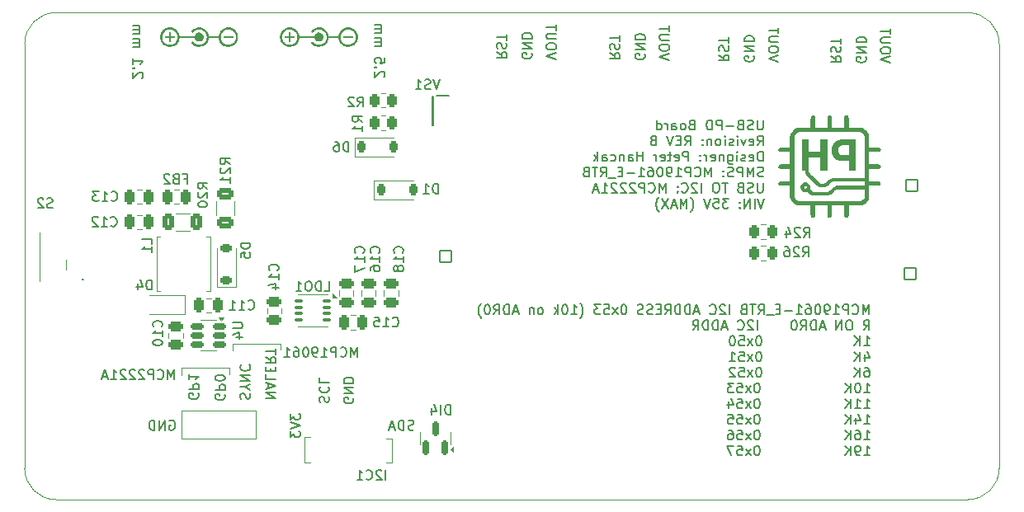
<source format=gbo>
G04 #@! TF.GenerationSoftware,KiCad,Pcbnew,8.0.6*
G04 #@! TF.CreationDate,2026-01-15T10:53:25-08:00*
G04 #@! TF.ProjectId,USBPD_Board,55534250-445f-4426-9f61-72642e6b6963,A*
G04 #@! TF.SameCoordinates,Original*
G04 #@! TF.FileFunction,Legend,Bot*
G04 #@! TF.FilePolarity,Positive*
%FSLAX46Y46*%
G04 Gerber Fmt 4.6, Leading zero omitted, Abs format (unit mm)*
G04 Created by KiCad (PCBNEW 8.0.6) date 2026-01-15 10:53:25*
%MOMM*%
%LPD*%
G01*
G04 APERTURE LIST*
G04 Aperture macros list*
%AMRoundRect*
0 Rectangle with rounded corners*
0 $1 Rounding radius*
0 $2 $3 $4 $5 $6 $7 $8 $9 X,Y pos of 4 corners*
0 Add a 4 corners polygon primitive as box body*
4,1,4,$2,$3,$4,$5,$6,$7,$8,$9,$2,$3,0*
0 Add four circle primitives for the rounded corners*
1,1,$1+$1,$2,$3*
1,1,$1+$1,$4,$5*
1,1,$1+$1,$6,$7*
1,1,$1+$1,$8,$9*
0 Add four rect primitives between the rounded corners*
20,1,$1+$1,$2,$3,$4,$5,0*
20,1,$1+$1,$4,$5,$6,$7,0*
20,1,$1+$1,$6,$7,$8,$9,0*
20,1,$1+$1,$8,$9,$2,$3,0*%
G04 Aperture macros list end*
%ADD10C,0.100000*%
%ADD11C,0.150000*%
%ADD12C,0.153000*%
%ADD13C,0.120000*%
%ADD14C,0.200000*%
%ADD15C,0.000000*%
%ADD16RoundRect,0.102000X-0.600000X-0.600000X0.600000X-0.600000X0.600000X0.600000X-0.600000X0.600000X0*%
%ADD17C,1.404000*%
%ADD18R,1.650000X1.650000*%
%ADD19C,1.650000*%
%ADD20R,1.700000X1.700000*%
%ADD21O,1.700000X1.700000*%
%ADD22C,6.400000*%
%ADD23O,3.804000X1.604000*%
%ADD24O,1.604000X3.804000*%
%ADD25C,0.650000*%
%ADD26O,2.100000X1.000000*%
%ADD27O,1.600000X1.000000*%
%ADD28RoundRect,0.250000X0.262500X0.450000X-0.262500X0.450000X-0.262500X-0.450000X0.262500X-0.450000X0*%
%ADD29RoundRect,0.250000X0.475000X-0.250000X0.475000X0.250000X-0.475000X0.250000X-0.475000X-0.250000X0*%
%ADD30RoundRect,0.250000X-0.250000X-0.475000X0.250000X-0.475000X0.250000X0.475000X-0.250000X0.475000X0*%
%ADD31RoundRect,0.250000X-0.312500X-0.625000X0.312500X-0.625000X0.312500X0.625000X-0.312500X0.625000X0*%
%ADD32RoundRect,0.225000X-0.225000X-0.375000X0.225000X-0.375000X0.225000X0.375000X-0.225000X0.375000X0*%
%ADD33RoundRect,0.250000X-0.475000X0.250000X-0.475000X-0.250000X0.475000X-0.250000X0.475000X0.250000X0*%
%ADD34RoundRect,0.250000X0.625000X-0.312500X0.625000X0.312500X-0.625000X0.312500X-0.625000X-0.312500X0*%
%ADD35C,0.900000*%
%ADD36R,1.000000X0.700000*%
%ADD37R,0.800000X1.000000*%
%ADD38RoundRect,0.250000X0.250000X0.475000X-0.250000X0.475000X-0.250000X-0.475000X0.250000X-0.475000X0*%
%ADD39RoundRect,0.225000X0.375000X-0.225000X0.375000X0.225000X-0.375000X0.225000X-0.375000X-0.225000X0*%
%ADD40RoundRect,0.150000X0.150000X-0.587500X0.150000X0.587500X-0.150000X0.587500X-0.150000X-0.587500X0*%
%ADD41R,1.200000X1.200000*%
%ADD42R,4.200000X1.400000*%
%ADD43RoundRect,0.075000X0.325000X0.075000X-0.325000X0.075000X-0.325000X-0.075000X0.325000X-0.075000X0*%
%ADD44R,1.700000X2.050000*%
%ADD45RoundRect,0.150000X0.512500X0.150000X-0.512500X0.150000X-0.512500X-0.150000X0.512500X-0.150000X0*%
%ADD46R,1.300000X0.600000*%
G04 #@! TA.AperFunction,Profile*
%ADD47C,0.050000*%
G04 #@! TD*
G04 APERTURE END LIST*
D10*
X128700000Y-113600000D02*
X128700000Y-116200000D01*
X126250000Y-104000000D02*
X126250000Y-104600000D01*
X116100000Y-106500000D02*
X121000000Y-106500000D01*
X123700000Y-110900000D02*
X116100000Y-110900000D01*
X116100000Y-110900000D02*
X116100000Y-113700000D01*
X128700000Y-116200000D02*
X129300000Y-116200000D01*
X137100000Y-116200000D02*
X137700000Y-116200000D01*
X123700000Y-113700000D02*
X123700000Y-110900000D01*
X121350000Y-104000000D02*
X126250000Y-104000000D01*
X121000000Y-106500000D02*
X121000000Y-107100000D01*
X121350000Y-104000000D02*
X121350000Y-104700000D01*
X137100000Y-113700000D02*
X137700000Y-113700000D01*
X129300000Y-113600000D02*
X128700000Y-113600000D01*
X116100000Y-113700000D02*
X123700000Y-113700000D01*
X137700000Y-113700000D02*
X137700000Y-116200000D01*
X116100000Y-106500000D02*
X116100000Y-107200000D01*
D11*
X134114285Y-105354819D02*
X134114285Y-104354819D01*
X134114285Y-104354819D02*
X133780952Y-105069104D01*
X133780952Y-105069104D02*
X133447619Y-104354819D01*
X133447619Y-104354819D02*
X133447619Y-105354819D01*
X132400000Y-105259580D02*
X132447619Y-105307200D01*
X132447619Y-105307200D02*
X132590476Y-105354819D01*
X132590476Y-105354819D02*
X132685714Y-105354819D01*
X132685714Y-105354819D02*
X132828571Y-105307200D01*
X132828571Y-105307200D02*
X132923809Y-105211961D01*
X132923809Y-105211961D02*
X132971428Y-105116723D01*
X132971428Y-105116723D02*
X133019047Y-104926247D01*
X133019047Y-104926247D02*
X133019047Y-104783390D01*
X133019047Y-104783390D02*
X132971428Y-104592914D01*
X132971428Y-104592914D02*
X132923809Y-104497676D01*
X132923809Y-104497676D02*
X132828571Y-104402438D01*
X132828571Y-104402438D02*
X132685714Y-104354819D01*
X132685714Y-104354819D02*
X132590476Y-104354819D01*
X132590476Y-104354819D02*
X132447619Y-104402438D01*
X132447619Y-104402438D02*
X132400000Y-104450057D01*
X131971428Y-105354819D02*
X131971428Y-104354819D01*
X131971428Y-104354819D02*
X131590476Y-104354819D01*
X131590476Y-104354819D02*
X131495238Y-104402438D01*
X131495238Y-104402438D02*
X131447619Y-104450057D01*
X131447619Y-104450057D02*
X131400000Y-104545295D01*
X131400000Y-104545295D02*
X131400000Y-104688152D01*
X131400000Y-104688152D02*
X131447619Y-104783390D01*
X131447619Y-104783390D02*
X131495238Y-104831009D01*
X131495238Y-104831009D02*
X131590476Y-104878628D01*
X131590476Y-104878628D02*
X131971428Y-104878628D01*
X130447619Y-105354819D02*
X131019047Y-105354819D01*
X130733333Y-105354819D02*
X130733333Y-104354819D01*
X130733333Y-104354819D02*
X130828571Y-104497676D01*
X130828571Y-104497676D02*
X130923809Y-104592914D01*
X130923809Y-104592914D02*
X131019047Y-104640533D01*
X129971428Y-105354819D02*
X129780952Y-105354819D01*
X129780952Y-105354819D02*
X129685714Y-105307200D01*
X129685714Y-105307200D02*
X129638095Y-105259580D01*
X129638095Y-105259580D02*
X129542857Y-105116723D01*
X129542857Y-105116723D02*
X129495238Y-104926247D01*
X129495238Y-104926247D02*
X129495238Y-104545295D01*
X129495238Y-104545295D02*
X129542857Y-104450057D01*
X129542857Y-104450057D02*
X129590476Y-104402438D01*
X129590476Y-104402438D02*
X129685714Y-104354819D01*
X129685714Y-104354819D02*
X129876190Y-104354819D01*
X129876190Y-104354819D02*
X129971428Y-104402438D01*
X129971428Y-104402438D02*
X130019047Y-104450057D01*
X130019047Y-104450057D02*
X130066666Y-104545295D01*
X130066666Y-104545295D02*
X130066666Y-104783390D01*
X130066666Y-104783390D02*
X130019047Y-104878628D01*
X130019047Y-104878628D02*
X129971428Y-104926247D01*
X129971428Y-104926247D02*
X129876190Y-104973866D01*
X129876190Y-104973866D02*
X129685714Y-104973866D01*
X129685714Y-104973866D02*
X129590476Y-104926247D01*
X129590476Y-104926247D02*
X129542857Y-104878628D01*
X129542857Y-104878628D02*
X129495238Y-104783390D01*
X128876190Y-104354819D02*
X128780952Y-104354819D01*
X128780952Y-104354819D02*
X128685714Y-104402438D01*
X128685714Y-104402438D02*
X128638095Y-104450057D01*
X128638095Y-104450057D02*
X128590476Y-104545295D01*
X128590476Y-104545295D02*
X128542857Y-104735771D01*
X128542857Y-104735771D02*
X128542857Y-104973866D01*
X128542857Y-104973866D02*
X128590476Y-105164342D01*
X128590476Y-105164342D02*
X128638095Y-105259580D01*
X128638095Y-105259580D02*
X128685714Y-105307200D01*
X128685714Y-105307200D02*
X128780952Y-105354819D01*
X128780952Y-105354819D02*
X128876190Y-105354819D01*
X128876190Y-105354819D02*
X128971428Y-105307200D01*
X128971428Y-105307200D02*
X129019047Y-105259580D01*
X129019047Y-105259580D02*
X129066666Y-105164342D01*
X129066666Y-105164342D02*
X129114285Y-104973866D01*
X129114285Y-104973866D02*
X129114285Y-104735771D01*
X129114285Y-104735771D02*
X129066666Y-104545295D01*
X129066666Y-104545295D02*
X129019047Y-104450057D01*
X129019047Y-104450057D02*
X128971428Y-104402438D01*
X128971428Y-104402438D02*
X128876190Y-104354819D01*
X127685714Y-104354819D02*
X127876190Y-104354819D01*
X127876190Y-104354819D02*
X127971428Y-104402438D01*
X127971428Y-104402438D02*
X128019047Y-104450057D01*
X128019047Y-104450057D02*
X128114285Y-104592914D01*
X128114285Y-104592914D02*
X128161904Y-104783390D01*
X128161904Y-104783390D02*
X128161904Y-105164342D01*
X128161904Y-105164342D02*
X128114285Y-105259580D01*
X128114285Y-105259580D02*
X128066666Y-105307200D01*
X128066666Y-105307200D02*
X127971428Y-105354819D01*
X127971428Y-105354819D02*
X127780952Y-105354819D01*
X127780952Y-105354819D02*
X127685714Y-105307200D01*
X127685714Y-105307200D02*
X127638095Y-105259580D01*
X127638095Y-105259580D02*
X127590476Y-105164342D01*
X127590476Y-105164342D02*
X127590476Y-104926247D01*
X127590476Y-104926247D02*
X127638095Y-104831009D01*
X127638095Y-104831009D02*
X127685714Y-104783390D01*
X127685714Y-104783390D02*
X127780952Y-104735771D01*
X127780952Y-104735771D02*
X127971428Y-104735771D01*
X127971428Y-104735771D02*
X128066666Y-104783390D01*
X128066666Y-104783390D02*
X128114285Y-104831009D01*
X128114285Y-104831009D02*
X128161904Y-104926247D01*
X126638095Y-105354819D02*
X127209523Y-105354819D01*
X126923809Y-105354819D02*
X126923809Y-104354819D01*
X126923809Y-104354819D02*
X127019047Y-104497676D01*
X127019047Y-104497676D02*
X127114285Y-104592914D01*
X127114285Y-104592914D02*
X127209523Y-104640533D01*
X117797561Y-109114285D02*
X117845180Y-109209523D01*
X117845180Y-109209523D02*
X117845180Y-109352380D01*
X117845180Y-109352380D02*
X117797561Y-109495237D01*
X117797561Y-109495237D02*
X117702323Y-109590475D01*
X117702323Y-109590475D02*
X117607085Y-109638094D01*
X117607085Y-109638094D02*
X117416609Y-109685713D01*
X117416609Y-109685713D02*
X117273752Y-109685713D01*
X117273752Y-109685713D02*
X117083276Y-109638094D01*
X117083276Y-109638094D02*
X116988038Y-109590475D01*
X116988038Y-109590475D02*
X116892800Y-109495237D01*
X116892800Y-109495237D02*
X116845180Y-109352380D01*
X116845180Y-109352380D02*
X116845180Y-109257142D01*
X116845180Y-109257142D02*
X116892800Y-109114285D01*
X116892800Y-109114285D02*
X116940419Y-109066666D01*
X116940419Y-109066666D02*
X117273752Y-109066666D01*
X117273752Y-109066666D02*
X117273752Y-109257142D01*
X116845180Y-108638094D02*
X117845180Y-108638094D01*
X117845180Y-108638094D02*
X117845180Y-108257142D01*
X117845180Y-108257142D02*
X117797561Y-108161904D01*
X117797561Y-108161904D02*
X117749942Y-108114285D01*
X117749942Y-108114285D02*
X117654704Y-108066666D01*
X117654704Y-108066666D02*
X117511847Y-108066666D01*
X117511847Y-108066666D02*
X117416609Y-108114285D01*
X117416609Y-108114285D02*
X117368990Y-108161904D01*
X117368990Y-108161904D02*
X117321371Y-108257142D01*
X117321371Y-108257142D02*
X117321371Y-108638094D01*
X116845180Y-107114285D02*
X116845180Y-107685713D01*
X116845180Y-107399999D02*
X117845180Y-107399999D01*
X117845180Y-107399999D02*
X117702323Y-107495237D01*
X117702323Y-107495237D02*
X117607085Y-107590475D01*
X117607085Y-107590475D02*
X117559466Y-107685713D01*
D12*
X148445336Y-74047619D02*
X148921527Y-74380952D01*
X148445336Y-74619047D02*
X149445336Y-74619047D01*
X149445336Y-74619047D02*
X149445336Y-74238095D01*
X149445336Y-74238095D02*
X149397717Y-74142857D01*
X149397717Y-74142857D02*
X149350098Y-74095238D01*
X149350098Y-74095238D02*
X149254860Y-74047619D01*
X149254860Y-74047619D02*
X149112003Y-74047619D01*
X149112003Y-74047619D02*
X149016765Y-74095238D01*
X149016765Y-74095238D02*
X148969146Y-74142857D01*
X148969146Y-74142857D02*
X148921527Y-74238095D01*
X148921527Y-74238095D02*
X148921527Y-74619047D01*
X148492956Y-73666666D02*
X148445336Y-73523809D01*
X148445336Y-73523809D02*
X148445336Y-73285714D01*
X148445336Y-73285714D02*
X148492956Y-73190476D01*
X148492956Y-73190476D02*
X148540575Y-73142857D01*
X148540575Y-73142857D02*
X148635813Y-73095238D01*
X148635813Y-73095238D02*
X148731051Y-73095238D01*
X148731051Y-73095238D02*
X148826289Y-73142857D01*
X148826289Y-73142857D02*
X148873908Y-73190476D01*
X148873908Y-73190476D02*
X148921527Y-73285714D01*
X148921527Y-73285714D02*
X148969146Y-73476190D01*
X148969146Y-73476190D02*
X149016765Y-73571428D01*
X149016765Y-73571428D02*
X149064384Y-73619047D01*
X149064384Y-73619047D02*
X149159622Y-73666666D01*
X149159622Y-73666666D02*
X149254860Y-73666666D01*
X149254860Y-73666666D02*
X149350098Y-73619047D01*
X149350098Y-73619047D02*
X149397717Y-73571428D01*
X149397717Y-73571428D02*
X149445336Y-73476190D01*
X149445336Y-73476190D02*
X149445336Y-73238095D01*
X149445336Y-73238095D02*
X149397717Y-73095238D01*
X149445336Y-72809523D02*
X149445336Y-72238095D01*
X148445336Y-72523809D02*
X149445336Y-72523809D01*
X151997717Y-74161904D02*
X152045336Y-74257142D01*
X152045336Y-74257142D02*
X152045336Y-74399999D01*
X152045336Y-74399999D02*
X151997717Y-74542856D01*
X151997717Y-74542856D02*
X151902479Y-74638094D01*
X151902479Y-74638094D02*
X151807241Y-74685713D01*
X151807241Y-74685713D02*
X151616765Y-74733332D01*
X151616765Y-74733332D02*
X151473908Y-74733332D01*
X151473908Y-74733332D02*
X151283432Y-74685713D01*
X151283432Y-74685713D02*
X151188194Y-74638094D01*
X151188194Y-74638094D02*
X151092956Y-74542856D01*
X151092956Y-74542856D02*
X151045336Y-74399999D01*
X151045336Y-74399999D02*
X151045336Y-74304761D01*
X151045336Y-74304761D02*
X151092956Y-74161904D01*
X151092956Y-74161904D02*
X151140575Y-74114285D01*
X151140575Y-74114285D02*
X151473908Y-74114285D01*
X151473908Y-74114285D02*
X151473908Y-74304761D01*
X151045336Y-73685713D02*
X152045336Y-73685713D01*
X152045336Y-73685713D02*
X151045336Y-73114285D01*
X151045336Y-73114285D02*
X152045336Y-73114285D01*
X151045336Y-72638094D02*
X152045336Y-72638094D01*
X152045336Y-72638094D02*
X152045336Y-72399999D01*
X152045336Y-72399999D02*
X151997717Y-72257142D01*
X151997717Y-72257142D02*
X151902479Y-72161904D01*
X151902479Y-72161904D02*
X151807241Y-72114285D01*
X151807241Y-72114285D02*
X151616765Y-72066666D01*
X151616765Y-72066666D02*
X151473908Y-72066666D01*
X151473908Y-72066666D02*
X151283432Y-72114285D01*
X151283432Y-72114285D02*
X151188194Y-72161904D01*
X151188194Y-72161904D02*
X151092956Y-72257142D01*
X151092956Y-72257142D02*
X151045336Y-72399999D01*
X151045336Y-72399999D02*
X151045336Y-72638094D01*
X160045336Y-74147619D02*
X160521527Y-74480952D01*
X160045336Y-74719047D02*
X161045336Y-74719047D01*
X161045336Y-74719047D02*
X161045336Y-74338095D01*
X161045336Y-74338095D02*
X160997717Y-74242857D01*
X160997717Y-74242857D02*
X160950098Y-74195238D01*
X160950098Y-74195238D02*
X160854860Y-74147619D01*
X160854860Y-74147619D02*
X160712003Y-74147619D01*
X160712003Y-74147619D02*
X160616765Y-74195238D01*
X160616765Y-74195238D02*
X160569146Y-74242857D01*
X160569146Y-74242857D02*
X160521527Y-74338095D01*
X160521527Y-74338095D02*
X160521527Y-74719047D01*
X160092956Y-73766666D02*
X160045336Y-73623809D01*
X160045336Y-73623809D02*
X160045336Y-73385714D01*
X160045336Y-73385714D02*
X160092956Y-73290476D01*
X160092956Y-73290476D02*
X160140575Y-73242857D01*
X160140575Y-73242857D02*
X160235813Y-73195238D01*
X160235813Y-73195238D02*
X160331051Y-73195238D01*
X160331051Y-73195238D02*
X160426289Y-73242857D01*
X160426289Y-73242857D02*
X160473908Y-73290476D01*
X160473908Y-73290476D02*
X160521527Y-73385714D01*
X160521527Y-73385714D02*
X160569146Y-73576190D01*
X160569146Y-73576190D02*
X160616765Y-73671428D01*
X160616765Y-73671428D02*
X160664384Y-73719047D01*
X160664384Y-73719047D02*
X160759622Y-73766666D01*
X160759622Y-73766666D02*
X160854860Y-73766666D01*
X160854860Y-73766666D02*
X160950098Y-73719047D01*
X160950098Y-73719047D02*
X160997717Y-73671428D01*
X160997717Y-73671428D02*
X161045336Y-73576190D01*
X161045336Y-73576190D02*
X161045336Y-73338095D01*
X161045336Y-73338095D02*
X160997717Y-73195238D01*
X161045336Y-72909523D02*
X161045336Y-72338095D01*
X160045336Y-72623809D02*
X161045336Y-72623809D01*
D11*
X115366666Y-107654819D02*
X115366666Y-106654819D01*
X115366666Y-106654819D02*
X115033333Y-107369104D01*
X115033333Y-107369104D02*
X114700000Y-106654819D01*
X114700000Y-106654819D02*
X114700000Y-107654819D01*
X113652381Y-107559580D02*
X113700000Y-107607200D01*
X113700000Y-107607200D02*
X113842857Y-107654819D01*
X113842857Y-107654819D02*
X113938095Y-107654819D01*
X113938095Y-107654819D02*
X114080952Y-107607200D01*
X114080952Y-107607200D02*
X114176190Y-107511961D01*
X114176190Y-107511961D02*
X114223809Y-107416723D01*
X114223809Y-107416723D02*
X114271428Y-107226247D01*
X114271428Y-107226247D02*
X114271428Y-107083390D01*
X114271428Y-107083390D02*
X114223809Y-106892914D01*
X114223809Y-106892914D02*
X114176190Y-106797676D01*
X114176190Y-106797676D02*
X114080952Y-106702438D01*
X114080952Y-106702438D02*
X113938095Y-106654819D01*
X113938095Y-106654819D02*
X113842857Y-106654819D01*
X113842857Y-106654819D02*
X113700000Y-106702438D01*
X113700000Y-106702438D02*
X113652381Y-106750057D01*
X113223809Y-107654819D02*
X113223809Y-106654819D01*
X113223809Y-106654819D02*
X112842857Y-106654819D01*
X112842857Y-106654819D02*
X112747619Y-106702438D01*
X112747619Y-106702438D02*
X112700000Y-106750057D01*
X112700000Y-106750057D02*
X112652381Y-106845295D01*
X112652381Y-106845295D02*
X112652381Y-106988152D01*
X112652381Y-106988152D02*
X112700000Y-107083390D01*
X112700000Y-107083390D02*
X112747619Y-107131009D01*
X112747619Y-107131009D02*
X112842857Y-107178628D01*
X112842857Y-107178628D02*
X113223809Y-107178628D01*
X112271428Y-106750057D02*
X112223809Y-106702438D01*
X112223809Y-106702438D02*
X112128571Y-106654819D01*
X112128571Y-106654819D02*
X111890476Y-106654819D01*
X111890476Y-106654819D02*
X111795238Y-106702438D01*
X111795238Y-106702438D02*
X111747619Y-106750057D01*
X111747619Y-106750057D02*
X111700000Y-106845295D01*
X111700000Y-106845295D02*
X111700000Y-106940533D01*
X111700000Y-106940533D02*
X111747619Y-107083390D01*
X111747619Y-107083390D02*
X112319047Y-107654819D01*
X112319047Y-107654819D02*
X111700000Y-107654819D01*
X111319047Y-106750057D02*
X111271428Y-106702438D01*
X111271428Y-106702438D02*
X111176190Y-106654819D01*
X111176190Y-106654819D02*
X110938095Y-106654819D01*
X110938095Y-106654819D02*
X110842857Y-106702438D01*
X110842857Y-106702438D02*
X110795238Y-106750057D01*
X110795238Y-106750057D02*
X110747619Y-106845295D01*
X110747619Y-106845295D02*
X110747619Y-106940533D01*
X110747619Y-106940533D02*
X110795238Y-107083390D01*
X110795238Y-107083390D02*
X111366666Y-107654819D01*
X111366666Y-107654819D02*
X110747619Y-107654819D01*
X110366666Y-106750057D02*
X110319047Y-106702438D01*
X110319047Y-106702438D02*
X110223809Y-106654819D01*
X110223809Y-106654819D02*
X109985714Y-106654819D01*
X109985714Y-106654819D02*
X109890476Y-106702438D01*
X109890476Y-106702438D02*
X109842857Y-106750057D01*
X109842857Y-106750057D02*
X109795238Y-106845295D01*
X109795238Y-106845295D02*
X109795238Y-106940533D01*
X109795238Y-106940533D02*
X109842857Y-107083390D01*
X109842857Y-107083390D02*
X110414285Y-107654819D01*
X110414285Y-107654819D02*
X109795238Y-107654819D01*
X108842857Y-107654819D02*
X109414285Y-107654819D01*
X109128571Y-107654819D02*
X109128571Y-106654819D01*
X109128571Y-106654819D02*
X109223809Y-106797676D01*
X109223809Y-106797676D02*
X109319047Y-106892914D01*
X109319047Y-106892914D02*
X109414285Y-106940533D01*
X108461904Y-107369104D02*
X107985714Y-107369104D01*
X108557142Y-107654819D02*
X108223809Y-106654819D01*
X108223809Y-106654819D02*
X107890476Y-107654819D01*
D12*
X174797717Y-74461904D02*
X174845336Y-74557142D01*
X174845336Y-74557142D02*
X174845336Y-74699999D01*
X174845336Y-74699999D02*
X174797717Y-74842856D01*
X174797717Y-74842856D02*
X174702479Y-74938094D01*
X174702479Y-74938094D02*
X174607241Y-74985713D01*
X174607241Y-74985713D02*
X174416765Y-75033332D01*
X174416765Y-75033332D02*
X174273908Y-75033332D01*
X174273908Y-75033332D02*
X174083432Y-74985713D01*
X174083432Y-74985713D02*
X173988194Y-74938094D01*
X173988194Y-74938094D02*
X173892956Y-74842856D01*
X173892956Y-74842856D02*
X173845336Y-74699999D01*
X173845336Y-74699999D02*
X173845336Y-74604761D01*
X173845336Y-74604761D02*
X173892956Y-74461904D01*
X173892956Y-74461904D02*
X173940575Y-74414285D01*
X173940575Y-74414285D02*
X174273908Y-74414285D01*
X174273908Y-74414285D02*
X174273908Y-74604761D01*
X173845336Y-73985713D02*
X174845336Y-73985713D01*
X174845336Y-73985713D02*
X173845336Y-73414285D01*
X173845336Y-73414285D02*
X174845336Y-73414285D01*
X173845336Y-72938094D02*
X174845336Y-72938094D01*
X174845336Y-72938094D02*
X174845336Y-72699999D01*
X174845336Y-72699999D02*
X174797717Y-72557142D01*
X174797717Y-72557142D02*
X174702479Y-72461904D01*
X174702479Y-72461904D02*
X174607241Y-72414285D01*
X174607241Y-72414285D02*
X174416765Y-72366666D01*
X174416765Y-72366666D02*
X174273908Y-72366666D01*
X174273908Y-72366666D02*
X174083432Y-72414285D01*
X174083432Y-72414285D02*
X173988194Y-72461904D01*
X173988194Y-72461904D02*
X173892956Y-72557142D01*
X173892956Y-72557142D02*
X173845336Y-72699999D01*
X173845336Y-72699999D02*
X173845336Y-72938094D01*
X133697717Y-109561904D02*
X133745336Y-109657142D01*
X133745336Y-109657142D02*
X133745336Y-109799999D01*
X133745336Y-109799999D02*
X133697717Y-109942856D01*
X133697717Y-109942856D02*
X133602479Y-110038094D01*
X133602479Y-110038094D02*
X133507241Y-110085713D01*
X133507241Y-110085713D02*
X133316765Y-110133332D01*
X133316765Y-110133332D02*
X133173908Y-110133332D01*
X133173908Y-110133332D02*
X132983432Y-110085713D01*
X132983432Y-110085713D02*
X132888194Y-110038094D01*
X132888194Y-110038094D02*
X132792956Y-109942856D01*
X132792956Y-109942856D02*
X132745336Y-109799999D01*
X132745336Y-109799999D02*
X132745336Y-109704761D01*
X132745336Y-109704761D02*
X132792956Y-109561904D01*
X132792956Y-109561904D02*
X132840575Y-109514285D01*
X132840575Y-109514285D02*
X133173908Y-109514285D01*
X133173908Y-109514285D02*
X133173908Y-109704761D01*
X132745336Y-109085713D02*
X133745336Y-109085713D01*
X133745336Y-109085713D02*
X132745336Y-108514285D01*
X132745336Y-108514285D02*
X133745336Y-108514285D01*
X132745336Y-108038094D02*
X133745336Y-108038094D01*
X133745336Y-108038094D02*
X133745336Y-107799999D01*
X133745336Y-107799999D02*
X133697717Y-107657142D01*
X133697717Y-107657142D02*
X133602479Y-107561904D01*
X133602479Y-107561904D02*
X133507241Y-107514285D01*
X133507241Y-107514285D02*
X133316765Y-107466666D01*
X133316765Y-107466666D02*
X133173908Y-107466666D01*
X133173908Y-107466666D02*
X132983432Y-107514285D01*
X132983432Y-107514285D02*
X132888194Y-107561904D01*
X132888194Y-107561904D02*
X132792956Y-107657142D01*
X132792956Y-107657142D02*
X132745336Y-107799999D01*
X132745336Y-107799999D02*
X132745336Y-108038094D01*
X163597717Y-74261904D02*
X163645336Y-74357142D01*
X163645336Y-74357142D02*
X163645336Y-74499999D01*
X163645336Y-74499999D02*
X163597717Y-74642856D01*
X163597717Y-74642856D02*
X163502479Y-74738094D01*
X163502479Y-74738094D02*
X163407241Y-74785713D01*
X163407241Y-74785713D02*
X163216765Y-74833332D01*
X163216765Y-74833332D02*
X163073908Y-74833332D01*
X163073908Y-74833332D02*
X162883432Y-74785713D01*
X162883432Y-74785713D02*
X162788194Y-74738094D01*
X162788194Y-74738094D02*
X162692956Y-74642856D01*
X162692956Y-74642856D02*
X162645336Y-74499999D01*
X162645336Y-74499999D02*
X162645336Y-74404761D01*
X162645336Y-74404761D02*
X162692956Y-74261904D01*
X162692956Y-74261904D02*
X162740575Y-74214285D01*
X162740575Y-74214285D02*
X163073908Y-74214285D01*
X163073908Y-74214285D02*
X163073908Y-74404761D01*
X162645336Y-73785713D02*
X163645336Y-73785713D01*
X163645336Y-73785713D02*
X162645336Y-73214285D01*
X162645336Y-73214285D02*
X163645336Y-73214285D01*
X162645336Y-72738094D02*
X163645336Y-72738094D01*
X163645336Y-72738094D02*
X163645336Y-72499999D01*
X163645336Y-72499999D02*
X163597717Y-72357142D01*
X163597717Y-72357142D02*
X163502479Y-72261904D01*
X163502479Y-72261904D02*
X163407241Y-72214285D01*
X163407241Y-72214285D02*
X163216765Y-72166666D01*
X163216765Y-72166666D02*
X163073908Y-72166666D01*
X163073908Y-72166666D02*
X162883432Y-72214285D01*
X162883432Y-72214285D02*
X162788194Y-72261904D01*
X162788194Y-72261904D02*
X162692956Y-72357142D01*
X162692956Y-72357142D02*
X162645336Y-72499999D01*
X162645336Y-72499999D02*
X162645336Y-72738094D01*
X154545336Y-74761904D02*
X153545336Y-74428571D01*
X153545336Y-74428571D02*
X154545336Y-74095238D01*
X154545336Y-73571428D02*
X154545336Y-73380952D01*
X154545336Y-73380952D02*
X154497717Y-73285714D01*
X154497717Y-73285714D02*
X154402479Y-73190476D01*
X154402479Y-73190476D02*
X154212003Y-73142857D01*
X154212003Y-73142857D02*
X153878670Y-73142857D01*
X153878670Y-73142857D02*
X153688194Y-73190476D01*
X153688194Y-73190476D02*
X153592956Y-73285714D01*
X153592956Y-73285714D02*
X153545336Y-73380952D01*
X153545336Y-73380952D02*
X153545336Y-73571428D01*
X153545336Y-73571428D02*
X153592956Y-73666666D01*
X153592956Y-73666666D02*
X153688194Y-73761904D01*
X153688194Y-73761904D02*
X153878670Y-73809523D01*
X153878670Y-73809523D02*
X154212003Y-73809523D01*
X154212003Y-73809523D02*
X154402479Y-73761904D01*
X154402479Y-73761904D02*
X154497717Y-73666666D01*
X154497717Y-73666666D02*
X154545336Y-73571428D01*
X154545336Y-72714285D02*
X153735813Y-72714285D01*
X153735813Y-72714285D02*
X153640575Y-72666666D01*
X153640575Y-72666666D02*
X153592956Y-72619047D01*
X153592956Y-72619047D02*
X153545336Y-72523809D01*
X153545336Y-72523809D02*
X153545336Y-72333333D01*
X153545336Y-72333333D02*
X153592956Y-72238095D01*
X153592956Y-72238095D02*
X153640575Y-72190476D01*
X153640575Y-72190476D02*
X153735813Y-72142857D01*
X153735813Y-72142857D02*
X154545336Y-72142857D01*
X154545336Y-71809523D02*
X154545336Y-71238095D01*
X153545336Y-71523809D02*
X154545336Y-71523809D01*
X188845336Y-75161904D02*
X187845336Y-74828571D01*
X187845336Y-74828571D02*
X188845336Y-74495238D01*
X188845336Y-73971428D02*
X188845336Y-73780952D01*
X188845336Y-73780952D02*
X188797717Y-73685714D01*
X188797717Y-73685714D02*
X188702479Y-73590476D01*
X188702479Y-73590476D02*
X188512003Y-73542857D01*
X188512003Y-73542857D02*
X188178670Y-73542857D01*
X188178670Y-73542857D02*
X187988194Y-73590476D01*
X187988194Y-73590476D02*
X187892956Y-73685714D01*
X187892956Y-73685714D02*
X187845336Y-73780952D01*
X187845336Y-73780952D02*
X187845336Y-73971428D01*
X187845336Y-73971428D02*
X187892956Y-74066666D01*
X187892956Y-74066666D02*
X187988194Y-74161904D01*
X187988194Y-74161904D02*
X188178670Y-74209523D01*
X188178670Y-74209523D02*
X188512003Y-74209523D01*
X188512003Y-74209523D02*
X188702479Y-74161904D01*
X188702479Y-74161904D02*
X188797717Y-74066666D01*
X188797717Y-74066666D02*
X188845336Y-73971428D01*
X188845336Y-73114285D02*
X188035813Y-73114285D01*
X188035813Y-73114285D02*
X187940575Y-73066666D01*
X187940575Y-73066666D02*
X187892956Y-73019047D01*
X187892956Y-73019047D02*
X187845336Y-72923809D01*
X187845336Y-72923809D02*
X187845336Y-72733333D01*
X187845336Y-72733333D02*
X187892956Y-72638095D01*
X187892956Y-72638095D02*
X187940575Y-72590476D01*
X187940575Y-72590476D02*
X188035813Y-72542857D01*
X188035813Y-72542857D02*
X188845336Y-72542857D01*
X188845336Y-72209523D02*
X188845336Y-71638095D01*
X187845336Y-71923809D02*
X188845336Y-71923809D01*
X136850098Y-76614284D02*
X136897717Y-76566665D01*
X136897717Y-76566665D02*
X136945336Y-76471427D01*
X136945336Y-76471427D02*
X136945336Y-76233332D01*
X136945336Y-76233332D02*
X136897717Y-76138094D01*
X136897717Y-76138094D02*
X136850098Y-76090475D01*
X136850098Y-76090475D02*
X136754860Y-76042856D01*
X136754860Y-76042856D02*
X136659622Y-76042856D01*
X136659622Y-76042856D02*
X136516765Y-76090475D01*
X136516765Y-76090475D02*
X135945336Y-76661903D01*
X135945336Y-76661903D02*
X135945336Y-76042856D01*
X136040575Y-75614284D02*
X135992956Y-75566665D01*
X135992956Y-75566665D02*
X135945336Y-75614284D01*
X135945336Y-75614284D02*
X135992956Y-75661903D01*
X135992956Y-75661903D02*
X136040575Y-75614284D01*
X136040575Y-75614284D02*
X135945336Y-75614284D01*
X136945336Y-74661904D02*
X136945336Y-75138094D01*
X136945336Y-75138094D02*
X136469146Y-75185713D01*
X136469146Y-75185713D02*
X136516765Y-75138094D01*
X136516765Y-75138094D02*
X136564384Y-75042856D01*
X136564384Y-75042856D02*
X136564384Y-74804761D01*
X136564384Y-74804761D02*
X136516765Y-74709523D01*
X136516765Y-74709523D02*
X136469146Y-74661904D01*
X136469146Y-74661904D02*
X136373908Y-74614285D01*
X136373908Y-74614285D02*
X136135813Y-74614285D01*
X136135813Y-74614285D02*
X136040575Y-74661904D01*
X136040575Y-74661904D02*
X135992956Y-74709523D01*
X135992956Y-74709523D02*
X135945336Y-74804761D01*
X135945336Y-74804761D02*
X135945336Y-75042856D01*
X135945336Y-75042856D02*
X135992956Y-75138094D01*
X135992956Y-75138094D02*
X136040575Y-75185713D01*
X135945336Y-73423808D02*
X136612003Y-73423808D01*
X136516765Y-73423808D02*
X136564384Y-73376189D01*
X136564384Y-73376189D02*
X136612003Y-73280951D01*
X136612003Y-73280951D02*
X136612003Y-73138094D01*
X136612003Y-73138094D02*
X136564384Y-73042856D01*
X136564384Y-73042856D02*
X136469146Y-72995237D01*
X136469146Y-72995237D02*
X135945336Y-72995237D01*
X136469146Y-72995237D02*
X136564384Y-72947618D01*
X136564384Y-72947618D02*
X136612003Y-72852380D01*
X136612003Y-72852380D02*
X136612003Y-72709523D01*
X136612003Y-72709523D02*
X136564384Y-72614284D01*
X136564384Y-72614284D02*
X136469146Y-72566665D01*
X136469146Y-72566665D02*
X135945336Y-72566665D01*
X135945336Y-72090475D02*
X136612003Y-72090475D01*
X136516765Y-72090475D02*
X136564384Y-72042856D01*
X136564384Y-72042856D02*
X136612003Y-71947618D01*
X136612003Y-71947618D02*
X136612003Y-71804761D01*
X136612003Y-71804761D02*
X136564384Y-71709523D01*
X136564384Y-71709523D02*
X136469146Y-71661904D01*
X136469146Y-71661904D02*
X135945336Y-71661904D01*
X136469146Y-71661904D02*
X136564384Y-71614285D01*
X136564384Y-71614285D02*
X136612003Y-71519047D01*
X136612003Y-71519047D02*
X136612003Y-71376190D01*
X136612003Y-71376190D02*
X136564384Y-71280951D01*
X136564384Y-71280951D02*
X136469146Y-71233332D01*
X136469146Y-71233332D02*
X135945336Y-71233332D01*
X175761247Y-81029803D02*
X175761247Y-81839326D01*
X175761247Y-81839326D02*
X175713628Y-81934564D01*
X175713628Y-81934564D02*
X175666009Y-81982184D01*
X175666009Y-81982184D02*
X175570771Y-82029803D01*
X175570771Y-82029803D02*
X175380295Y-82029803D01*
X175380295Y-82029803D02*
X175285057Y-81982184D01*
X175285057Y-81982184D02*
X175237438Y-81934564D01*
X175237438Y-81934564D02*
X175189819Y-81839326D01*
X175189819Y-81839326D02*
X175189819Y-81029803D01*
X174761247Y-81982184D02*
X174618390Y-82029803D01*
X174618390Y-82029803D02*
X174380295Y-82029803D01*
X174380295Y-82029803D02*
X174285057Y-81982184D01*
X174285057Y-81982184D02*
X174237438Y-81934564D01*
X174237438Y-81934564D02*
X174189819Y-81839326D01*
X174189819Y-81839326D02*
X174189819Y-81744088D01*
X174189819Y-81744088D02*
X174237438Y-81648850D01*
X174237438Y-81648850D02*
X174285057Y-81601231D01*
X174285057Y-81601231D02*
X174380295Y-81553612D01*
X174380295Y-81553612D02*
X174570771Y-81505993D01*
X174570771Y-81505993D02*
X174666009Y-81458374D01*
X174666009Y-81458374D02*
X174713628Y-81410755D01*
X174713628Y-81410755D02*
X174761247Y-81315517D01*
X174761247Y-81315517D02*
X174761247Y-81220279D01*
X174761247Y-81220279D02*
X174713628Y-81125041D01*
X174713628Y-81125041D02*
X174666009Y-81077422D01*
X174666009Y-81077422D02*
X174570771Y-81029803D01*
X174570771Y-81029803D02*
X174332676Y-81029803D01*
X174332676Y-81029803D02*
X174189819Y-81077422D01*
X173427914Y-81505993D02*
X173285057Y-81553612D01*
X173285057Y-81553612D02*
X173237438Y-81601231D01*
X173237438Y-81601231D02*
X173189819Y-81696469D01*
X173189819Y-81696469D02*
X173189819Y-81839326D01*
X173189819Y-81839326D02*
X173237438Y-81934564D01*
X173237438Y-81934564D02*
X173285057Y-81982184D01*
X173285057Y-81982184D02*
X173380295Y-82029803D01*
X173380295Y-82029803D02*
X173761247Y-82029803D01*
X173761247Y-82029803D02*
X173761247Y-81029803D01*
X173761247Y-81029803D02*
X173427914Y-81029803D01*
X173427914Y-81029803D02*
X173332676Y-81077422D01*
X173332676Y-81077422D02*
X173285057Y-81125041D01*
X173285057Y-81125041D02*
X173237438Y-81220279D01*
X173237438Y-81220279D02*
X173237438Y-81315517D01*
X173237438Y-81315517D02*
X173285057Y-81410755D01*
X173285057Y-81410755D02*
X173332676Y-81458374D01*
X173332676Y-81458374D02*
X173427914Y-81505993D01*
X173427914Y-81505993D02*
X173761247Y-81505993D01*
X172761247Y-81648850D02*
X171999343Y-81648850D01*
X171523152Y-82029803D02*
X171523152Y-81029803D01*
X171523152Y-81029803D02*
X171142200Y-81029803D01*
X171142200Y-81029803D02*
X171046962Y-81077422D01*
X171046962Y-81077422D02*
X170999343Y-81125041D01*
X170999343Y-81125041D02*
X170951724Y-81220279D01*
X170951724Y-81220279D02*
X170951724Y-81363136D01*
X170951724Y-81363136D02*
X170999343Y-81458374D01*
X170999343Y-81458374D02*
X171046962Y-81505993D01*
X171046962Y-81505993D02*
X171142200Y-81553612D01*
X171142200Y-81553612D02*
X171523152Y-81553612D01*
X170523152Y-82029803D02*
X170523152Y-81029803D01*
X170523152Y-81029803D02*
X170285057Y-81029803D01*
X170285057Y-81029803D02*
X170142200Y-81077422D01*
X170142200Y-81077422D02*
X170046962Y-81172660D01*
X170046962Y-81172660D02*
X169999343Y-81267898D01*
X169999343Y-81267898D02*
X169951724Y-81458374D01*
X169951724Y-81458374D02*
X169951724Y-81601231D01*
X169951724Y-81601231D02*
X169999343Y-81791707D01*
X169999343Y-81791707D02*
X170046962Y-81886945D01*
X170046962Y-81886945D02*
X170142200Y-81982184D01*
X170142200Y-81982184D02*
X170285057Y-82029803D01*
X170285057Y-82029803D02*
X170523152Y-82029803D01*
X168427914Y-81505993D02*
X168285057Y-81553612D01*
X168285057Y-81553612D02*
X168237438Y-81601231D01*
X168237438Y-81601231D02*
X168189819Y-81696469D01*
X168189819Y-81696469D02*
X168189819Y-81839326D01*
X168189819Y-81839326D02*
X168237438Y-81934564D01*
X168237438Y-81934564D02*
X168285057Y-81982184D01*
X168285057Y-81982184D02*
X168380295Y-82029803D01*
X168380295Y-82029803D02*
X168761247Y-82029803D01*
X168761247Y-82029803D02*
X168761247Y-81029803D01*
X168761247Y-81029803D02*
X168427914Y-81029803D01*
X168427914Y-81029803D02*
X168332676Y-81077422D01*
X168332676Y-81077422D02*
X168285057Y-81125041D01*
X168285057Y-81125041D02*
X168237438Y-81220279D01*
X168237438Y-81220279D02*
X168237438Y-81315517D01*
X168237438Y-81315517D02*
X168285057Y-81410755D01*
X168285057Y-81410755D02*
X168332676Y-81458374D01*
X168332676Y-81458374D02*
X168427914Y-81505993D01*
X168427914Y-81505993D02*
X168761247Y-81505993D01*
X167618390Y-82029803D02*
X167713628Y-81982184D01*
X167713628Y-81982184D02*
X167761247Y-81934564D01*
X167761247Y-81934564D02*
X167808866Y-81839326D01*
X167808866Y-81839326D02*
X167808866Y-81553612D01*
X167808866Y-81553612D02*
X167761247Y-81458374D01*
X167761247Y-81458374D02*
X167713628Y-81410755D01*
X167713628Y-81410755D02*
X167618390Y-81363136D01*
X167618390Y-81363136D02*
X167475533Y-81363136D01*
X167475533Y-81363136D02*
X167380295Y-81410755D01*
X167380295Y-81410755D02*
X167332676Y-81458374D01*
X167332676Y-81458374D02*
X167285057Y-81553612D01*
X167285057Y-81553612D02*
X167285057Y-81839326D01*
X167285057Y-81839326D02*
X167332676Y-81934564D01*
X167332676Y-81934564D02*
X167380295Y-81982184D01*
X167380295Y-81982184D02*
X167475533Y-82029803D01*
X167475533Y-82029803D02*
X167618390Y-82029803D01*
X166427914Y-82029803D02*
X166427914Y-81505993D01*
X166427914Y-81505993D02*
X166475533Y-81410755D01*
X166475533Y-81410755D02*
X166570771Y-81363136D01*
X166570771Y-81363136D02*
X166761247Y-81363136D01*
X166761247Y-81363136D02*
X166856485Y-81410755D01*
X166427914Y-81982184D02*
X166523152Y-82029803D01*
X166523152Y-82029803D02*
X166761247Y-82029803D01*
X166761247Y-82029803D02*
X166856485Y-81982184D01*
X166856485Y-81982184D02*
X166904104Y-81886945D01*
X166904104Y-81886945D02*
X166904104Y-81791707D01*
X166904104Y-81791707D02*
X166856485Y-81696469D01*
X166856485Y-81696469D02*
X166761247Y-81648850D01*
X166761247Y-81648850D02*
X166523152Y-81648850D01*
X166523152Y-81648850D02*
X166427914Y-81601231D01*
X165951723Y-82029803D02*
X165951723Y-81363136D01*
X165951723Y-81553612D02*
X165904104Y-81458374D01*
X165904104Y-81458374D02*
X165856485Y-81410755D01*
X165856485Y-81410755D02*
X165761247Y-81363136D01*
X165761247Y-81363136D02*
X165666009Y-81363136D01*
X164904104Y-82029803D02*
X164904104Y-81029803D01*
X164904104Y-81982184D02*
X164999342Y-82029803D01*
X164999342Y-82029803D02*
X165189818Y-82029803D01*
X165189818Y-82029803D02*
X165285056Y-81982184D01*
X165285056Y-81982184D02*
X165332675Y-81934564D01*
X165332675Y-81934564D02*
X165380294Y-81839326D01*
X165380294Y-81839326D02*
X165380294Y-81553612D01*
X165380294Y-81553612D02*
X165332675Y-81458374D01*
X165332675Y-81458374D02*
X165285056Y-81410755D01*
X165285056Y-81410755D02*
X165189818Y-81363136D01*
X165189818Y-81363136D02*
X164999342Y-81363136D01*
X164999342Y-81363136D02*
X164904104Y-81410755D01*
X175189819Y-83639747D02*
X175523152Y-83163556D01*
X175761247Y-83639747D02*
X175761247Y-82639747D01*
X175761247Y-82639747D02*
X175380295Y-82639747D01*
X175380295Y-82639747D02*
X175285057Y-82687366D01*
X175285057Y-82687366D02*
X175237438Y-82734985D01*
X175237438Y-82734985D02*
X175189819Y-82830223D01*
X175189819Y-82830223D02*
X175189819Y-82973080D01*
X175189819Y-82973080D02*
X175237438Y-83068318D01*
X175237438Y-83068318D02*
X175285057Y-83115937D01*
X175285057Y-83115937D02*
X175380295Y-83163556D01*
X175380295Y-83163556D02*
X175761247Y-83163556D01*
X174380295Y-83592128D02*
X174475533Y-83639747D01*
X174475533Y-83639747D02*
X174666009Y-83639747D01*
X174666009Y-83639747D02*
X174761247Y-83592128D01*
X174761247Y-83592128D02*
X174808866Y-83496889D01*
X174808866Y-83496889D02*
X174808866Y-83115937D01*
X174808866Y-83115937D02*
X174761247Y-83020699D01*
X174761247Y-83020699D02*
X174666009Y-82973080D01*
X174666009Y-82973080D02*
X174475533Y-82973080D01*
X174475533Y-82973080D02*
X174380295Y-83020699D01*
X174380295Y-83020699D02*
X174332676Y-83115937D01*
X174332676Y-83115937D02*
X174332676Y-83211175D01*
X174332676Y-83211175D02*
X174808866Y-83306413D01*
X173999342Y-82973080D02*
X173761247Y-83639747D01*
X173761247Y-83639747D02*
X173523152Y-82973080D01*
X173142199Y-83639747D02*
X173142199Y-82973080D01*
X173142199Y-82639747D02*
X173189818Y-82687366D01*
X173189818Y-82687366D02*
X173142199Y-82734985D01*
X173142199Y-82734985D02*
X173094580Y-82687366D01*
X173094580Y-82687366D02*
X173142199Y-82639747D01*
X173142199Y-82639747D02*
X173142199Y-82734985D01*
X172713628Y-83592128D02*
X172618390Y-83639747D01*
X172618390Y-83639747D02*
X172427914Y-83639747D01*
X172427914Y-83639747D02*
X172332676Y-83592128D01*
X172332676Y-83592128D02*
X172285057Y-83496889D01*
X172285057Y-83496889D02*
X172285057Y-83449270D01*
X172285057Y-83449270D02*
X172332676Y-83354032D01*
X172332676Y-83354032D02*
X172427914Y-83306413D01*
X172427914Y-83306413D02*
X172570771Y-83306413D01*
X172570771Y-83306413D02*
X172666009Y-83258794D01*
X172666009Y-83258794D02*
X172713628Y-83163556D01*
X172713628Y-83163556D02*
X172713628Y-83115937D01*
X172713628Y-83115937D02*
X172666009Y-83020699D01*
X172666009Y-83020699D02*
X172570771Y-82973080D01*
X172570771Y-82973080D02*
X172427914Y-82973080D01*
X172427914Y-82973080D02*
X172332676Y-83020699D01*
X171856485Y-83639747D02*
X171856485Y-82973080D01*
X171856485Y-82639747D02*
X171904104Y-82687366D01*
X171904104Y-82687366D02*
X171856485Y-82734985D01*
X171856485Y-82734985D02*
X171808866Y-82687366D01*
X171808866Y-82687366D02*
X171856485Y-82639747D01*
X171856485Y-82639747D02*
X171856485Y-82734985D01*
X171237438Y-83639747D02*
X171332676Y-83592128D01*
X171332676Y-83592128D02*
X171380295Y-83544508D01*
X171380295Y-83544508D02*
X171427914Y-83449270D01*
X171427914Y-83449270D02*
X171427914Y-83163556D01*
X171427914Y-83163556D02*
X171380295Y-83068318D01*
X171380295Y-83068318D02*
X171332676Y-83020699D01*
X171332676Y-83020699D02*
X171237438Y-82973080D01*
X171237438Y-82973080D02*
X171094581Y-82973080D01*
X171094581Y-82973080D02*
X170999343Y-83020699D01*
X170999343Y-83020699D02*
X170951724Y-83068318D01*
X170951724Y-83068318D02*
X170904105Y-83163556D01*
X170904105Y-83163556D02*
X170904105Y-83449270D01*
X170904105Y-83449270D02*
X170951724Y-83544508D01*
X170951724Y-83544508D02*
X170999343Y-83592128D01*
X170999343Y-83592128D02*
X171094581Y-83639747D01*
X171094581Y-83639747D02*
X171237438Y-83639747D01*
X170475533Y-82973080D02*
X170475533Y-83639747D01*
X170475533Y-83068318D02*
X170427914Y-83020699D01*
X170427914Y-83020699D02*
X170332676Y-82973080D01*
X170332676Y-82973080D02*
X170189819Y-82973080D01*
X170189819Y-82973080D02*
X170094581Y-83020699D01*
X170094581Y-83020699D02*
X170046962Y-83115937D01*
X170046962Y-83115937D02*
X170046962Y-83639747D01*
X169570771Y-83544508D02*
X169523152Y-83592128D01*
X169523152Y-83592128D02*
X169570771Y-83639747D01*
X169570771Y-83639747D02*
X169618390Y-83592128D01*
X169618390Y-83592128D02*
X169570771Y-83544508D01*
X169570771Y-83544508D02*
X169570771Y-83639747D01*
X169570771Y-83020699D02*
X169523152Y-83068318D01*
X169523152Y-83068318D02*
X169570771Y-83115937D01*
X169570771Y-83115937D02*
X169618390Y-83068318D01*
X169618390Y-83068318D02*
X169570771Y-83020699D01*
X169570771Y-83020699D02*
X169570771Y-83115937D01*
X167761248Y-83639747D02*
X168094581Y-83163556D01*
X168332676Y-83639747D02*
X168332676Y-82639747D01*
X168332676Y-82639747D02*
X167951724Y-82639747D01*
X167951724Y-82639747D02*
X167856486Y-82687366D01*
X167856486Y-82687366D02*
X167808867Y-82734985D01*
X167808867Y-82734985D02*
X167761248Y-82830223D01*
X167761248Y-82830223D02*
X167761248Y-82973080D01*
X167761248Y-82973080D02*
X167808867Y-83068318D01*
X167808867Y-83068318D02*
X167856486Y-83115937D01*
X167856486Y-83115937D02*
X167951724Y-83163556D01*
X167951724Y-83163556D02*
X168332676Y-83163556D01*
X167332676Y-83115937D02*
X166999343Y-83115937D01*
X166856486Y-83639747D02*
X167332676Y-83639747D01*
X167332676Y-83639747D02*
X167332676Y-82639747D01*
X167332676Y-82639747D02*
X166856486Y-82639747D01*
X166570771Y-82639747D02*
X166237438Y-83639747D01*
X166237438Y-83639747D02*
X165904105Y-82639747D01*
X164475533Y-83115937D02*
X164332676Y-83163556D01*
X164332676Y-83163556D02*
X164285057Y-83211175D01*
X164285057Y-83211175D02*
X164237438Y-83306413D01*
X164237438Y-83306413D02*
X164237438Y-83449270D01*
X164237438Y-83449270D02*
X164285057Y-83544508D01*
X164285057Y-83544508D02*
X164332676Y-83592128D01*
X164332676Y-83592128D02*
X164427914Y-83639747D01*
X164427914Y-83639747D02*
X164808866Y-83639747D01*
X164808866Y-83639747D02*
X164808866Y-82639747D01*
X164808866Y-82639747D02*
X164475533Y-82639747D01*
X164475533Y-82639747D02*
X164380295Y-82687366D01*
X164380295Y-82687366D02*
X164332676Y-82734985D01*
X164332676Y-82734985D02*
X164285057Y-82830223D01*
X164285057Y-82830223D02*
X164285057Y-82925461D01*
X164285057Y-82925461D02*
X164332676Y-83020699D01*
X164332676Y-83020699D02*
X164380295Y-83068318D01*
X164380295Y-83068318D02*
X164475533Y-83115937D01*
X164475533Y-83115937D02*
X164808866Y-83115937D01*
X175761247Y-85249691D02*
X175761247Y-84249691D01*
X175761247Y-84249691D02*
X175523152Y-84249691D01*
X175523152Y-84249691D02*
X175380295Y-84297310D01*
X175380295Y-84297310D02*
X175285057Y-84392548D01*
X175285057Y-84392548D02*
X175237438Y-84487786D01*
X175237438Y-84487786D02*
X175189819Y-84678262D01*
X175189819Y-84678262D02*
X175189819Y-84821119D01*
X175189819Y-84821119D02*
X175237438Y-85011595D01*
X175237438Y-85011595D02*
X175285057Y-85106833D01*
X175285057Y-85106833D02*
X175380295Y-85202072D01*
X175380295Y-85202072D02*
X175523152Y-85249691D01*
X175523152Y-85249691D02*
X175761247Y-85249691D01*
X174380295Y-85202072D02*
X174475533Y-85249691D01*
X174475533Y-85249691D02*
X174666009Y-85249691D01*
X174666009Y-85249691D02*
X174761247Y-85202072D01*
X174761247Y-85202072D02*
X174808866Y-85106833D01*
X174808866Y-85106833D02*
X174808866Y-84725881D01*
X174808866Y-84725881D02*
X174761247Y-84630643D01*
X174761247Y-84630643D02*
X174666009Y-84583024D01*
X174666009Y-84583024D02*
X174475533Y-84583024D01*
X174475533Y-84583024D02*
X174380295Y-84630643D01*
X174380295Y-84630643D02*
X174332676Y-84725881D01*
X174332676Y-84725881D02*
X174332676Y-84821119D01*
X174332676Y-84821119D02*
X174808866Y-84916357D01*
X173951723Y-85202072D02*
X173856485Y-85249691D01*
X173856485Y-85249691D02*
X173666009Y-85249691D01*
X173666009Y-85249691D02*
X173570771Y-85202072D01*
X173570771Y-85202072D02*
X173523152Y-85106833D01*
X173523152Y-85106833D02*
X173523152Y-85059214D01*
X173523152Y-85059214D02*
X173570771Y-84963976D01*
X173570771Y-84963976D02*
X173666009Y-84916357D01*
X173666009Y-84916357D02*
X173808866Y-84916357D01*
X173808866Y-84916357D02*
X173904104Y-84868738D01*
X173904104Y-84868738D02*
X173951723Y-84773500D01*
X173951723Y-84773500D02*
X173951723Y-84725881D01*
X173951723Y-84725881D02*
X173904104Y-84630643D01*
X173904104Y-84630643D02*
X173808866Y-84583024D01*
X173808866Y-84583024D02*
X173666009Y-84583024D01*
X173666009Y-84583024D02*
X173570771Y-84630643D01*
X173094580Y-85249691D02*
X173094580Y-84583024D01*
X173094580Y-84249691D02*
X173142199Y-84297310D01*
X173142199Y-84297310D02*
X173094580Y-84344929D01*
X173094580Y-84344929D02*
X173046961Y-84297310D01*
X173046961Y-84297310D02*
X173094580Y-84249691D01*
X173094580Y-84249691D02*
X173094580Y-84344929D01*
X172189819Y-84583024D02*
X172189819Y-85392548D01*
X172189819Y-85392548D02*
X172237438Y-85487786D01*
X172237438Y-85487786D02*
X172285057Y-85535405D01*
X172285057Y-85535405D02*
X172380295Y-85583024D01*
X172380295Y-85583024D02*
X172523152Y-85583024D01*
X172523152Y-85583024D02*
X172618390Y-85535405D01*
X172189819Y-85202072D02*
X172285057Y-85249691D01*
X172285057Y-85249691D02*
X172475533Y-85249691D01*
X172475533Y-85249691D02*
X172570771Y-85202072D01*
X172570771Y-85202072D02*
X172618390Y-85154452D01*
X172618390Y-85154452D02*
X172666009Y-85059214D01*
X172666009Y-85059214D02*
X172666009Y-84773500D01*
X172666009Y-84773500D02*
X172618390Y-84678262D01*
X172618390Y-84678262D02*
X172570771Y-84630643D01*
X172570771Y-84630643D02*
X172475533Y-84583024D01*
X172475533Y-84583024D02*
X172285057Y-84583024D01*
X172285057Y-84583024D02*
X172189819Y-84630643D01*
X171713628Y-84583024D02*
X171713628Y-85249691D01*
X171713628Y-84678262D02*
X171666009Y-84630643D01*
X171666009Y-84630643D02*
X171570771Y-84583024D01*
X171570771Y-84583024D02*
X171427914Y-84583024D01*
X171427914Y-84583024D02*
X171332676Y-84630643D01*
X171332676Y-84630643D02*
X171285057Y-84725881D01*
X171285057Y-84725881D02*
X171285057Y-85249691D01*
X170427914Y-85202072D02*
X170523152Y-85249691D01*
X170523152Y-85249691D02*
X170713628Y-85249691D01*
X170713628Y-85249691D02*
X170808866Y-85202072D01*
X170808866Y-85202072D02*
X170856485Y-85106833D01*
X170856485Y-85106833D02*
X170856485Y-84725881D01*
X170856485Y-84725881D02*
X170808866Y-84630643D01*
X170808866Y-84630643D02*
X170713628Y-84583024D01*
X170713628Y-84583024D02*
X170523152Y-84583024D01*
X170523152Y-84583024D02*
X170427914Y-84630643D01*
X170427914Y-84630643D02*
X170380295Y-84725881D01*
X170380295Y-84725881D02*
X170380295Y-84821119D01*
X170380295Y-84821119D02*
X170856485Y-84916357D01*
X169951723Y-85249691D02*
X169951723Y-84583024D01*
X169951723Y-84773500D02*
X169904104Y-84678262D01*
X169904104Y-84678262D02*
X169856485Y-84630643D01*
X169856485Y-84630643D02*
X169761247Y-84583024D01*
X169761247Y-84583024D02*
X169666009Y-84583024D01*
X169332675Y-85154452D02*
X169285056Y-85202072D01*
X169285056Y-85202072D02*
X169332675Y-85249691D01*
X169332675Y-85249691D02*
X169380294Y-85202072D01*
X169380294Y-85202072D02*
X169332675Y-85154452D01*
X169332675Y-85154452D02*
X169332675Y-85249691D01*
X169332675Y-84630643D02*
X169285056Y-84678262D01*
X169285056Y-84678262D02*
X169332675Y-84725881D01*
X169332675Y-84725881D02*
X169380294Y-84678262D01*
X169380294Y-84678262D02*
X169332675Y-84630643D01*
X169332675Y-84630643D02*
X169332675Y-84725881D01*
X168094580Y-85249691D02*
X168094580Y-84249691D01*
X168094580Y-84249691D02*
X167713628Y-84249691D01*
X167713628Y-84249691D02*
X167618390Y-84297310D01*
X167618390Y-84297310D02*
X167570771Y-84344929D01*
X167570771Y-84344929D02*
X167523152Y-84440167D01*
X167523152Y-84440167D02*
X167523152Y-84583024D01*
X167523152Y-84583024D02*
X167570771Y-84678262D01*
X167570771Y-84678262D02*
X167618390Y-84725881D01*
X167618390Y-84725881D02*
X167713628Y-84773500D01*
X167713628Y-84773500D02*
X168094580Y-84773500D01*
X166713628Y-85202072D02*
X166808866Y-85249691D01*
X166808866Y-85249691D02*
X166999342Y-85249691D01*
X166999342Y-85249691D02*
X167094580Y-85202072D01*
X167094580Y-85202072D02*
X167142199Y-85106833D01*
X167142199Y-85106833D02*
X167142199Y-84725881D01*
X167142199Y-84725881D02*
X167094580Y-84630643D01*
X167094580Y-84630643D02*
X166999342Y-84583024D01*
X166999342Y-84583024D02*
X166808866Y-84583024D01*
X166808866Y-84583024D02*
X166713628Y-84630643D01*
X166713628Y-84630643D02*
X166666009Y-84725881D01*
X166666009Y-84725881D02*
X166666009Y-84821119D01*
X166666009Y-84821119D02*
X167142199Y-84916357D01*
X166380294Y-84583024D02*
X165999342Y-84583024D01*
X166237437Y-84249691D02*
X166237437Y-85106833D01*
X166237437Y-85106833D02*
X166189818Y-85202072D01*
X166189818Y-85202072D02*
X166094580Y-85249691D01*
X166094580Y-85249691D02*
X165999342Y-85249691D01*
X165285056Y-85202072D02*
X165380294Y-85249691D01*
X165380294Y-85249691D02*
X165570770Y-85249691D01*
X165570770Y-85249691D02*
X165666008Y-85202072D01*
X165666008Y-85202072D02*
X165713627Y-85106833D01*
X165713627Y-85106833D02*
X165713627Y-84725881D01*
X165713627Y-84725881D02*
X165666008Y-84630643D01*
X165666008Y-84630643D02*
X165570770Y-84583024D01*
X165570770Y-84583024D02*
X165380294Y-84583024D01*
X165380294Y-84583024D02*
X165285056Y-84630643D01*
X165285056Y-84630643D02*
X165237437Y-84725881D01*
X165237437Y-84725881D02*
X165237437Y-84821119D01*
X165237437Y-84821119D02*
X165713627Y-84916357D01*
X164808865Y-85249691D02*
X164808865Y-84583024D01*
X164808865Y-84773500D02*
X164761246Y-84678262D01*
X164761246Y-84678262D02*
X164713627Y-84630643D01*
X164713627Y-84630643D02*
X164618389Y-84583024D01*
X164618389Y-84583024D02*
X164523151Y-84583024D01*
X163427912Y-85249691D02*
X163427912Y-84249691D01*
X163427912Y-84725881D02*
X162856484Y-84725881D01*
X162856484Y-85249691D02*
X162856484Y-84249691D01*
X161951722Y-85249691D02*
X161951722Y-84725881D01*
X161951722Y-84725881D02*
X161999341Y-84630643D01*
X161999341Y-84630643D02*
X162094579Y-84583024D01*
X162094579Y-84583024D02*
X162285055Y-84583024D01*
X162285055Y-84583024D02*
X162380293Y-84630643D01*
X161951722Y-85202072D02*
X162046960Y-85249691D01*
X162046960Y-85249691D02*
X162285055Y-85249691D01*
X162285055Y-85249691D02*
X162380293Y-85202072D01*
X162380293Y-85202072D02*
X162427912Y-85106833D01*
X162427912Y-85106833D02*
X162427912Y-85011595D01*
X162427912Y-85011595D02*
X162380293Y-84916357D01*
X162380293Y-84916357D02*
X162285055Y-84868738D01*
X162285055Y-84868738D02*
X162046960Y-84868738D01*
X162046960Y-84868738D02*
X161951722Y-84821119D01*
X161475531Y-84583024D02*
X161475531Y-85249691D01*
X161475531Y-84678262D02*
X161427912Y-84630643D01*
X161427912Y-84630643D02*
X161332674Y-84583024D01*
X161332674Y-84583024D02*
X161189817Y-84583024D01*
X161189817Y-84583024D02*
X161094579Y-84630643D01*
X161094579Y-84630643D02*
X161046960Y-84725881D01*
X161046960Y-84725881D02*
X161046960Y-85249691D01*
X160142198Y-85202072D02*
X160237436Y-85249691D01*
X160237436Y-85249691D02*
X160427912Y-85249691D01*
X160427912Y-85249691D02*
X160523150Y-85202072D01*
X160523150Y-85202072D02*
X160570769Y-85154452D01*
X160570769Y-85154452D02*
X160618388Y-85059214D01*
X160618388Y-85059214D02*
X160618388Y-84773500D01*
X160618388Y-84773500D02*
X160570769Y-84678262D01*
X160570769Y-84678262D02*
X160523150Y-84630643D01*
X160523150Y-84630643D02*
X160427912Y-84583024D01*
X160427912Y-84583024D02*
X160237436Y-84583024D01*
X160237436Y-84583024D02*
X160142198Y-84630643D01*
X159285055Y-85249691D02*
X159285055Y-84725881D01*
X159285055Y-84725881D02*
X159332674Y-84630643D01*
X159332674Y-84630643D02*
X159427912Y-84583024D01*
X159427912Y-84583024D02*
X159618388Y-84583024D01*
X159618388Y-84583024D02*
X159713626Y-84630643D01*
X159285055Y-85202072D02*
X159380293Y-85249691D01*
X159380293Y-85249691D02*
X159618388Y-85249691D01*
X159618388Y-85249691D02*
X159713626Y-85202072D01*
X159713626Y-85202072D02*
X159761245Y-85106833D01*
X159761245Y-85106833D02*
X159761245Y-85011595D01*
X159761245Y-85011595D02*
X159713626Y-84916357D01*
X159713626Y-84916357D02*
X159618388Y-84868738D01*
X159618388Y-84868738D02*
X159380293Y-84868738D01*
X159380293Y-84868738D02*
X159285055Y-84821119D01*
X158808864Y-85249691D02*
X158808864Y-84249691D01*
X158713626Y-84868738D02*
X158427912Y-85249691D01*
X158427912Y-84583024D02*
X158808864Y-84963976D01*
X175808866Y-86812016D02*
X175666009Y-86859635D01*
X175666009Y-86859635D02*
X175427914Y-86859635D01*
X175427914Y-86859635D02*
X175332676Y-86812016D01*
X175332676Y-86812016D02*
X175285057Y-86764396D01*
X175285057Y-86764396D02*
X175237438Y-86669158D01*
X175237438Y-86669158D02*
X175237438Y-86573920D01*
X175237438Y-86573920D02*
X175285057Y-86478682D01*
X175285057Y-86478682D02*
X175332676Y-86431063D01*
X175332676Y-86431063D02*
X175427914Y-86383444D01*
X175427914Y-86383444D02*
X175618390Y-86335825D01*
X175618390Y-86335825D02*
X175713628Y-86288206D01*
X175713628Y-86288206D02*
X175761247Y-86240587D01*
X175761247Y-86240587D02*
X175808866Y-86145349D01*
X175808866Y-86145349D02*
X175808866Y-86050111D01*
X175808866Y-86050111D02*
X175761247Y-85954873D01*
X175761247Y-85954873D02*
X175713628Y-85907254D01*
X175713628Y-85907254D02*
X175618390Y-85859635D01*
X175618390Y-85859635D02*
X175380295Y-85859635D01*
X175380295Y-85859635D02*
X175237438Y-85907254D01*
X174808866Y-86859635D02*
X174808866Y-85859635D01*
X174808866Y-85859635D02*
X174475533Y-86573920D01*
X174475533Y-86573920D02*
X174142200Y-85859635D01*
X174142200Y-85859635D02*
X174142200Y-86859635D01*
X173666009Y-86859635D02*
X173666009Y-85859635D01*
X173666009Y-85859635D02*
X173285057Y-85859635D01*
X173285057Y-85859635D02*
X173189819Y-85907254D01*
X173189819Y-85907254D02*
X173142200Y-85954873D01*
X173142200Y-85954873D02*
X173094581Y-86050111D01*
X173094581Y-86050111D02*
X173094581Y-86192968D01*
X173094581Y-86192968D02*
X173142200Y-86288206D01*
X173142200Y-86288206D02*
X173189819Y-86335825D01*
X173189819Y-86335825D02*
X173285057Y-86383444D01*
X173285057Y-86383444D02*
X173666009Y-86383444D01*
X172713628Y-86812016D02*
X172570771Y-86859635D01*
X172570771Y-86859635D02*
X172332676Y-86859635D01*
X172332676Y-86859635D02*
X172237438Y-86812016D01*
X172237438Y-86812016D02*
X172189819Y-86764396D01*
X172189819Y-86764396D02*
X172142200Y-86669158D01*
X172142200Y-86669158D02*
X172142200Y-86573920D01*
X172142200Y-86573920D02*
X172189819Y-86478682D01*
X172189819Y-86478682D02*
X172237438Y-86431063D01*
X172237438Y-86431063D02*
X172332676Y-86383444D01*
X172332676Y-86383444D02*
X172523152Y-86335825D01*
X172523152Y-86335825D02*
X172618390Y-86288206D01*
X172618390Y-86288206D02*
X172666009Y-86240587D01*
X172666009Y-86240587D02*
X172713628Y-86145349D01*
X172713628Y-86145349D02*
X172713628Y-86050111D01*
X172713628Y-86050111D02*
X172666009Y-85954873D01*
X172666009Y-85954873D02*
X172618390Y-85907254D01*
X172618390Y-85907254D02*
X172523152Y-85859635D01*
X172523152Y-85859635D02*
X172285057Y-85859635D01*
X172285057Y-85859635D02*
X172142200Y-85907254D01*
X171713628Y-86764396D02*
X171666009Y-86812016D01*
X171666009Y-86812016D02*
X171713628Y-86859635D01*
X171713628Y-86859635D02*
X171761247Y-86812016D01*
X171761247Y-86812016D02*
X171713628Y-86764396D01*
X171713628Y-86764396D02*
X171713628Y-86859635D01*
X171713628Y-86240587D02*
X171666009Y-86288206D01*
X171666009Y-86288206D02*
X171713628Y-86335825D01*
X171713628Y-86335825D02*
X171761247Y-86288206D01*
X171761247Y-86288206D02*
X171713628Y-86240587D01*
X171713628Y-86240587D02*
X171713628Y-86335825D01*
X170475533Y-86859635D02*
X170475533Y-85859635D01*
X170475533Y-85859635D02*
X170142200Y-86573920D01*
X170142200Y-86573920D02*
X169808867Y-85859635D01*
X169808867Y-85859635D02*
X169808867Y-86859635D01*
X168761248Y-86764396D02*
X168808867Y-86812016D01*
X168808867Y-86812016D02*
X168951724Y-86859635D01*
X168951724Y-86859635D02*
X169046962Y-86859635D01*
X169046962Y-86859635D02*
X169189819Y-86812016D01*
X169189819Y-86812016D02*
X169285057Y-86716777D01*
X169285057Y-86716777D02*
X169332676Y-86621539D01*
X169332676Y-86621539D02*
X169380295Y-86431063D01*
X169380295Y-86431063D02*
X169380295Y-86288206D01*
X169380295Y-86288206D02*
X169332676Y-86097730D01*
X169332676Y-86097730D02*
X169285057Y-86002492D01*
X169285057Y-86002492D02*
X169189819Y-85907254D01*
X169189819Y-85907254D02*
X169046962Y-85859635D01*
X169046962Y-85859635D02*
X168951724Y-85859635D01*
X168951724Y-85859635D02*
X168808867Y-85907254D01*
X168808867Y-85907254D02*
X168761248Y-85954873D01*
X168332676Y-86859635D02*
X168332676Y-85859635D01*
X168332676Y-85859635D02*
X167951724Y-85859635D01*
X167951724Y-85859635D02*
X167856486Y-85907254D01*
X167856486Y-85907254D02*
X167808867Y-85954873D01*
X167808867Y-85954873D02*
X167761248Y-86050111D01*
X167761248Y-86050111D02*
X167761248Y-86192968D01*
X167761248Y-86192968D02*
X167808867Y-86288206D01*
X167808867Y-86288206D02*
X167856486Y-86335825D01*
X167856486Y-86335825D02*
X167951724Y-86383444D01*
X167951724Y-86383444D02*
X168332676Y-86383444D01*
X166808867Y-86859635D02*
X167380295Y-86859635D01*
X167094581Y-86859635D02*
X167094581Y-85859635D01*
X167094581Y-85859635D02*
X167189819Y-86002492D01*
X167189819Y-86002492D02*
X167285057Y-86097730D01*
X167285057Y-86097730D02*
X167380295Y-86145349D01*
X166332676Y-86859635D02*
X166142200Y-86859635D01*
X166142200Y-86859635D02*
X166046962Y-86812016D01*
X166046962Y-86812016D02*
X165999343Y-86764396D01*
X165999343Y-86764396D02*
X165904105Y-86621539D01*
X165904105Y-86621539D02*
X165856486Y-86431063D01*
X165856486Y-86431063D02*
X165856486Y-86050111D01*
X165856486Y-86050111D02*
X165904105Y-85954873D01*
X165904105Y-85954873D02*
X165951724Y-85907254D01*
X165951724Y-85907254D02*
X166046962Y-85859635D01*
X166046962Y-85859635D02*
X166237438Y-85859635D01*
X166237438Y-85859635D02*
X166332676Y-85907254D01*
X166332676Y-85907254D02*
X166380295Y-85954873D01*
X166380295Y-85954873D02*
X166427914Y-86050111D01*
X166427914Y-86050111D02*
X166427914Y-86288206D01*
X166427914Y-86288206D02*
X166380295Y-86383444D01*
X166380295Y-86383444D02*
X166332676Y-86431063D01*
X166332676Y-86431063D02*
X166237438Y-86478682D01*
X166237438Y-86478682D02*
X166046962Y-86478682D01*
X166046962Y-86478682D02*
X165951724Y-86431063D01*
X165951724Y-86431063D02*
X165904105Y-86383444D01*
X165904105Y-86383444D02*
X165856486Y-86288206D01*
X165237438Y-85859635D02*
X165142200Y-85859635D01*
X165142200Y-85859635D02*
X165046962Y-85907254D01*
X165046962Y-85907254D02*
X164999343Y-85954873D01*
X164999343Y-85954873D02*
X164951724Y-86050111D01*
X164951724Y-86050111D02*
X164904105Y-86240587D01*
X164904105Y-86240587D02*
X164904105Y-86478682D01*
X164904105Y-86478682D02*
X164951724Y-86669158D01*
X164951724Y-86669158D02*
X164999343Y-86764396D01*
X164999343Y-86764396D02*
X165046962Y-86812016D01*
X165046962Y-86812016D02*
X165142200Y-86859635D01*
X165142200Y-86859635D02*
X165237438Y-86859635D01*
X165237438Y-86859635D02*
X165332676Y-86812016D01*
X165332676Y-86812016D02*
X165380295Y-86764396D01*
X165380295Y-86764396D02*
X165427914Y-86669158D01*
X165427914Y-86669158D02*
X165475533Y-86478682D01*
X165475533Y-86478682D02*
X165475533Y-86240587D01*
X165475533Y-86240587D02*
X165427914Y-86050111D01*
X165427914Y-86050111D02*
X165380295Y-85954873D01*
X165380295Y-85954873D02*
X165332676Y-85907254D01*
X165332676Y-85907254D02*
X165237438Y-85859635D01*
X164046962Y-85859635D02*
X164237438Y-85859635D01*
X164237438Y-85859635D02*
X164332676Y-85907254D01*
X164332676Y-85907254D02*
X164380295Y-85954873D01*
X164380295Y-85954873D02*
X164475533Y-86097730D01*
X164475533Y-86097730D02*
X164523152Y-86288206D01*
X164523152Y-86288206D02*
X164523152Y-86669158D01*
X164523152Y-86669158D02*
X164475533Y-86764396D01*
X164475533Y-86764396D02*
X164427914Y-86812016D01*
X164427914Y-86812016D02*
X164332676Y-86859635D01*
X164332676Y-86859635D02*
X164142200Y-86859635D01*
X164142200Y-86859635D02*
X164046962Y-86812016D01*
X164046962Y-86812016D02*
X163999343Y-86764396D01*
X163999343Y-86764396D02*
X163951724Y-86669158D01*
X163951724Y-86669158D02*
X163951724Y-86431063D01*
X163951724Y-86431063D02*
X163999343Y-86335825D01*
X163999343Y-86335825D02*
X164046962Y-86288206D01*
X164046962Y-86288206D02*
X164142200Y-86240587D01*
X164142200Y-86240587D02*
X164332676Y-86240587D01*
X164332676Y-86240587D02*
X164427914Y-86288206D01*
X164427914Y-86288206D02*
X164475533Y-86335825D01*
X164475533Y-86335825D02*
X164523152Y-86431063D01*
X162999343Y-86859635D02*
X163570771Y-86859635D01*
X163285057Y-86859635D02*
X163285057Y-85859635D01*
X163285057Y-85859635D02*
X163380295Y-86002492D01*
X163380295Y-86002492D02*
X163475533Y-86097730D01*
X163475533Y-86097730D02*
X163570771Y-86145349D01*
X162570771Y-86478682D02*
X161808867Y-86478682D01*
X161332676Y-86335825D02*
X160999343Y-86335825D01*
X160856486Y-86859635D02*
X161332676Y-86859635D01*
X161332676Y-86859635D02*
X161332676Y-85859635D01*
X161332676Y-85859635D02*
X160856486Y-85859635D01*
X160666010Y-86954873D02*
X159904105Y-86954873D01*
X159094581Y-86859635D02*
X159427914Y-86383444D01*
X159666009Y-86859635D02*
X159666009Y-85859635D01*
X159666009Y-85859635D02*
X159285057Y-85859635D01*
X159285057Y-85859635D02*
X159189819Y-85907254D01*
X159189819Y-85907254D02*
X159142200Y-85954873D01*
X159142200Y-85954873D02*
X159094581Y-86050111D01*
X159094581Y-86050111D02*
X159094581Y-86192968D01*
X159094581Y-86192968D02*
X159142200Y-86288206D01*
X159142200Y-86288206D02*
X159189819Y-86335825D01*
X159189819Y-86335825D02*
X159285057Y-86383444D01*
X159285057Y-86383444D02*
X159666009Y-86383444D01*
X158808866Y-85859635D02*
X158237438Y-85859635D01*
X158523152Y-86859635D02*
X158523152Y-85859635D01*
X157570771Y-86335825D02*
X157427914Y-86383444D01*
X157427914Y-86383444D02*
X157380295Y-86431063D01*
X157380295Y-86431063D02*
X157332676Y-86526301D01*
X157332676Y-86526301D02*
X157332676Y-86669158D01*
X157332676Y-86669158D02*
X157380295Y-86764396D01*
X157380295Y-86764396D02*
X157427914Y-86812016D01*
X157427914Y-86812016D02*
X157523152Y-86859635D01*
X157523152Y-86859635D02*
X157904104Y-86859635D01*
X157904104Y-86859635D02*
X157904104Y-85859635D01*
X157904104Y-85859635D02*
X157570771Y-85859635D01*
X157570771Y-85859635D02*
X157475533Y-85907254D01*
X157475533Y-85907254D02*
X157427914Y-85954873D01*
X157427914Y-85954873D02*
X157380295Y-86050111D01*
X157380295Y-86050111D02*
X157380295Y-86145349D01*
X157380295Y-86145349D02*
X157427914Y-86240587D01*
X157427914Y-86240587D02*
X157475533Y-86288206D01*
X157475533Y-86288206D02*
X157570771Y-86335825D01*
X157570771Y-86335825D02*
X157904104Y-86335825D01*
X175761247Y-87469579D02*
X175761247Y-88279102D01*
X175761247Y-88279102D02*
X175713628Y-88374340D01*
X175713628Y-88374340D02*
X175666009Y-88421960D01*
X175666009Y-88421960D02*
X175570771Y-88469579D01*
X175570771Y-88469579D02*
X175380295Y-88469579D01*
X175380295Y-88469579D02*
X175285057Y-88421960D01*
X175285057Y-88421960D02*
X175237438Y-88374340D01*
X175237438Y-88374340D02*
X175189819Y-88279102D01*
X175189819Y-88279102D02*
X175189819Y-87469579D01*
X174761247Y-88421960D02*
X174618390Y-88469579D01*
X174618390Y-88469579D02*
X174380295Y-88469579D01*
X174380295Y-88469579D02*
X174285057Y-88421960D01*
X174285057Y-88421960D02*
X174237438Y-88374340D01*
X174237438Y-88374340D02*
X174189819Y-88279102D01*
X174189819Y-88279102D02*
X174189819Y-88183864D01*
X174189819Y-88183864D02*
X174237438Y-88088626D01*
X174237438Y-88088626D02*
X174285057Y-88041007D01*
X174285057Y-88041007D02*
X174380295Y-87993388D01*
X174380295Y-87993388D02*
X174570771Y-87945769D01*
X174570771Y-87945769D02*
X174666009Y-87898150D01*
X174666009Y-87898150D02*
X174713628Y-87850531D01*
X174713628Y-87850531D02*
X174761247Y-87755293D01*
X174761247Y-87755293D02*
X174761247Y-87660055D01*
X174761247Y-87660055D02*
X174713628Y-87564817D01*
X174713628Y-87564817D02*
X174666009Y-87517198D01*
X174666009Y-87517198D02*
X174570771Y-87469579D01*
X174570771Y-87469579D02*
X174332676Y-87469579D01*
X174332676Y-87469579D02*
X174189819Y-87517198D01*
X173427914Y-87945769D02*
X173285057Y-87993388D01*
X173285057Y-87993388D02*
X173237438Y-88041007D01*
X173237438Y-88041007D02*
X173189819Y-88136245D01*
X173189819Y-88136245D02*
X173189819Y-88279102D01*
X173189819Y-88279102D02*
X173237438Y-88374340D01*
X173237438Y-88374340D02*
X173285057Y-88421960D01*
X173285057Y-88421960D02*
X173380295Y-88469579D01*
X173380295Y-88469579D02*
X173761247Y-88469579D01*
X173761247Y-88469579D02*
X173761247Y-87469579D01*
X173761247Y-87469579D02*
X173427914Y-87469579D01*
X173427914Y-87469579D02*
X173332676Y-87517198D01*
X173332676Y-87517198D02*
X173285057Y-87564817D01*
X173285057Y-87564817D02*
X173237438Y-87660055D01*
X173237438Y-87660055D02*
X173237438Y-87755293D01*
X173237438Y-87755293D02*
X173285057Y-87850531D01*
X173285057Y-87850531D02*
X173332676Y-87898150D01*
X173332676Y-87898150D02*
X173427914Y-87945769D01*
X173427914Y-87945769D02*
X173761247Y-87945769D01*
X172142199Y-87469579D02*
X171570771Y-87469579D01*
X171856485Y-88469579D02*
X171856485Y-87469579D01*
X171046961Y-87469579D02*
X170856485Y-87469579D01*
X170856485Y-87469579D02*
X170761247Y-87517198D01*
X170761247Y-87517198D02*
X170666009Y-87612436D01*
X170666009Y-87612436D02*
X170618390Y-87802912D01*
X170618390Y-87802912D02*
X170618390Y-88136245D01*
X170618390Y-88136245D02*
X170666009Y-88326721D01*
X170666009Y-88326721D02*
X170761247Y-88421960D01*
X170761247Y-88421960D02*
X170856485Y-88469579D01*
X170856485Y-88469579D02*
X171046961Y-88469579D01*
X171046961Y-88469579D02*
X171142199Y-88421960D01*
X171142199Y-88421960D02*
X171237437Y-88326721D01*
X171237437Y-88326721D02*
X171285056Y-88136245D01*
X171285056Y-88136245D02*
X171285056Y-87802912D01*
X171285056Y-87802912D02*
X171237437Y-87612436D01*
X171237437Y-87612436D02*
X171142199Y-87517198D01*
X171142199Y-87517198D02*
X171046961Y-87469579D01*
X169427913Y-88469579D02*
X169427913Y-87469579D01*
X168999342Y-87564817D02*
X168951723Y-87517198D01*
X168951723Y-87517198D02*
X168856485Y-87469579D01*
X168856485Y-87469579D02*
X168618390Y-87469579D01*
X168618390Y-87469579D02*
X168523152Y-87517198D01*
X168523152Y-87517198D02*
X168475533Y-87564817D01*
X168475533Y-87564817D02*
X168427914Y-87660055D01*
X168427914Y-87660055D02*
X168427914Y-87755293D01*
X168427914Y-87755293D02*
X168475533Y-87898150D01*
X168475533Y-87898150D02*
X169046961Y-88469579D01*
X169046961Y-88469579D02*
X168427914Y-88469579D01*
X167427914Y-88374340D02*
X167475533Y-88421960D01*
X167475533Y-88421960D02*
X167618390Y-88469579D01*
X167618390Y-88469579D02*
X167713628Y-88469579D01*
X167713628Y-88469579D02*
X167856485Y-88421960D01*
X167856485Y-88421960D02*
X167951723Y-88326721D01*
X167951723Y-88326721D02*
X167999342Y-88231483D01*
X167999342Y-88231483D02*
X168046961Y-88041007D01*
X168046961Y-88041007D02*
X168046961Y-87898150D01*
X168046961Y-87898150D02*
X167999342Y-87707674D01*
X167999342Y-87707674D02*
X167951723Y-87612436D01*
X167951723Y-87612436D02*
X167856485Y-87517198D01*
X167856485Y-87517198D02*
X167713628Y-87469579D01*
X167713628Y-87469579D02*
X167618390Y-87469579D01*
X167618390Y-87469579D02*
X167475533Y-87517198D01*
X167475533Y-87517198D02*
X167427914Y-87564817D01*
X166999342Y-88374340D02*
X166951723Y-88421960D01*
X166951723Y-88421960D02*
X166999342Y-88469579D01*
X166999342Y-88469579D02*
X167046961Y-88421960D01*
X167046961Y-88421960D02*
X166999342Y-88374340D01*
X166999342Y-88374340D02*
X166999342Y-88469579D01*
X166999342Y-87850531D02*
X166951723Y-87898150D01*
X166951723Y-87898150D02*
X166999342Y-87945769D01*
X166999342Y-87945769D02*
X167046961Y-87898150D01*
X167046961Y-87898150D02*
X166999342Y-87850531D01*
X166999342Y-87850531D02*
X166999342Y-87945769D01*
X165761247Y-88469579D02*
X165761247Y-87469579D01*
X165761247Y-87469579D02*
X165427914Y-88183864D01*
X165427914Y-88183864D02*
X165094581Y-87469579D01*
X165094581Y-87469579D02*
X165094581Y-88469579D01*
X164046962Y-88374340D02*
X164094581Y-88421960D01*
X164094581Y-88421960D02*
X164237438Y-88469579D01*
X164237438Y-88469579D02*
X164332676Y-88469579D01*
X164332676Y-88469579D02*
X164475533Y-88421960D01*
X164475533Y-88421960D02*
X164570771Y-88326721D01*
X164570771Y-88326721D02*
X164618390Y-88231483D01*
X164618390Y-88231483D02*
X164666009Y-88041007D01*
X164666009Y-88041007D02*
X164666009Y-87898150D01*
X164666009Y-87898150D02*
X164618390Y-87707674D01*
X164618390Y-87707674D02*
X164570771Y-87612436D01*
X164570771Y-87612436D02*
X164475533Y-87517198D01*
X164475533Y-87517198D02*
X164332676Y-87469579D01*
X164332676Y-87469579D02*
X164237438Y-87469579D01*
X164237438Y-87469579D02*
X164094581Y-87517198D01*
X164094581Y-87517198D02*
X164046962Y-87564817D01*
X163618390Y-88469579D02*
X163618390Y-87469579D01*
X163618390Y-87469579D02*
X163237438Y-87469579D01*
X163237438Y-87469579D02*
X163142200Y-87517198D01*
X163142200Y-87517198D02*
X163094581Y-87564817D01*
X163094581Y-87564817D02*
X163046962Y-87660055D01*
X163046962Y-87660055D02*
X163046962Y-87802912D01*
X163046962Y-87802912D02*
X163094581Y-87898150D01*
X163094581Y-87898150D02*
X163142200Y-87945769D01*
X163142200Y-87945769D02*
X163237438Y-87993388D01*
X163237438Y-87993388D02*
X163618390Y-87993388D01*
X162666009Y-87564817D02*
X162618390Y-87517198D01*
X162618390Y-87517198D02*
X162523152Y-87469579D01*
X162523152Y-87469579D02*
X162285057Y-87469579D01*
X162285057Y-87469579D02*
X162189819Y-87517198D01*
X162189819Y-87517198D02*
X162142200Y-87564817D01*
X162142200Y-87564817D02*
X162094581Y-87660055D01*
X162094581Y-87660055D02*
X162094581Y-87755293D01*
X162094581Y-87755293D02*
X162142200Y-87898150D01*
X162142200Y-87898150D02*
X162713628Y-88469579D01*
X162713628Y-88469579D02*
X162094581Y-88469579D01*
X161713628Y-87564817D02*
X161666009Y-87517198D01*
X161666009Y-87517198D02*
X161570771Y-87469579D01*
X161570771Y-87469579D02*
X161332676Y-87469579D01*
X161332676Y-87469579D02*
X161237438Y-87517198D01*
X161237438Y-87517198D02*
X161189819Y-87564817D01*
X161189819Y-87564817D02*
X161142200Y-87660055D01*
X161142200Y-87660055D02*
X161142200Y-87755293D01*
X161142200Y-87755293D02*
X161189819Y-87898150D01*
X161189819Y-87898150D02*
X161761247Y-88469579D01*
X161761247Y-88469579D02*
X161142200Y-88469579D01*
X160761247Y-87564817D02*
X160713628Y-87517198D01*
X160713628Y-87517198D02*
X160618390Y-87469579D01*
X160618390Y-87469579D02*
X160380295Y-87469579D01*
X160380295Y-87469579D02*
X160285057Y-87517198D01*
X160285057Y-87517198D02*
X160237438Y-87564817D01*
X160237438Y-87564817D02*
X160189819Y-87660055D01*
X160189819Y-87660055D02*
X160189819Y-87755293D01*
X160189819Y-87755293D02*
X160237438Y-87898150D01*
X160237438Y-87898150D02*
X160808866Y-88469579D01*
X160808866Y-88469579D02*
X160189819Y-88469579D01*
X159237438Y-88469579D02*
X159808866Y-88469579D01*
X159523152Y-88469579D02*
X159523152Y-87469579D01*
X159523152Y-87469579D02*
X159618390Y-87612436D01*
X159618390Y-87612436D02*
X159713628Y-87707674D01*
X159713628Y-87707674D02*
X159808866Y-87755293D01*
X158856485Y-88183864D02*
X158380295Y-88183864D01*
X158951723Y-88469579D02*
X158618390Y-87469579D01*
X158618390Y-87469579D02*
X158285057Y-88469579D01*
X175904104Y-89079523D02*
X175570771Y-90079523D01*
X175570771Y-90079523D02*
X175237438Y-89079523D01*
X174904104Y-90079523D02*
X174904104Y-89079523D01*
X174427914Y-90079523D02*
X174427914Y-89079523D01*
X174427914Y-89079523D02*
X173856486Y-90079523D01*
X173856486Y-90079523D02*
X173856486Y-89079523D01*
X173380295Y-89984284D02*
X173332676Y-90031904D01*
X173332676Y-90031904D02*
X173380295Y-90079523D01*
X173380295Y-90079523D02*
X173427914Y-90031904D01*
X173427914Y-90031904D02*
X173380295Y-89984284D01*
X173380295Y-89984284D02*
X173380295Y-90079523D01*
X173380295Y-89460475D02*
X173332676Y-89508094D01*
X173332676Y-89508094D02*
X173380295Y-89555713D01*
X173380295Y-89555713D02*
X173427914Y-89508094D01*
X173427914Y-89508094D02*
X173380295Y-89460475D01*
X173380295Y-89460475D02*
X173380295Y-89555713D01*
X172237438Y-89079523D02*
X171618391Y-89079523D01*
X171618391Y-89079523D02*
X171951724Y-89460475D01*
X171951724Y-89460475D02*
X171808867Y-89460475D01*
X171808867Y-89460475D02*
X171713629Y-89508094D01*
X171713629Y-89508094D02*
X171666010Y-89555713D01*
X171666010Y-89555713D02*
X171618391Y-89650951D01*
X171618391Y-89650951D02*
X171618391Y-89889046D01*
X171618391Y-89889046D02*
X171666010Y-89984284D01*
X171666010Y-89984284D02*
X171713629Y-90031904D01*
X171713629Y-90031904D02*
X171808867Y-90079523D01*
X171808867Y-90079523D02*
X172094581Y-90079523D01*
X172094581Y-90079523D02*
X172189819Y-90031904D01*
X172189819Y-90031904D02*
X172237438Y-89984284D01*
X170713629Y-89079523D02*
X171189819Y-89079523D01*
X171189819Y-89079523D02*
X171237438Y-89555713D01*
X171237438Y-89555713D02*
X171189819Y-89508094D01*
X171189819Y-89508094D02*
X171094581Y-89460475D01*
X171094581Y-89460475D02*
X170856486Y-89460475D01*
X170856486Y-89460475D02*
X170761248Y-89508094D01*
X170761248Y-89508094D02*
X170713629Y-89555713D01*
X170713629Y-89555713D02*
X170666010Y-89650951D01*
X170666010Y-89650951D02*
X170666010Y-89889046D01*
X170666010Y-89889046D02*
X170713629Y-89984284D01*
X170713629Y-89984284D02*
X170761248Y-90031904D01*
X170761248Y-90031904D02*
X170856486Y-90079523D01*
X170856486Y-90079523D02*
X171094581Y-90079523D01*
X171094581Y-90079523D02*
X171189819Y-90031904D01*
X171189819Y-90031904D02*
X171237438Y-89984284D01*
X170380295Y-89079523D02*
X170046962Y-90079523D01*
X170046962Y-90079523D02*
X169713629Y-89079523D01*
X168332676Y-90460475D02*
X168380295Y-90412856D01*
X168380295Y-90412856D02*
X168475533Y-90269999D01*
X168475533Y-90269999D02*
X168523152Y-90174761D01*
X168523152Y-90174761D02*
X168570771Y-90031904D01*
X168570771Y-90031904D02*
X168618390Y-89793808D01*
X168618390Y-89793808D02*
X168618390Y-89603332D01*
X168618390Y-89603332D02*
X168570771Y-89365237D01*
X168570771Y-89365237D02*
X168523152Y-89222380D01*
X168523152Y-89222380D02*
X168475533Y-89127142D01*
X168475533Y-89127142D02*
X168380295Y-88984284D01*
X168380295Y-88984284D02*
X168332676Y-88936665D01*
X167951723Y-90079523D02*
X167951723Y-89079523D01*
X167951723Y-89079523D02*
X167618390Y-89793808D01*
X167618390Y-89793808D02*
X167285057Y-89079523D01*
X167285057Y-89079523D02*
X167285057Y-90079523D01*
X166856485Y-89793808D02*
X166380295Y-89793808D01*
X166951723Y-90079523D02*
X166618390Y-89079523D01*
X166618390Y-89079523D02*
X166285057Y-90079523D01*
X166046961Y-89079523D02*
X165380295Y-90079523D01*
X165380295Y-89079523D02*
X166046961Y-90079523D01*
X165094580Y-90460475D02*
X165046961Y-90412856D01*
X165046961Y-90412856D02*
X164951723Y-90269999D01*
X164951723Y-90269999D02*
X164904104Y-90174761D01*
X164904104Y-90174761D02*
X164856485Y-90031904D01*
X164856485Y-90031904D02*
X164808866Y-89793808D01*
X164808866Y-89793808D02*
X164808866Y-89603332D01*
X164808866Y-89603332D02*
X164856485Y-89365237D01*
X164856485Y-89365237D02*
X164904104Y-89222380D01*
X164904104Y-89222380D02*
X164951723Y-89127142D01*
X164951723Y-89127142D02*
X165046961Y-88984284D01*
X165046961Y-88984284D02*
X165094580Y-88936665D01*
X127254663Y-111161905D02*
X127254663Y-111780952D01*
X127254663Y-111780952D02*
X127635615Y-111447619D01*
X127635615Y-111447619D02*
X127635615Y-111590476D01*
X127635615Y-111590476D02*
X127683234Y-111685714D01*
X127683234Y-111685714D02*
X127730853Y-111733333D01*
X127730853Y-111733333D02*
X127826091Y-111780952D01*
X127826091Y-111780952D02*
X128064186Y-111780952D01*
X128064186Y-111780952D02*
X128159424Y-111733333D01*
X128159424Y-111733333D02*
X128207044Y-111685714D01*
X128207044Y-111685714D02*
X128254663Y-111590476D01*
X128254663Y-111590476D02*
X128254663Y-111304762D01*
X128254663Y-111304762D02*
X128207044Y-111209524D01*
X128207044Y-111209524D02*
X128159424Y-111161905D01*
X127254663Y-112066667D02*
X128254663Y-112400000D01*
X128254663Y-112400000D02*
X127254663Y-112733333D01*
X127254663Y-112971429D02*
X127254663Y-113590476D01*
X127254663Y-113590476D02*
X127635615Y-113257143D01*
X127635615Y-113257143D02*
X127635615Y-113400000D01*
X127635615Y-113400000D02*
X127683234Y-113495238D01*
X127683234Y-113495238D02*
X127730853Y-113542857D01*
X127730853Y-113542857D02*
X127826091Y-113590476D01*
X127826091Y-113590476D02*
X128064186Y-113590476D01*
X128064186Y-113590476D02*
X128159424Y-113542857D01*
X128159424Y-113542857D02*
X128207044Y-113495238D01*
X128207044Y-113495238D02*
X128254663Y-113400000D01*
X128254663Y-113400000D02*
X128254663Y-113114286D01*
X128254663Y-113114286D02*
X128207044Y-113019048D01*
X128207044Y-113019048D02*
X128159424Y-112971429D01*
X139914285Y-112807044D02*
X139771428Y-112854663D01*
X139771428Y-112854663D02*
X139533333Y-112854663D01*
X139533333Y-112854663D02*
X139438095Y-112807044D01*
X139438095Y-112807044D02*
X139390476Y-112759424D01*
X139390476Y-112759424D02*
X139342857Y-112664186D01*
X139342857Y-112664186D02*
X139342857Y-112568948D01*
X139342857Y-112568948D02*
X139390476Y-112473710D01*
X139390476Y-112473710D02*
X139438095Y-112426091D01*
X139438095Y-112426091D02*
X139533333Y-112378472D01*
X139533333Y-112378472D02*
X139723809Y-112330853D01*
X139723809Y-112330853D02*
X139819047Y-112283234D01*
X139819047Y-112283234D02*
X139866666Y-112235615D01*
X139866666Y-112235615D02*
X139914285Y-112140377D01*
X139914285Y-112140377D02*
X139914285Y-112045139D01*
X139914285Y-112045139D02*
X139866666Y-111949901D01*
X139866666Y-111949901D02*
X139819047Y-111902282D01*
X139819047Y-111902282D02*
X139723809Y-111854663D01*
X139723809Y-111854663D02*
X139485714Y-111854663D01*
X139485714Y-111854663D02*
X139342857Y-111902282D01*
X138914285Y-112854663D02*
X138914285Y-111854663D01*
X138914285Y-111854663D02*
X138676190Y-111854663D01*
X138676190Y-111854663D02*
X138533333Y-111902282D01*
X138533333Y-111902282D02*
X138438095Y-111997520D01*
X138438095Y-111997520D02*
X138390476Y-112092758D01*
X138390476Y-112092758D02*
X138342857Y-112283234D01*
X138342857Y-112283234D02*
X138342857Y-112426091D01*
X138342857Y-112426091D02*
X138390476Y-112616567D01*
X138390476Y-112616567D02*
X138438095Y-112711805D01*
X138438095Y-112711805D02*
X138533333Y-112807044D01*
X138533333Y-112807044D02*
X138676190Y-112854663D01*
X138676190Y-112854663D02*
X138914285Y-112854663D01*
X137961904Y-112568948D02*
X137485714Y-112568948D01*
X138057142Y-112854663D02*
X137723809Y-111854663D01*
X137723809Y-111854663D02*
X137390476Y-112854663D01*
X114861904Y-111902282D02*
X114957142Y-111854663D01*
X114957142Y-111854663D02*
X115099999Y-111854663D01*
X115099999Y-111854663D02*
X115242856Y-111902282D01*
X115242856Y-111902282D02*
X115338094Y-111997520D01*
X115338094Y-111997520D02*
X115385713Y-112092758D01*
X115385713Y-112092758D02*
X115433332Y-112283234D01*
X115433332Y-112283234D02*
X115433332Y-112426091D01*
X115433332Y-112426091D02*
X115385713Y-112616567D01*
X115385713Y-112616567D02*
X115338094Y-112711805D01*
X115338094Y-112711805D02*
X115242856Y-112807044D01*
X115242856Y-112807044D02*
X115099999Y-112854663D01*
X115099999Y-112854663D02*
X115004761Y-112854663D01*
X115004761Y-112854663D02*
X114861904Y-112807044D01*
X114861904Y-112807044D02*
X114814285Y-112759424D01*
X114814285Y-112759424D02*
X114814285Y-112426091D01*
X114814285Y-112426091D02*
X115004761Y-112426091D01*
X114385713Y-112854663D02*
X114385713Y-111854663D01*
X114385713Y-111854663D02*
X113814285Y-112854663D01*
X113814285Y-112854663D02*
X113814285Y-111854663D01*
X113338094Y-112854663D02*
X113338094Y-111854663D01*
X113338094Y-111854663D02*
X113099999Y-111854663D01*
X113099999Y-111854663D02*
X112957142Y-111902282D01*
X112957142Y-111902282D02*
X112861904Y-111997520D01*
X112861904Y-111997520D02*
X112814285Y-112092758D01*
X112814285Y-112092758D02*
X112766666Y-112283234D01*
X112766666Y-112283234D02*
X112766666Y-112426091D01*
X112766666Y-112426091D02*
X112814285Y-112616567D01*
X112814285Y-112616567D02*
X112861904Y-112711805D01*
X112861904Y-112711805D02*
X112957142Y-112807044D01*
X112957142Y-112807044D02*
X113099999Y-112854663D01*
X113099999Y-112854663D02*
X113338094Y-112854663D01*
X182745336Y-74447619D02*
X183221527Y-74780952D01*
X182745336Y-75019047D02*
X183745336Y-75019047D01*
X183745336Y-75019047D02*
X183745336Y-74638095D01*
X183745336Y-74638095D02*
X183697717Y-74542857D01*
X183697717Y-74542857D02*
X183650098Y-74495238D01*
X183650098Y-74495238D02*
X183554860Y-74447619D01*
X183554860Y-74447619D02*
X183412003Y-74447619D01*
X183412003Y-74447619D02*
X183316765Y-74495238D01*
X183316765Y-74495238D02*
X183269146Y-74542857D01*
X183269146Y-74542857D02*
X183221527Y-74638095D01*
X183221527Y-74638095D02*
X183221527Y-75019047D01*
X182792956Y-74066666D02*
X182745336Y-73923809D01*
X182745336Y-73923809D02*
X182745336Y-73685714D01*
X182745336Y-73685714D02*
X182792956Y-73590476D01*
X182792956Y-73590476D02*
X182840575Y-73542857D01*
X182840575Y-73542857D02*
X182935813Y-73495238D01*
X182935813Y-73495238D02*
X183031051Y-73495238D01*
X183031051Y-73495238D02*
X183126289Y-73542857D01*
X183126289Y-73542857D02*
X183173908Y-73590476D01*
X183173908Y-73590476D02*
X183221527Y-73685714D01*
X183221527Y-73685714D02*
X183269146Y-73876190D01*
X183269146Y-73876190D02*
X183316765Y-73971428D01*
X183316765Y-73971428D02*
X183364384Y-74019047D01*
X183364384Y-74019047D02*
X183459622Y-74066666D01*
X183459622Y-74066666D02*
X183554860Y-74066666D01*
X183554860Y-74066666D02*
X183650098Y-74019047D01*
X183650098Y-74019047D02*
X183697717Y-73971428D01*
X183697717Y-73971428D02*
X183745336Y-73876190D01*
X183745336Y-73876190D02*
X183745336Y-73638095D01*
X183745336Y-73638095D02*
X183697717Y-73495238D01*
X183745336Y-73209523D02*
X183745336Y-72638095D01*
X182745336Y-72923809D02*
X183745336Y-72923809D01*
D11*
X124745180Y-109552380D02*
X125745180Y-109552380D01*
X125745180Y-109552380D02*
X124745180Y-108980952D01*
X124745180Y-108980952D02*
X125745180Y-108980952D01*
X125030895Y-108552380D02*
X125030895Y-108076190D01*
X124745180Y-108647618D02*
X125745180Y-108314285D01*
X125745180Y-108314285D02*
X124745180Y-107980952D01*
X124745180Y-107171428D02*
X124745180Y-107647618D01*
X124745180Y-107647618D02*
X125745180Y-107647618D01*
X125268990Y-106838094D02*
X125268990Y-106504761D01*
X124745180Y-106361904D02*
X124745180Y-106838094D01*
X124745180Y-106838094D02*
X125745180Y-106838094D01*
X125745180Y-106838094D02*
X125745180Y-106361904D01*
X124745180Y-105361904D02*
X125221371Y-105695237D01*
X124745180Y-105933332D02*
X125745180Y-105933332D01*
X125745180Y-105933332D02*
X125745180Y-105552380D01*
X125745180Y-105552380D02*
X125697561Y-105457142D01*
X125697561Y-105457142D02*
X125649942Y-105409523D01*
X125649942Y-105409523D02*
X125554704Y-105361904D01*
X125554704Y-105361904D02*
X125411847Y-105361904D01*
X125411847Y-105361904D02*
X125316609Y-105409523D01*
X125316609Y-105409523D02*
X125268990Y-105457142D01*
X125268990Y-105457142D02*
X125221371Y-105552380D01*
X125221371Y-105552380D02*
X125221371Y-105933332D01*
X125745180Y-105076189D02*
X125745180Y-104504761D01*
X124745180Y-104790475D02*
X125745180Y-104790475D01*
X120497561Y-109214285D02*
X120545180Y-109309523D01*
X120545180Y-109309523D02*
X120545180Y-109452380D01*
X120545180Y-109452380D02*
X120497561Y-109595237D01*
X120497561Y-109595237D02*
X120402323Y-109690475D01*
X120402323Y-109690475D02*
X120307085Y-109738094D01*
X120307085Y-109738094D02*
X120116609Y-109785713D01*
X120116609Y-109785713D02*
X119973752Y-109785713D01*
X119973752Y-109785713D02*
X119783276Y-109738094D01*
X119783276Y-109738094D02*
X119688038Y-109690475D01*
X119688038Y-109690475D02*
X119592800Y-109595237D01*
X119592800Y-109595237D02*
X119545180Y-109452380D01*
X119545180Y-109452380D02*
X119545180Y-109357142D01*
X119545180Y-109357142D02*
X119592800Y-109214285D01*
X119592800Y-109214285D02*
X119640419Y-109166666D01*
X119640419Y-109166666D02*
X119973752Y-109166666D01*
X119973752Y-109166666D02*
X119973752Y-109357142D01*
X119545180Y-108738094D02*
X120545180Y-108738094D01*
X120545180Y-108738094D02*
X120545180Y-108357142D01*
X120545180Y-108357142D02*
X120497561Y-108261904D01*
X120497561Y-108261904D02*
X120449942Y-108214285D01*
X120449942Y-108214285D02*
X120354704Y-108166666D01*
X120354704Y-108166666D02*
X120211847Y-108166666D01*
X120211847Y-108166666D02*
X120116609Y-108214285D01*
X120116609Y-108214285D02*
X120068990Y-108261904D01*
X120068990Y-108261904D02*
X120021371Y-108357142D01*
X120021371Y-108357142D02*
X120021371Y-108738094D01*
X120545180Y-107547618D02*
X120545180Y-107452380D01*
X120545180Y-107452380D02*
X120497561Y-107357142D01*
X120497561Y-107357142D02*
X120449942Y-107309523D01*
X120449942Y-107309523D02*
X120354704Y-107261904D01*
X120354704Y-107261904D02*
X120164228Y-107214285D01*
X120164228Y-107214285D02*
X119926133Y-107214285D01*
X119926133Y-107214285D02*
X119735657Y-107261904D01*
X119735657Y-107261904D02*
X119640419Y-107309523D01*
X119640419Y-107309523D02*
X119592800Y-107357142D01*
X119592800Y-107357142D02*
X119545180Y-107452380D01*
X119545180Y-107452380D02*
X119545180Y-107547618D01*
X119545180Y-107547618D02*
X119592800Y-107642856D01*
X119592800Y-107642856D02*
X119640419Y-107690475D01*
X119640419Y-107690475D02*
X119735657Y-107738094D01*
X119735657Y-107738094D02*
X119926133Y-107785713D01*
X119926133Y-107785713D02*
X120164228Y-107785713D01*
X120164228Y-107785713D02*
X120354704Y-107738094D01*
X120354704Y-107738094D02*
X120449942Y-107690475D01*
X120449942Y-107690475D02*
X120497561Y-107642856D01*
X120497561Y-107642856D02*
X120545180Y-107547618D01*
D12*
X171245336Y-74347619D02*
X171721527Y-74680952D01*
X171245336Y-74919047D02*
X172245336Y-74919047D01*
X172245336Y-74919047D02*
X172245336Y-74538095D01*
X172245336Y-74538095D02*
X172197717Y-74442857D01*
X172197717Y-74442857D02*
X172150098Y-74395238D01*
X172150098Y-74395238D02*
X172054860Y-74347619D01*
X172054860Y-74347619D02*
X171912003Y-74347619D01*
X171912003Y-74347619D02*
X171816765Y-74395238D01*
X171816765Y-74395238D02*
X171769146Y-74442857D01*
X171769146Y-74442857D02*
X171721527Y-74538095D01*
X171721527Y-74538095D02*
X171721527Y-74919047D01*
X171292956Y-73966666D02*
X171245336Y-73823809D01*
X171245336Y-73823809D02*
X171245336Y-73585714D01*
X171245336Y-73585714D02*
X171292956Y-73490476D01*
X171292956Y-73490476D02*
X171340575Y-73442857D01*
X171340575Y-73442857D02*
X171435813Y-73395238D01*
X171435813Y-73395238D02*
X171531051Y-73395238D01*
X171531051Y-73395238D02*
X171626289Y-73442857D01*
X171626289Y-73442857D02*
X171673908Y-73490476D01*
X171673908Y-73490476D02*
X171721527Y-73585714D01*
X171721527Y-73585714D02*
X171769146Y-73776190D01*
X171769146Y-73776190D02*
X171816765Y-73871428D01*
X171816765Y-73871428D02*
X171864384Y-73919047D01*
X171864384Y-73919047D02*
X171959622Y-73966666D01*
X171959622Y-73966666D02*
X172054860Y-73966666D01*
X172054860Y-73966666D02*
X172150098Y-73919047D01*
X172150098Y-73919047D02*
X172197717Y-73871428D01*
X172197717Y-73871428D02*
X172245336Y-73776190D01*
X172245336Y-73776190D02*
X172245336Y-73538095D01*
X172245336Y-73538095D02*
X172197717Y-73395238D01*
X172245336Y-73109523D02*
X172245336Y-72538095D01*
X171245336Y-72823809D02*
X172245336Y-72823809D01*
X166145336Y-74861904D02*
X165145336Y-74528571D01*
X165145336Y-74528571D02*
X166145336Y-74195238D01*
X166145336Y-73671428D02*
X166145336Y-73480952D01*
X166145336Y-73480952D02*
X166097717Y-73385714D01*
X166097717Y-73385714D02*
X166002479Y-73290476D01*
X166002479Y-73290476D02*
X165812003Y-73242857D01*
X165812003Y-73242857D02*
X165478670Y-73242857D01*
X165478670Y-73242857D02*
X165288194Y-73290476D01*
X165288194Y-73290476D02*
X165192956Y-73385714D01*
X165192956Y-73385714D02*
X165145336Y-73480952D01*
X165145336Y-73480952D02*
X165145336Y-73671428D01*
X165145336Y-73671428D02*
X165192956Y-73766666D01*
X165192956Y-73766666D02*
X165288194Y-73861904D01*
X165288194Y-73861904D02*
X165478670Y-73909523D01*
X165478670Y-73909523D02*
X165812003Y-73909523D01*
X165812003Y-73909523D02*
X166002479Y-73861904D01*
X166002479Y-73861904D02*
X166097717Y-73766666D01*
X166097717Y-73766666D02*
X166145336Y-73671428D01*
X166145336Y-72814285D02*
X165335813Y-72814285D01*
X165335813Y-72814285D02*
X165240575Y-72766666D01*
X165240575Y-72766666D02*
X165192956Y-72719047D01*
X165192956Y-72719047D02*
X165145336Y-72623809D01*
X165145336Y-72623809D02*
X165145336Y-72433333D01*
X165145336Y-72433333D02*
X165192956Y-72338095D01*
X165192956Y-72338095D02*
X165240575Y-72290476D01*
X165240575Y-72290476D02*
X165335813Y-72242857D01*
X165335813Y-72242857D02*
X166145336Y-72242857D01*
X166145336Y-71909523D02*
X166145336Y-71338095D01*
X165145336Y-71623809D02*
X166145336Y-71623809D01*
X112050098Y-76714284D02*
X112097717Y-76666665D01*
X112097717Y-76666665D02*
X112145336Y-76571427D01*
X112145336Y-76571427D02*
X112145336Y-76333332D01*
X112145336Y-76333332D02*
X112097717Y-76238094D01*
X112097717Y-76238094D02*
X112050098Y-76190475D01*
X112050098Y-76190475D02*
X111954860Y-76142856D01*
X111954860Y-76142856D02*
X111859622Y-76142856D01*
X111859622Y-76142856D02*
X111716765Y-76190475D01*
X111716765Y-76190475D02*
X111145336Y-76761903D01*
X111145336Y-76761903D02*
X111145336Y-76142856D01*
X111240575Y-75714284D02*
X111192956Y-75666665D01*
X111192956Y-75666665D02*
X111145336Y-75714284D01*
X111145336Y-75714284D02*
X111192956Y-75761903D01*
X111192956Y-75761903D02*
X111240575Y-75714284D01*
X111240575Y-75714284D02*
X111145336Y-75714284D01*
X111145336Y-74714285D02*
X111145336Y-75285713D01*
X111145336Y-74999999D02*
X112145336Y-74999999D01*
X112145336Y-74999999D02*
X112002479Y-75095237D01*
X112002479Y-75095237D02*
X111907241Y-75190475D01*
X111907241Y-75190475D02*
X111859622Y-75285713D01*
X111145336Y-73523808D02*
X111812003Y-73523808D01*
X111716765Y-73523808D02*
X111764384Y-73476189D01*
X111764384Y-73476189D02*
X111812003Y-73380951D01*
X111812003Y-73380951D02*
X111812003Y-73238094D01*
X111812003Y-73238094D02*
X111764384Y-73142856D01*
X111764384Y-73142856D02*
X111669146Y-73095237D01*
X111669146Y-73095237D02*
X111145336Y-73095237D01*
X111669146Y-73095237D02*
X111764384Y-73047618D01*
X111764384Y-73047618D02*
X111812003Y-72952380D01*
X111812003Y-72952380D02*
X111812003Y-72809523D01*
X111812003Y-72809523D02*
X111764384Y-72714284D01*
X111764384Y-72714284D02*
X111669146Y-72666665D01*
X111669146Y-72666665D02*
X111145336Y-72666665D01*
X111145336Y-72190475D02*
X111812003Y-72190475D01*
X111716765Y-72190475D02*
X111764384Y-72142856D01*
X111764384Y-72142856D02*
X111812003Y-72047618D01*
X111812003Y-72047618D02*
X111812003Y-71904761D01*
X111812003Y-71904761D02*
X111764384Y-71809523D01*
X111764384Y-71809523D02*
X111669146Y-71761904D01*
X111669146Y-71761904D02*
X111145336Y-71761904D01*
X111669146Y-71761904D02*
X111764384Y-71714285D01*
X111764384Y-71714285D02*
X111812003Y-71619047D01*
X111812003Y-71619047D02*
X111812003Y-71476190D01*
X111812003Y-71476190D02*
X111764384Y-71380951D01*
X111764384Y-71380951D02*
X111669146Y-71333332D01*
X111669146Y-71333332D02*
X111145336Y-71333332D01*
X130292956Y-109990475D02*
X130245336Y-109847618D01*
X130245336Y-109847618D02*
X130245336Y-109609523D01*
X130245336Y-109609523D02*
X130292956Y-109514285D01*
X130292956Y-109514285D02*
X130340575Y-109466666D01*
X130340575Y-109466666D02*
X130435813Y-109419047D01*
X130435813Y-109419047D02*
X130531051Y-109419047D01*
X130531051Y-109419047D02*
X130626289Y-109466666D01*
X130626289Y-109466666D02*
X130673908Y-109514285D01*
X130673908Y-109514285D02*
X130721527Y-109609523D01*
X130721527Y-109609523D02*
X130769146Y-109799999D01*
X130769146Y-109799999D02*
X130816765Y-109895237D01*
X130816765Y-109895237D02*
X130864384Y-109942856D01*
X130864384Y-109942856D02*
X130959622Y-109990475D01*
X130959622Y-109990475D02*
X131054860Y-109990475D01*
X131054860Y-109990475D02*
X131150098Y-109942856D01*
X131150098Y-109942856D02*
X131197717Y-109895237D01*
X131197717Y-109895237D02*
X131245336Y-109799999D01*
X131245336Y-109799999D02*
X131245336Y-109561904D01*
X131245336Y-109561904D02*
X131197717Y-109419047D01*
X130340575Y-108419047D02*
X130292956Y-108466666D01*
X130292956Y-108466666D02*
X130245336Y-108609523D01*
X130245336Y-108609523D02*
X130245336Y-108704761D01*
X130245336Y-108704761D02*
X130292956Y-108847618D01*
X130292956Y-108847618D02*
X130388194Y-108942856D01*
X130388194Y-108942856D02*
X130483432Y-108990475D01*
X130483432Y-108990475D02*
X130673908Y-109038094D01*
X130673908Y-109038094D02*
X130816765Y-109038094D01*
X130816765Y-109038094D02*
X131007241Y-108990475D01*
X131007241Y-108990475D02*
X131102479Y-108942856D01*
X131102479Y-108942856D02*
X131197717Y-108847618D01*
X131197717Y-108847618D02*
X131245336Y-108704761D01*
X131245336Y-108704761D02*
X131245336Y-108609523D01*
X131245336Y-108609523D02*
X131197717Y-108466666D01*
X131197717Y-108466666D02*
X131150098Y-108419047D01*
X130245336Y-107514285D02*
X130245336Y-107990475D01*
X130245336Y-107990475D02*
X131245336Y-107990475D01*
D11*
X122192800Y-109638094D02*
X122145180Y-109495237D01*
X122145180Y-109495237D02*
X122145180Y-109257142D01*
X122145180Y-109257142D02*
X122192800Y-109161904D01*
X122192800Y-109161904D02*
X122240419Y-109114285D01*
X122240419Y-109114285D02*
X122335657Y-109066666D01*
X122335657Y-109066666D02*
X122430895Y-109066666D01*
X122430895Y-109066666D02*
X122526133Y-109114285D01*
X122526133Y-109114285D02*
X122573752Y-109161904D01*
X122573752Y-109161904D02*
X122621371Y-109257142D01*
X122621371Y-109257142D02*
X122668990Y-109447618D01*
X122668990Y-109447618D02*
X122716609Y-109542856D01*
X122716609Y-109542856D02*
X122764228Y-109590475D01*
X122764228Y-109590475D02*
X122859466Y-109638094D01*
X122859466Y-109638094D02*
X122954704Y-109638094D01*
X122954704Y-109638094D02*
X123049942Y-109590475D01*
X123049942Y-109590475D02*
X123097561Y-109542856D01*
X123097561Y-109542856D02*
X123145180Y-109447618D01*
X123145180Y-109447618D02*
X123145180Y-109209523D01*
X123145180Y-109209523D02*
X123097561Y-109066666D01*
X122621371Y-108447618D02*
X122145180Y-108447618D01*
X123145180Y-108780951D02*
X122621371Y-108447618D01*
X122621371Y-108447618D02*
X123145180Y-108114285D01*
X122145180Y-107780951D02*
X123145180Y-107780951D01*
X123145180Y-107780951D02*
X122145180Y-107209523D01*
X122145180Y-107209523D02*
X123145180Y-107209523D01*
X122240419Y-106161904D02*
X122192800Y-106209523D01*
X122192800Y-106209523D02*
X122145180Y-106352380D01*
X122145180Y-106352380D02*
X122145180Y-106447618D01*
X122145180Y-106447618D02*
X122192800Y-106590475D01*
X122192800Y-106590475D02*
X122288038Y-106685713D01*
X122288038Y-106685713D02*
X122383276Y-106733332D01*
X122383276Y-106733332D02*
X122573752Y-106780951D01*
X122573752Y-106780951D02*
X122716609Y-106780951D01*
X122716609Y-106780951D02*
X122907085Y-106733332D01*
X122907085Y-106733332D02*
X123002323Y-106685713D01*
X123002323Y-106685713D02*
X123097561Y-106590475D01*
X123097561Y-106590475D02*
X123145180Y-106447618D01*
X123145180Y-106447618D02*
X123145180Y-106352380D01*
X123145180Y-106352380D02*
X123097561Y-106209523D01*
X123097561Y-106209523D02*
X123049942Y-106161904D01*
D12*
X186297717Y-74561904D02*
X186345336Y-74657142D01*
X186345336Y-74657142D02*
X186345336Y-74799999D01*
X186345336Y-74799999D02*
X186297717Y-74942856D01*
X186297717Y-74942856D02*
X186202479Y-75038094D01*
X186202479Y-75038094D02*
X186107241Y-75085713D01*
X186107241Y-75085713D02*
X185916765Y-75133332D01*
X185916765Y-75133332D02*
X185773908Y-75133332D01*
X185773908Y-75133332D02*
X185583432Y-75085713D01*
X185583432Y-75085713D02*
X185488194Y-75038094D01*
X185488194Y-75038094D02*
X185392956Y-74942856D01*
X185392956Y-74942856D02*
X185345336Y-74799999D01*
X185345336Y-74799999D02*
X185345336Y-74704761D01*
X185345336Y-74704761D02*
X185392956Y-74561904D01*
X185392956Y-74561904D02*
X185440575Y-74514285D01*
X185440575Y-74514285D02*
X185773908Y-74514285D01*
X185773908Y-74514285D02*
X185773908Y-74704761D01*
X185345336Y-74085713D02*
X186345336Y-74085713D01*
X186345336Y-74085713D02*
X185345336Y-73514285D01*
X185345336Y-73514285D02*
X186345336Y-73514285D01*
X185345336Y-73038094D02*
X186345336Y-73038094D01*
X186345336Y-73038094D02*
X186345336Y-72799999D01*
X186345336Y-72799999D02*
X186297717Y-72657142D01*
X186297717Y-72657142D02*
X186202479Y-72561904D01*
X186202479Y-72561904D02*
X186107241Y-72514285D01*
X186107241Y-72514285D02*
X185916765Y-72466666D01*
X185916765Y-72466666D02*
X185773908Y-72466666D01*
X185773908Y-72466666D02*
X185583432Y-72514285D01*
X185583432Y-72514285D02*
X185488194Y-72561904D01*
X185488194Y-72561904D02*
X185392956Y-72657142D01*
X185392956Y-72657142D02*
X185345336Y-72799999D01*
X185345336Y-72799999D02*
X185345336Y-73038094D01*
X186661247Y-100980167D02*
X186661247Y-99980167D01*
X186661247Y-99980167D02*
X186327914Y-100694452D01*
X186327914Y-100694452D02*
X185994581Y-99980167D01*
X185994581Y-99980167D02*
X185994581Y-100980167D01*
X184946962Y-100884928D02*
X184994581Y-100932548D01*
X184994581Y-100932548D02*
X185137438Y-100980167D01*
X185137438Y-100980167D02*
X185232676Y-100980167D01*
X185232676Y-100980167D02*
X185375533Y-100932548D01*
X185375533Y-100932548D02*
X185470771Y-100837309D01*
X185470771Y-100837309D02*
X185518390Y-100742071D01*
X185518390Y-100742071D02*
X185566009Y-100551595D01*
X185566009Y-100551595D02*
X185566009Y-100408738D01*
X185566009Y-100408738D02*
X185518390Y-100218262D01*
X185518390Y-100218262D02*
X185470771Y-100123024D01*
X185470771Y-100123024D02*
X185375533Y-100027786D01*
X185375533Y-100027786D02*
X185232676Y-99980167D01*
X185232676Y-99980167D02*
X185137438Y-99980167D01*
X185137438Y-99980167D02*
X184994581Y-100027786D01*
X184994581Y-100027786D02*
X184946962Y-100075405D01*
X184518390Y-100980167D02*
X184518390Y-99980167D01*
X184518390Y-99980167D02*
X184137438Y-99980167D01*
X184137438Y-99980167D02*
X184042200Y-100027786D01*
X184042200Y-100027786D02*
X183994581Y-100075405D01*
X183994581Y-100075405D02*
X183946962Y-100170643D01*
X183946962Y-100170643D02*
X183946962Y-100313500D01*
X183946962Y-100313500D02*
X183994581Y-100408738D01*
X183994581Y-100408738D02*
X184042200Y-100456357D01*
X184042200Y-100456357D02*
X184137438Y-100503976D01*
X184137438Y-100503976D02*
X184518390Y-100503976D01*
X182994581Y-100980167D02*
X183566009Y-100980167D01*
X183280295Y-100980167D02*
X183280295Y-99980167D01*
X183280295Y-99980167D02*
X183375533Y-100123024D01*
X183375533Y-100123024D02*
X183470771Y-100218262D01*
X183470771Y-100218262D02*
X183566009Y-100265881D01*
X182518390Y-100980167D02*
X182327914Y-100980167D01*
X182327914Y-100980167D02*
X182232676Y-100932548D01*
X182232676Y-100932548D02*
X182185057Y-100884928D01*
X182185057Y-100884928D02*
X182089819Y-100742071D01*
X182089819Y-100742071D02*
X182042200Y-100551595D01*
X182042200Y-100551595D02*
X182042200Y-100170643D01*
X182042200Y-100170643D02*
X182089819Y-100075405D01*
X182089819Y-100075405D02*
X182137438Y-100027786D01*
X182137438Y-100027786D02*
X182232676Y-99980167D01*
X182232676Y-99980167D02*
X182423152Y-99980167D01*
X182423152Y-99980167D02*
X182518390Y-100027786D01*
X182518390Y-100027786D02*
X182566009Y-100075405D01*
X182566009Y-100075405D02*
X182613628Y-100170643D01*
X182613628Y-100170643D02*
X182613628Y-100408738D01*
X182613628Y-100408738D02*
X182566009Y-100503976D01*
X182566009Y-100503976D02*
X182518390Y-100551595D01*
X182518390Y-100551595D02*
X182423152Y-100599214D01*
X182423152Y-100599214D02*
X182232676Y-100599214D01*
X182232676Y-100599214D02*
X182137438Y-100551595D01*
X182137438Y-100551595D02*
X182089819Y-100503976D01*
X182089819Y-100503976D02*
X182042200Y-100408738D01*
X181423152Y-99980167D02*
X181327914Y-99980167D01*
X181327914Y-99980167D02*
X181232676Y-100027786D01*
X181232676Y-100027786D02*
X181185057Y-100075405D01*
X181185057Y-100075405D02*
X181137438Y-100170643D01*
X181137438Y-100170643D02*
X181089819Y-100361119D01*
X181089819Y-100361119D02*
X181089819Y-100599214D01*
X181089819Y-100599214D02*
X181137438Y-100789690D01*
X181137438Y-100789690D02*
X181185057Y-100884928D01*
X181185057Y-100884928D02*
X181232676Y-100932548D01*
X181232676Y-100932548D02*
X181327914Y-100980167D01*
X181327914Y-100980167D02*
X181423152Y-100980167D01*
X181423152Y-100980167D02*
X181518390Y-100932548D01*
X181518390Y-100932548D02*
X181566009Y-100884928D01*
X181566009Y-100884928D02*
X181613628Y-100789690D01*
X181613628Y-100789690D02*
X181661247Y-100599214D01*
X181661247Y-100599214D02*
X181661247Y-100361119D01*
X181661247Y-100361119D02*
X181613628Y-100170643D01*
X181613628Y-100170643D02*
X181566009Y-100075405D01*
X181566009Y-100075405D02*
X181518390Y-100027786D01*
X181518390Y-100027786D02*
X181423152Y-99980167D01*
X180232676Y-99980167D02*
X180423152Y-99980167D01*
X180423152Y-99980167D02*
X180518390Y-100027786D01*
X180518390Y-100027786D02*
X180566009Y-100075405D01*
X180566009Y-100075405D02*
X180661247Y-100218262D01*
X180661247Y-100218262D02*
X180708866Y-100408738D01*
X180708866Y-100408738D02*
X180708866Y-100789690D01*
X180708866Y-100789690D02*
X180661247Y-100884928D01*
X180661247Y-100884928D02*
X180613628Y-100932548D01*
X180613628Y-100932548D02*
X180518390Y-100980167D01*
X180518390Y-100980167D02*
X180327914Y-100980167D01*
X180327914Y-100980167D02*
X180232676Y-100932548D01*
X180232676Y-100932548D02*
X180185057Y-100884928D01*
X180185057Y-100884928D02*
X180137438Y-100789690D01*
X180137438Y-100789690D02*
X180137438Y-100551595D01*
X180137438Y-100551595D02*
X180185057Y-100456357D01*
X180185057Y-100456357D02*
X180232676Y-100408738D01*
X180232676Y-100408738D02*
X180327914Y-100361119D01*
X180327914Y-100361119D02*
X180518390Y-100361119D01*
X180518390Y-100361119D02*
X180613628Y-100408738D01*
X180613628Y-100408738D02*
X180661247Y-100456357D01*
X180661247Y-100456357D02*
X180708866Y-100551595D01*
X179185057Y-100980167D02*
X179756485Y-100980167D01*
X179470771Y-100980167D02*
X179470771Y-99980167D01*
X179470771Y-99980167D02*
X179566009Y-100123024D01*
X179566009Y-100123024D02*
X179661247Y-100218262D01*
X179661247Y-100218262D02*
X179756485Y-100265881D01*
X178756485Y-100599214D02*
X177994581Y-100599214D01*
X177518390Y-100456357D02*
X177185057Y-100456357D01*
X177042200Y-100980167D02*
X177518390Y-100980167D01*
X177518390Y-100980167D02*
X177518390Y-99980167D01*
X177518390Y-99980167D02*
X177042200Y-99980167D01*
X176851724Y-101075405D02*
X176089819Y-101075405D01*
X175280295Y-100980167D02*
X175613628Y-100503976D01*
X175851723Y-100980167D02*
X175851723Y-99980167D01*
X175851723Y-99980167D02*
X175470771Y-99980167D01*
X175470771Y-99980167D02*
X175375533Y-100027786D01*
X175375533Y-100027786D02*
X175327914Y-100075405D01*
X175327914Y-100075405D02*
X175280295Y-100170643D01*
X175280295Y-100170643D02*
X175280295Y-100313500D01*
X175280295Y-100313500D02*
X175327914Y-100408738D01*
X175327914Y-100408738D02*
X175375533Y-100456357D01*
X175375533Y-100456357D02*
X175470771Y-100503976D01*
X175470771Y-100503976D02*
X175851723Y-100503976D01*
X174994580Y-99980167D02*
X174423152Y-99980167D01*
X174708866Y-100980167D02*
X174708866Y-99980167D01*
X173756485Y-100456357D02*
X173613628Y-100503976D01*
X173613628Y-100503976D02*
X173566009Y-100551595D01*
X173566009Y-100551595D02*
X173518390Y-100646833D01*
X173518390Y-100646833D02*
X173518390Y-100789690D01*
X173518390Y-100789690D02*
X173566009Y-100884928D01*
X173566009Y-100884928D02*
X173613628Y-100932548D01*
X173613628Y-100932548D02*
X173708866Y-100980167D01*
X173708866Y-100980167D02*
X174089818Y-100980167D01*
X174089818Y-100980167D02*
X174089818Y-99980167D01*
X174089818Y-99980167D02*
X173756485Y-99980167D01*
X173756485Y-99980167D02*
X173661247Y-100027786D01*
X173661247Y-100027786D02*
X173613628Y-100075405D01*
X173613628Y-100075405D02*
X173566009Y-100170643D01*
X173566009Y-100170643D02*
X173566009Y-100265881D01*
X173566009Y-100265881D02*
X173613628Y-100361119D01*
X173613628Y-100361119D02*
X173661247Y-100408738D01*
X173661247Y-100408738D02*
X173756485Y-100456357D01*
X173756485Y-100456357D02*
X174089818Y-100456357D01*
X172327913Y-100980167D02*
X172327913Y-99980167D01*
X171899342Y-100075405D02*
X171851723Y-100027786D01*
X171851723Y-100027786D02*
X171756485Y-99980167D01*
X171756485Y-99980167D02*
X171518390Y-99980167D01*
X171518390Y-99980167D02*
X171423152Y-100027786D01*
X171423152Y-100027786D02*
X171375533Y-100075405D01*
X171375533Y-100075405D02*
X171327914Y-100170643D01*
X171327914Y-100170643D02*
X171327914Y-100265881D01*
X171327914Y-100265881D02*
X171375533Y-100408738D01*
X171375533Y-100408738D02*
X171946961Y-100980167D01*
X171946961Y-100980167D02*
X171327914Y-100980167D01*
X170327914Y-100884928D02*
X170375533Y-100932548D01*
X170375533Y-100932548D02*
X170518390Y-100980167D01*
X170518390Y-100980167D02*
X170613628Y-100980167D01*
X170613628Y-100980167D02*
X170756485Y-100932548D01*
X170756485Y-100932548D02*
X170851723Y-100837309D01*
X170851723Y-100837309D02*
X170899342Y-100742071D01*
X170899342Y-100742071D02*
X170946961Y-100551595D01*
X170946961Y-100551595D02*
X170946961Y-100408738D01*
X170946961Y-100408738D02*
X170899342Y-100218262D01*
X170899342Y-100218262D02*
X170851723Y-100123024D01*
X170851723Y-100123024D02*
X170756485Y-100027786D01*
X170756485Y-100027786D02*
X170613628Y-99980167D01*
X170613628Y-99980167D02*
X170518390Y-99980167D01*
X170518390Y-99980167D02*
X170375533Y-100027786D01*
X170375533Y-100027786D02*
X170327914Y-100075405D01*
X169185056Y-100694452D02*
X168708866Y-100694452D01*
X169280294Y-100980167D02*
X168946961Y-99980167D01*
X168946961Y-99980167D02*
X168613628Y-100980167D01*
X168280294Y-100980167D02*
X168280294Y-99980167D01*
X168280294Y-99980167D02*
X168042199Y-99980167D01*
X168042199Y-99980167D02*
X167899342Y-100027786D01*
X167899342Y-100027786D02*
X167804104Y-100123024D01*
X167804104Y-100123024D02*
X167756485Y-100218262D01*
X167756485Y-100218262D02*
X167708866Y-100408738D01*
X167708866Y-100408738D02*
X167708866Y-100551595D01*
X167708866Y-100551595D02*
X167756485Y-100742071D01*
X167756485Y-100742071D02*
X167804104Y-100837309D01*
X167804104Y-100837309D02*
X167899342Y-100932548D01*
X167899342Y-100932548D02*
X168042199Y-100980167D01*
X168042199Y-100980167D02*
X168280294Y-100980167D01*
X167280294Y-100980167D02*
X167280294Y-99980167D01*
X167280294Y-99980167D02*
X167042199Y-99980167D01*
X167042199Y-99980167D02*
X166899342Y-100027786D01*
X166899342Y-100027786D02*
X166804104Y-100123024D01*
X166804104Y-100123024D02*
X166756485Y-100218262D01*
X166756485Y-100218262D02*
X166708866Y-100408738D01*
X166708866Y-100408738D02*
X166708866Y-100551595D01*
X166708866Y-100551595D02*
X166756485Y-100742071D01*
X166756485Y-100742071D02*
X166804104Y-100837309D01*
X166804104Y-100837309D02*
X166899342Y-100932548D01*
X166899342Y-100932548D02*
X167042199Y-100980167D01*
X167042199Y-100980167D02*
X167280294Y-100980167D01*
X165708866Y-100980167D02*
X166042199Y-100503976D01*
X166280294Y-100980167D02*
X166280294Y-99980167D01*
X166280294Y-99980167D02*
X165899342Y-99980167D01*
X165899342Y-99980167D02*
X165804104Y-100027786D01*
X165804104Y-100027786D02*
X165756485Y-100075405D01*
X165756485Y-100075405D02*
X165708866Y-100170643D01*
X165708866Y-100170643D02*
X165708866Y-100313500D01*
X165708866Y-100313500D02*
X165756485Y-100408738D01*
X165756485Y-100408738D02*
X165804104Y-100456357D01*
X165804104Y-100456357D02*
X165899342Y-100503976D01*
X165899342Y-100503976D02*
X166280294Y-100503976D01*
X165280294Y-100456357D02*
X164946961Y-100456357D01*
X164804104Y-100980167D02*
X165280294Y-100980167D01*
X165280294Y-100980167D02*
X165280294Y-99980167D01*
X165280294Y-99980167D02*
X164804104Y-99980167D01*
X164423151Y-100932548D02*
X164280294Y-100980167D01*
X164280294Y-100980167D02*
X164042199Y-100980167D01*
X164042199Y-100980167D02*
X163946961Y-100932548D01*
X163946961Y-100932548D02*
X163899342Y-100884928D01*
X163899342Y-100884928D02*
X163851723Y-100789690D01*
X163851723Y-100789690D02*
X163851723Y-100694452D01*
X163851723Y-100694452D02*
X163899342Y-100599214D01*
X163899342Y-100599214D02*
X163946961Y-100551595D01*
X163946961Y-100551595D02*
X164042199Y-100503976D01*
X164042199Y-100503976D02*
X164232675Y-100456357D01*
X164232675Y-100456357D02*
X164327913Y-100408738D01*
X164327913Y-100408738D02*
X164375532Y-100361119D01*
X164375532Y-100361119D02*
X164423151Y-100265881D01*
X164423151Y-100265881D02*
X164423151Y-100170643D01*
X164423151Y-100170643D02*
X164375532Y-100075405D01*
X164375532Y-100075405D02*
X164327913Y-100027786D01*
X164327913Y-100027786D02*
X164232675Y-99980167D01*
X164232675Y-99980167D02*
X163994580Y-99980167D01*
X163994580Y-99980167D02*
X163851723Y-100027786D01*
X163470770Y-100932548D02*
X163327913Y-100980167D01*
X163327913Y-100980167D02*
X163089818Y-100980167D01*
X163089818Y-100980167D02*
X162994580Y-100932548D01*
X162994580Y-100932548D02*
X162946961Y-100884928D01*
X162946961Y-100884928D02*
X162899342Y-100789690D01*
X162899342Y-100789690D02*
X162899342Y-100694452D01*
X162899342Y-100694452D02*
X162946961Y-100599214D01*
X162946961Y-100599214D02*
X162994580Y-100551595D01*
X162994580Y-100551595D02*
X163089818Y-100503976D01*
X163089818Y-100503976D02*
X163280294Y-100456357D01*
X163280294Y-100456357D02*
X163375532Y-100408738D01*
X163375532Y-100408738D02*
X163423151Y-100361119D01*
X163423151Y-100361119D02*
X163470770Y-100265881D01*
X163470770Y-100265881D02*
X163470770Y-100170643D01*
X163470770Y-100170643D02*
X163423151Y-100075405D01*
X163423151Y-100075405D02*
X163375532Y-100027786D01*
X163375532Y-100027786D02*
X163280294Y-99980167D01*
X163280294Y-99980167D02*
X163042199Y-99980167D01*
X163042199Y-99980167D02*
X162899342Y-100027786D01*
X161518389Y-99980167D02*
X161423151Y-99980167D01*
X161423151Y-99980167D02*
X161327913Y-100027786D01*
X161327913Y-100027786D02*
X161280294Y-100075405D01*
X161280294Y-100075405D02*
X161232675Y-100170643D01*
X161232675Y-100170643D02*
X161185056Y-100361119D01*
X161185056Y-100361119D02*
X161185056Y-100599214D01*
X161185056Y-100599214D02*
X161232675Y-100789690D01*
X161232675Y-100789690D02*
X161280294Y-100884928D01*
X161280294Y-100884928D02*
X161327913Y-100932548D01*
X161327913Y-100932548D02*
X161423151Y-100980167D01*
X161423151Y-100980167D02*
X161518389Y-100980167D01*
X161518389Y-100980167D02*
X161613627Y-100932548D01*
X161613627Y-100932548D02*
X161661246Y-100884928D01*
X161661246Y-100884928D02*
X161708865Y-100789690D01*
X161708865Y-100789690D02*
X161756484Y-100599214D01*
X161756484Y-100599214D02*
X161756484Y-100361119D01*
X161756484Y-100361119D02*
X161708865Y-100170643D01*
X161708865Y-100170643D02*
X161661246Y-100075405D01*
X161661246Y-100075405D02*
X161613627Y-100027786D01*
X161613627Y-100027786D02*
X161518389Y-99980167D01*
X160851722Y-100980167D02*
X160327913Y-100313500D01*
X160851722Y-100313500D02*
X160327913Y-100980167D01*
X159470770Y-99980167D02*
X159946960Y-99980167D01*
X159946960Y-99980167D02*
X159994579Y-100456357D01*
X159994579Y-100456357D02*
X159946960Y-100408738D01*
X159946960Y-100408738D02*
X159851722Y-100361119D01*
X159851722Y-100361119D02*
X159613627Y-100361119D01*
X159613627Y-100361119D02*
X159518389Y-100408738D01*
X159518389Y-100408738D02*
X159470770Y-100456357D01*
X159470770Y-100456357D02*
X159423151Y-100551595D01*
X159423151Y-100551595D02*
X159423151Y-100789690D01*
X159423151Y-100789690D02*
X159470770Y-100884928D01*
X159470770Y-100884928D02*
X159518389Y-100932548D01*
X159518389Y-100932548D02*
X159613627Y-100980167D01*
X159613627Y-100980167D02*
X159851722Y-100980167D01*
X159851722Y-100980167D02*
X159946960Y-100932548D01*
X159946960Y-100932548D02*
X159994579Y-100884928D01*
X159089817Y-99980167D02*
X158470770Y-99980167D01*
X158470770Y-99980167D02*
X158804103Y-100361119D01*
X158804103Y-100361119D02*
X158661246Y-100361119D01*
X158661246Y-100361119D02*
X158566008Y-100408738D01*
X158566008Y-100408738D02*
X158518389Y-100456357D01*
X158518389Y-100456357D02*
X158470770Y-100551595D01*
X158470770Y-100551595D02*
X158470770Y-100789690D01*
X158470770Y-100789690D02*
X158518389Y-100884928D01*
X158518389Y-100884928D02*
X158566008Y-100932548D01*
X158566008Y-100932548D02*
X158661246Y-100980167D01*
X158661246Y-100980167D02*
X158946960Y-100980167D01*
X158946960Y-100980167D02*
X159042198Y-100932548D01*
X159042198Y-100932548D02*
X159089817Y-100884928D01*
X156994579Y-101361119D02*
X157042198Y-101313500D01*
X157042198Y-101313500D02*
X157137436Y-101170643D01*
X157137436Y-101170643D02*
X157185055Y-101075405D01*
X157185055Y-101075405D02*
X157232674Y-100932548D01*
X157232674Y-100932548D02*
X157280293Y-100694452D01*
X157280293Y-100694452D02*
X157280293Y-100503976D01*
X157280293Y-100503976D02*
X157232674Y-100265881D01*
X157232674Y-100265881D02*
X157185055Y-100123024D01*
X157185055Y-100123024D02*
X157137436Y-100027786D01*
X157137436Y-100027786D02*
X157042198Y-99884928D01*
X157042198Y-99884928D02*
X156994579Y-99837309D01*
X156089817Y-100980167D02*
X156661245Y-100980167D01*
X156375531Y-100980167D02*
X156375531Y-99980167D01*
X156375531Y-99980167D02*
X156470769Y-100123024D01*
X156470769Y-100123024D02*
X156566007Y-100218262D01*
X156566007Y-100218262D02*
X156661245Y-100265881D01*
X155470769Y-99980167D02*
X155375531Y-99980167D01*
X155375531Y-99980167D02*
X155280293Y-100027786D01*
X155280293Y-100027786D02*
X155232674Y-100075405D01*
X155232674Y-100075405D02*
X155185055Y-100170643D01*
X155185055Y-100170643D02*
X155137436Y-100361119D01*
X155137436Y-100361119D02*
X155137436Y-100599214D01*
X155137436Y-100599214D02*
X155185055Y-100789690D01*
X155185055Y-100789690D02*
X155232674Y-100884928D01*
X155232674Y-100884928D02*
X155280293Y-100932548D01*
X155280293Y-100932548D02*
X155375531Y-100980167D01*
X155375531Y-100980167D02*
X155470769Y-100980167D01*
X155470769Y-100980167D02*
X155566007Y-100932548D01*
X155566007Y-100932548D02*
X155613626Y-100884928D01*
X155613626Y-100884928D02*
X155661245Y-100789690D01*
X155661245Y-100789690D02*
X155708864Y-100599214D01*
X155708864Y-100599214D02*
X155708864Y-100361119D01*
X155708864Y-100361119D02*
X155661245Y-100170643D01*
X155661245Y-100170643D02*
X155613626Y-100075405D01*
X155613626Y-100075405D02*
X155566007Y-100027786D01*
X155566007Y-100027786D02*
X155470769Y-99980167D01*
X154708864Y-100980167D02*
X154708864Y-99980167D01*
X154613626Y-100599214D02*
X154327912Y-100980167D01*
X154327912Y-100313500D02*
X154708864Y-100694452D01*
X152994578Y-100980167D02*
X153089816Y-100932548D01*
X153089816Y-100932548D02*
X153137435Y-100884928D01*
X153137435Y-100884928D02*
X153185054Y-100789690D01*
X153185054Y-100789690D02*
X153185054Y-100503976D01*
X153185054Y-100503976D02*
X153137435Y-100408738D01*
X153137435Y-100408738D02*
X153089816Y-100361119D01*
X153089816Y-100361119D02*
X152994578Y-100313500D01*
X152994578Y-100313500D02*
X152851721Y-100313500D01*
X152851721Y-100313500D02*
X152756483Y-100361119D01*
X152756483Y-100361119D02*
X152708864Y-100408738D01*
X152708864Y-100408738D02*
X152661245Y-100503976D01*
X152661245Y-100503976D02*
X152661245Y-100789690D01*
X152661245Y-100789690D02*
X152708864Y-100884928D01*
X152708864Y-100884928D02*
X152756483Y-100932548D01*
X152756483Y-100932548D02*
X152851721Y-100980167D01*
X152851721Y-100980167D02*
X152994578Y-100980167D01*
X152232673Y-100313500D02*
X152232673Y-100980167D01*
X152232673Y-100408738D02*
X152185054Y-100361119D01*
X152185054Y-100361119D02*
X152089816Y-100313500D01*
X152089816Y-100313500D02*
X151946959Y-100313500D01*
X151946959Y-100313500D02*
X151851721Y-100361119D01*
X151851721Y-100361119D02*
X151804102Y-100456357D01*
X151804102Y-100456357D02*
X151804102Y-100980167D01*
X150613625Y-100694452D02*
X150137435Y-100694452D01*
X150708863Y-100980167D02*
X150375530Y-99980167D01*
X150375530Y-99980167D02*
X150042197Y-100980167D01*
X149708863Y-100980167D02*
X149708863Y-99980167D01*
X149708863Y-99980167D02*
X149470768Y-99980167D01*
X149470768Y-99980167D02*
X149327911Y-100027786D01*
X149327911Y-100027786D02*
X149232673Y-100123024D01*
X149232673Y-100123024D02*
X149185054Y-100218262D01*
X149185054Y-100218262D02*
X149137435Y-100408738D01*
X149137435Y-100408738D02*
X149137435Y-100551595D01*
X149137435Y-100551595D02*
X149185054Y-100742071D01*
X149185054Y-100742071D02*
X149232673Y-100837309D01*
X149232673Y-100837309D02*
X149327911Y-100932548D01*
X149327911Y-100932548D02*
X149470768Y-100980167D01*
X149470768Y-100980167D02*
X149708863Y-100980167D01*
X148137435Y-100980167D02*
X148470768Y-100503976D01*
X148708863Y-100980167D02*
X148708863Y-99980167D01*
X148708863Y-99980167D02*
X148327911Y-99980167D01*
X148327911Y-99980167D02*
X148232673Y-100027786D01*
X148232673Y-100027786D02*
X148185054Y-100075405D01*
X148185054Y-100075405D02*
X148137435Y-100170643D01*
X148137435Y-100170643D02*
X148137435Y-100313500D01*
X148137435Y-100313500D02*
X148185054Y-100408738D01*
X148185054Y-100408738D02*
X148232673Y-100456357D01*
X148232673Y-100456357D02*
X148327911Y-100503976D01*
X148327911Y-100503976D02*
X148708863Y-100503976D01*
X147518387Y-99980167D02*
X147423149Y-99980167D01*
X147423149Y-99980167D02*
X147327911Y-100027786D01*
X147327911Y-100027786D02*
X147280292Y-100075405D01*
X147280292Y-100075405D02*
X147232673Y-100170643D01*
X147232673Y-100170643D02*
X147185054Y-100361119D01*
X147185054Y-100361119D02*
X147185054Y-100599214D01*
X147185054Y-100599214D02*
X147232673Y-100789690D01*
X147232673Y-100789690D02*
X147280292Y-100884928D01*
X147280292Y-100884928D02*
X147327911Y-100932548D01*
X147327911Y-100932548D02*
X147423149Y-100980167D01*
X147423149Y-100980167D02*
X147518387Y-100980167D01*
X147518387Y-100980167D02*
X147613625Y-100932548D01*
X147613625Y-100932548D02*
X147661244Y-100884928D01*
X147661244Y-100884928D02*
X147708863Y-100789690D01*
X147708863Y-100789690D02*
X147756482Y-100599214D01*
X147756482Y-100599214D02*
X147756482Y-100361119D01*
X147756482Y-100361119D02*
X147708863Y-100170643D01*
X147708863Y-100170643D02*
X147661244Y-100075405D01*
X147661244Y-100075405D02*
X147613625Y-100027786D01*
X147613625Y-100027786D02*
X147518387Y-99980167D01*
X146851720Y-101361119D02*
X146804101Y-101313500D01*
X146804101Y-101313500D02*
X146708863Y-101170643D01*
X146708863Y-101170643D02*
X146661244Y-101075405D01*
X146661244Y-101075405D02*
X146613625Y-100932548D01*
X146613625Y-100932548D02*
X146566006Y-100694452D01*
X146566006Y-100694452D02*
X146566006Y-100503976D01*
X146566006Y-100503976D02*
X146613625Y-100265881D01*
X146613625Y-100265881D02*
X146661244Y-100123024D01*
X146661244Y-100123024D02*
X146708863Y-100027786D01*
X146708863Y-100027786D02*
X146804101Y-99884928D01*
X146804101Y-99884928D02*
X146851720Y-99837309D01*
X186089819Y-102590111D02*
X186423152Y-102113920D01*
X186661247Y-102590111D02*
X186661247Y-101590111D01*
X186661247Y-101590111D02*
X186280295Y-101590111D01*
X186280295Y-101590111D02*
X186185057Y-101637730D01*
X186185057Y-101637730D02*
X186137438Y-101685349D01*
X186137438Y-101685349D02*
X186089819Y-101780587D01*
X186089819Y-101780587D02*
X186089819Y-101923444D01*
X186089819Y-101923444D02*
X186137438Y-102018682D01*
X186137438Y-102018682D02*
X186185057Y-102066301D01*
X186185057Y-102066301D02*
X186280295Y-102113920D01*
X186280295Y-102113920D02*
X186661247Y-102113920D01*
X184708866Y-101590111D02*
X184518390Y-101590111D01*
X184518390Y-101590111D02*
X184423152Y-101637730D01*
X184423152Y-101637730D02*
X184327914Y-101732968D01*
X184327914Y-101732968D02*
X184280295Y-101923444D01*
X184280295Y-101923444D02*
X184280295Y-102256777D01*
X184280295Y-102256777D02*
X184327914Y-102447253D01*
X184327914Y-102447253D02*
X184423152Y-102542492D01*
X184423152Y-102542492D02*
X184518390Y-102590111D01*
X184518390Y-102590111D02*
X184708866Y-102590111D01*
X184708866Y-102590111D02*
X184804104Y-102542492D01*
X184804104Y-102542492D02*
X184899342Y-102447253D01*
X184899342Y-102447253D02*
X184946961Y-102256777D01*
X184946961Y-102256777D02*
X184946961Y-101923444D01*
X184946961Y-101923444D02*
X184899342Y-101732968D01*
X184899342Y-101732968D02*
X184804104Y-101637730D01*
X184804104Y-101637730D02*
X184708866Y-101590111D01*
X183851723Y-102590111D02*
X183851723Y-101590111D01*
X183851723Y-101590111D02*
X183280295Y-102590111D01*
X183280295Y-102590111D02*
X183280295Y-101590111D01*
X182089818Y-102304396D02*
X181613628Y-102304396D01*
X182185056Y-102590111D02*
X181851723Y-101590111D01*
X181851723Y-101590111D02*
X181518390Y-102590111D01*
X181185056Y-102590111D02*
X181185056Y-101590111D01*
X181185056Y-101590111D02*
X180946961Y-101590111D01*
X180946961Y-101590111D02*
X180804104Y-101637730D01*
X180804104Y-101637730D02*
X180708866Y-101732968D01*
X180708866Y-101732968D02*
X180661247Y-101828206D01*
X180661247Y-101828206D02*
X180613628Y-102018682D01*
X180613628Y-102018682D02*
X180613628Y-102161539D01*
X180613628Y-102161539D02*
X180661247Y-102352015D01*
X180661247Y-102352015D02*
X180708866Y-102447253D01*
X180708866Y-102447253D02*
X180804104Y-102542492D01*
X180804104Y-102542492D02*
X180946961Y-102590111D01*
X180946961Y-102590111D02*
X181185056Y-102590111D01*
X179613628Y-102590111D02*
X179946961Y-102113920D01*
X180185056Y-102590111D02*
X180185056Y-101590111D01*
X180185056Y-101590111D02*
X179804104Y-101590111D01*
X179804104Y-101590111D02*
X179708866Y-101637730D01*
X179708866Y-101637730D02*
X179661247Y-101685349D01*
X179661247Y-101685349D02*
X179613628Y-101780587D01*
X179613628Y-101780587D02*
X179613628Y-101923444D01*
X179613628Y-101923444D02*
X179661247Y-102018682D01*
X179661247Y-102018682D02*
X179708866Y-102066301D01*
X179708866Y-102066301D02*
X179804104Y-102113920D01*
X179804104Y-102113920D02*
X180185056Y-102113920D01*
X178994580Y-101590111D02*
X178899342Y-101590111D01*
X178899342Y-101590111D02*
X178804104Y-101637730D01*
X178804104Y-101637730D02*
X178756485Y-101685349D01*
X178756485Y-101685349D02*
X178708866Y-101780587D01*
X178708866Y-101780587D02*
X178661247Y-101971063D01*
X178661247Y-101971063D02*
X178661247Y-102209158D01*
X178661247Y-102209158D02*
X178708866Y-102399634D01*
X178708866Y-102399634D02*
X178756485Y-102494872D01*
X178756485Y-102494872D02*
X178804104Y-102542492D01*
X178804104Y-102542492D02*
X178899342Y-102590111D01*
X178899342Y-102590111D02*
X178994580Y-102590111D01*
X178994580Y-102590111D02*
X179089818Y-102542492D01*
X179089818Y-102542492D02*
X179137437Y-102494872D01*
X179137437Y-102494872D02*
X179185056Y-102399634D01*
X179185056Y-102399634D02*
X179232675Y-102209158D01*
X179232675Y-102209158D02*
X179232675Y-101971063D01*
X179232675Y-101971063D02*
X179185056Y-101780587D01*
X179185056Y-101780587D02*
X179137437Y-101685349D01*
X179137437Y-101685349D02*
X179089818Y-101637730D01*
X179089818Y-101637730D02*
X178994580Y-101590111D01*
X175185055Y-102590111D02*
X175185055Y-101590111D01*
X174756484Y-101685349D02*
X174708865Y-101637730D01*
X174708865Y-101637730D02*
X174613627Y-101590111D01*
X174613627Y-101590111D02*
X174375532Y-101590111D01*
X174375532Y-101590111D02*
X174280294Y-101637730D01*
X174280294Y-101637730D02*
X174232675Y-101685349D01*
X174232675Y-101685349D02*
X174185056Y-101780587D01*
X174185056Y-101780587D02*
X174185056Y-101875825D01*
X174185056Y-101875825D02*
X174232675Y-102018682D01*
X174232675Y-102018682D02*
X174804103Y-102590111D01*
X174804103Y-102590111D02*
X174185056Y-102590111D01*
X173185056Y-102494872D02*
X173232675Y-102542492D01*
X173232675Y-102542492D02*
X173375532Y-102590111D01*
X173375532Y-102590111D02*
X173470770Y-102590111D01*
X173470770Y-102590111D02*
X173613627Y-102542492D01*
X173613627Y-102542492D02*
X173708865Y-102447253D01*
X173708865Y-102447253D02*
X173756484Y-102352015D01*
X173756484Y-102352015D02*
X173804103Y-102161539D01*
X173804103Y-102161539D02*
X173804103Y-102018682D01*
X173804103Y-102018682D02*
X173756484Y-101828206D01*
X173756484Y-101828206D02*
X173708865Y-101732968D01*
X173708865Y-101732968D02*
X173613627Y-101637730D01*
X173613627Y-101637730D02*
X173470770Y-101590111D01*
X173470770Y-101590111D02*
X173375532Y-101590111D01*
X173375532Y-101590111D02*
X173232675Y-101637730D01*
X173232675Y-101637730D02*
X173185056Y-101685349D01*
X172042198Y-102304396D02*
X171566008Y-102304396D01*
X172137436Y-102590111D02*
X171804103Y-101590111D01*
X171804103Y-101590111D02*
X171470770Y-102590111D01*
X171137436Y-102590111D02*
X171137436Y-101590111D01*
X171137436Y-101590111D02*
X170899341Y-101590111D01*
X170899341Y-101590111D02*
X170756484Y-101637730D01*
X170756484Y-101637730D02*
X170661246Y-101732968D01*
X170661246Y-101732968D02*
X170613627Y-101828206D01*
X170613627Y-101828206D02*
X170566008Y-102018682D01*
X170566008Y-102018682D02*
X170566008Y-102161539D01*
X170566008Y-102161539D02*
X170613627Y-102352015D01*
X170613627Y-102352015D02*
X170661246Y-102447253D01*
X170661246Y-102447253D02*
X170756484Y-102542492D01*
X170756484Y-102542492D02*
X170899341Y-102590111D01*
X170899341Y-102590111D02*
X171137436Y-102590111D01*
X170137436Y-102590111D02*
X170137436Y-101590111D01*
X170137436Y-101590111D02*
X169899341Y-101590111D01*
X169899341Y-101590111D02*
X169756484Y-101637730D01*
X169756484Y-101637730D02*
X169661246Y-101732968D01*
X169661246Y-101732968D02*
X169613627Y-101828206D01*
X169613627Y-101828206D02*
X169566008Y-102018682D01*
X169566008Y-102018682D02*
X169566008Y-102161539D01*
X169566008Y-102161539D02*
X169613627Y-102352015D01*
X169613627Y-102352015D02*
X169661246Y-102447253D01*
X169661246Y-102447253D02*
X169756484Y-102542492D01*
X169756484Y-102542492D02*
X169899341Y-102590111D01*
X169899341Y-102590111D02*
X170137436Y-102590111D01*
X168566008Y-102590111D02*
X168899341Y-102113920D01*
X169137436Y-102590111D02*
X169137436Y-101590111D01*
X169137436Y-101590111D02*
X168756484Y-101590111D01*
X168756484Y-101590111D02*
X168661246Y-101637730D01*
X168661246Y-101637730D02*
X168613627Y-101685349D01*
X168613627Y-101685349D02*
X168566008Y-101780587D01*
X168566008Y-101780587D02*
X168566008Y-101923444D01*
X168566008Y-101923444D02*
X168613627Y-102018682D01*
X168613627Y-102018682D02*
X168661246Y-102066301D01*
X168661246Y-102066301D02*
X168756484Y-102113920D01*
X168756484Y-102113920D02*
X169137436Y-102113920D01*
X186137438Y-104200055D02*
X186708866Y-104200055D01*
X186423152Y-104200055D02*
X186423152Y-103200055D01*
X186423152Y-103200055D02*
X186518390Y-103342912D01*
X186518390Y-103342912D02*
X186613628Y-103438150D01*
X186613628Y-103438150D02*
X186708866Y-103485769D01*
X185708866Y-104200055D02*
X185708866Y-103200055D01*
X185137438Y-104200055D02*
X185566009Y-103628626D01*
X185137438Y-103200055D02*
X185708866Y-103771483D01*
X175375530Y-103200055D02*
X175280292Y-103200055D01*
X175280292Y-103200055D02*
X175185054Y-103247674D01*
X175185054Y-103247674D02*
X175137435Y-103295293D01*
X175137435Y-103295293D02*
X175089816Y-103390531D01*
X175089816Y-103390531D02*
X175042197Y-103581007D01*
X175042197Y-103581007D02*
X175042197Y-103819102D01*
X175042197Y-103819102D02*
X175089816Y-104009578D01*
X175089816Y-104009578D02*
X175137435Y-104104816D01*
X175137435Y-104104816D02*
X175185054Y-104152436D01*
X175185054Y-104152436D02*
X175280292Y-104200055D01*
X175280292Y-104200055D02*
X175375530Y-104200055D01*
X175375530Y-104200055D02*
X175470768Y-104152436D01*
X175470768Y-104152436D02*
X175518387Y-104104816D01*
X175518387Y-104104816D02*
X175566006Y-104009578D01*
X175566006Y-104009578D02*
X175613625Y-103819102D01*
X175613625Y-103819102D02*
X175613625Y-103581007D01*
X175613625Y-103581007D02*
X175566006Y-103390531D01*
X175566006Y-103390531D02*
X175518387Y-103295293D01*
X175518387Y-103295293D02*
X175470768Y-103247674D01*
X175470768Y-103247674D02*
X175375530Y-103200055D01*
X174708863Y-104200055D02*
X174185054Y-103533388D01*
X174708863Y-103533388D02*
X174185054Y-104200055D01*
X173327911Y-103200055D02*
X173804101Y-103200055D01*
X173804101Y-103200055D02*
X173851720Y-103676245D01*
X173851720Y-103676245D02*
X173804101Y-103628626D01*
X173804101Y-103628626D02*
X173708863Y-103581007D01*
X173708863Y-103581007D02*
X173470768Y-103581007D01*
X173470768Y-103581007D02*
X173375530Y-103628626D01*
X173375530Y-103628626D02*
X173327911Y-103676245D01*
X173327911Y-103676245D02*
X173280292Y-103771483D01*
X173280292Y-103771483D02*
X173280292Y-104009578D01*
X173280292Y-104009578D02*
X173327911Y-104104816D01*
X173327911Y-104104816D02*
X173375530Y-104152436D01*
X173375530Y-104152436D02*
X173470768Y-104200055D01*
X173470768Y-104200055D02*
X173708863Y-104200055D01*
X173708863Y-104200055D02*
X173804101Y-104152436D01*
X173804101Y-104152436D02*
X173851720Y-104104816D01*
X172661244Y-103200055D02*
X172566006Y-103200055D01*
X172566006Y-103200055D02*
X172470768Y-103247674D01*
X172470768Y-103247674D02*
X172423149Y-103295293D01*
X172423149Y-103295293D02*
X172375530Y-103390531D01*
X172375530Y-103390531D02*
X172327911Y-103581007D01*
X172327911Y-103581007D02*
X172327911Y-103819102D01*
X172327911Y-103819102D02*
X172375530Y-104009578D01*
X172375530Y-104009578D02*
X172423149Y-104104816D01*
X172423149Y-104104816D02*
X172470768Y-104152436D01*
X172470768Y-104152436D02*
X172566006Y-104200055D01*
X172566006Y-104200055D02*
X172661244Y-104200055D01*
X172661244Y-104200055D02*
X172756482Y-104152436D01*
X172756482Y-104152436D02*
X172804101Y-104104816D01*
X172804101Y-104104816D02*
X172851720Y-104009578D01*
X172851720Y-104009578D02*
X172899339Y-103819102D01*
X172899339Y-103819102D02*
X172899339Y-103581007D01*
X172899339Y-103581007D02*
X172851720Y-103390531D01*
X172851720Y-103390531D02*
X172804101Y-103295293D01*
X172804101Y-103295293D02*
X172756482Y-103247674D01*
X172756482Y-103247674D02*
X172661244Y-103200055D01*
X186232676Y-105143332D02*
X186232676Y-105809999D01*
X186470771Y-104762380D02*
X186708866Y-105476665D01*
X186708866Y-105476665D02*
X186089819Y-105476665D01*
X185708866Y-105809999D02*
X185708866Y-104809999D01*
X185137438Y-105809999D02*
X185566009Y-105238570D01*
X185137438Y-104809999D02*
X185708866Y-105381427D01*
X175375530Y-104809999D02*
X175280292Y-104809999D01*
X175280292Y-104809999D02*
X175185054Y-104857618D01*
X175185054Y-104857618D02*
X175137435Y-104905237D01*
X175137435Y-104905237D02*
X175089816Y-105000475D01*
X175089816Y-105000475D02*
X175042197Y-105190951D01*
X175042197Y-105190951D02*
X175042197Y-105429046D01*
X175042197Y-105429046D02*
X175089816Y-105619522D01*
X175089816Y-105619522D02*
X175137435Y-105714760D01*
X175137435Y-105714760D02*
X175185054Y-105762380D01*
X175185054Y-105762380D02*
X175280292Y-105809999D01*
X175280292Y-105809999D02*
X175375530Y-105809999D01*
X175375530Y-105809999D02*
X175470768Y-105762380D01*
X175470768Y-105762380D02*
X175518387Y-105714760D01*
X175518387Y-105714760D02*
X175566006Y-105619522D01*
X175566006Y-105619522D02*
X175613625Y-105429046D01*
X175613625Y-105429046D02*
X175613625Y-105190951D01*
X175613625Y-105190951D02*
X175566006Y-105000475D01*
X175566006Y-105000475D02*
X175518387Y-104905237D01*
X175518387Y-104905237D02*
X175470768Y-104857618D01*
X175470768Y-104857618D02*
X175375530Y-104809999D01*
X174708863Y-105809999D02*
X174185054Y-105143332D01*
X174708863Y-105143332D02*
X174185054Y-105809999D01*
X173327911Y-104809999D02*
X173804101Y-104809999D01*
X173804101Y-104809999D02*
X173851720Y-105286189D01*
X173851720Y-105286189D02*
X173804101Y-105238570D01*
X173804101Y-105238570D02*
X173708863Y-105190951D01*
X173708863Y-105190951D02*
X173470768Y-105190951D01*
X173470768Y-105190951D02*
X173375530Y-105238570D01*
X173375530Y-105238570D02*
X173327911Y-105286189D01*
X173327911Y-105286189D02*
X173280292Y-105381427D01*
X173280292Y-105381427D02*
X173280292Y-105619522D01*
X173280292Y-105619522D02*
X173327911Y-105714760D01*
X173327911Y-105714760D02*
X173375530Y-105762380D01*
X173375530Y-105762380D02*
X173470768Y-105809999D01*
X173470768Y-105809999D02*
X173708863Y-105809999D01*
X173708863Y-105809999D02*
X173804101Y-105762380D01*
X173804101Y-105762380D02*
X173851720Y-105714760D01*
X172327911Y-105809999D02*
X172899339Y-105809999D01*
X172613625Y-105809999D02*
X172613625Y-104809999D01*
X172613625Y-104809999D02*
X172708863Y-104952856D01*
X172708863Y-104952856D02*
X172804101Y-105048094D01*
X172804101Y-105048094D02*
X172899339Y-105095713D01*
X186232676Y-106419943D02*
X186423152Y-106419943D01*
X186423152Y-106419943D02*
X186518390Y-106467562D01*
X186518390Y-106467562D02*
X186566009Y-106515181D01*
X186566009Y-106515181D02*
X186661247Y-106658038D01*
X186661247Y-106658038D02*
X186708866Y-106848514D01*
X186708866Y-106848514D02*
X186708866Y-107229466D01*
X186708866Y-107229466D02*
X186661247Y-107324704D01*
X186661247Y-107324704D02*
X186613628Y-107372324D01*
X186613628Y-107372324D02*
X186518390Y-107419943D01*
X186518390Y-107419943D02*
X186327914Y-107419943D01*
X186327914Y-107419943D02*
X186232676Y-107372324D01*
X186232676Y-107372324D02*
X186185057Y-107324704D01*
X186185057Y-107324704D02*
X186137438Y-107229466D01*
X186137438Y-107229466D02*
X186137438Y-106991371D01*
X186137438Y-106991371D02*
X186185057Y-106896133D01*
X186185057Y-106896133D02*
X186232676Y-106848514D01*
X186232676Y-106848514D02*
X186327914Y-106800895D01*
X186327914Y-106800895D02*
X186518390Y-106800895D01*
X186518390Y-106800895D02*
X186613628Y-106848514D01*
X186613628Y-106848514D02*
X186661247Y-106896133D01*
X186661247Y-106896133D02*
X186708866Y-106991371D01*
X185708866Y-107419943D02*
X185708866Y-106419943D01*
X185137438Y-107419943D02*
X185566009Y-106848514D01*
X185137438Y-106419943D02*
X185708866Y-106991371D01*
X175375530Y-106419943D02*
X175280292Y-106419943D01*
X175280292Y-106419943D02*
X175185054Y-106467562D01*
X175185054Y-106467562D02*
X175137435Y-106515181D01*
X175137435Y-106515181D02*
X175089816Y-106610419D01*
X175089816Y-106610419D02*
X175042197Y-106800895D01*
X175042197Y-106800895D02*
X175042197Y-107038990D01*
X175042197Y-107038990D02*
X175089816Y-107229466D01*
X175089816Y-107229466D02*
X175137435Y-107324704D01*
X175137435Y-107324704D02*
X175185054Y-107372324D01*
X175185054Y-107372324D02*
X175280292Y-107419943D01*
X175280292Y-107419943D02*
X175375530Y-107419943D01*
X175375530Y-107419943D02*
X175470768Y-107372324D01*
X175470768Y-107372324D02*
X175518387Y-107324704D01*
X175518387Y-107324704D02*
X175566006Y-107229466D01*
X175566006Y-107229466D02*
X175613625Y-107038990D01*
X175613625Y-107038990D02*
X175613625Y-106800895D01*
X175613625Y-106800895D02*
X175566006Y-106610419D01*
X175566006Y-106610419D02*
X175518387Y-106515181D01*
X175518387Y-106515181D02*
X175470768Y-106467562D01*
X175470768Y-106467562D02*
X175375530Y-106419943D01*
X174708863Y-107419943D02*
X174185054Y-106753276D01*
X174708863Y-106753276D02*
X174185054Y-107419943D01*
X173327911Y-106419943D02*
X173804101Y-106419943D01*
X173804101Y-106419943D02*
X173851720Y-106896133D01*
X173851720Y-106896133D02*
X173804101Y-106848514D01*
X173804101Y-106848514D02*
X173708863Y-106800895D01*
X173708863Y-106800895D02*
X173470768Y-106800895D01*
X173470768Y-106800895D02*
X173375530Y-106848514D01*
X173375530Y-106848514D02*
X173327911Y-106896133D01*
X173327911Y-106896133D02*
X173280292Y-106991371D01*
X173280292Y-106991371D02*
X173280292Y-107229466D01*
X173280292Y-107229466D02*
X173327911Y-107324704D01*
X173327911Y-107324704D02*
X173375530Y-107372324D01*
X173375530Y-107372324D02*
X173470768Y-107419943D01*
X173470768Y-107419943D02*
X173708863Y-107419943D01*
X173708863Y-107419943D02*
X173804101Y-107372324D01*
X173804101Y-107372324D02*
X173851720Y-107324704D01*
X172899339Y-106515181D02*
X172851720Y-106467562D01*
X172851720Y-106467562D02*
X172756482Y-106419943D01*
X172756482Y-106419943D02*
X172518387Y-106419943D01*
X172518387Y-106419943D02*
X172423149Y-106467562D01*
X172423149Y-106467562D02*
X172375530Y-106515181D01*
X172375530Y-106515181D02*
X172327911Y-106610419D01*
X172327911Y-106610419D02*
X172327911Y-106705657D01*
X172327911Y-106705657D02*
X172375530Y-106848514D01*
X172375530Y-106848514D02*
X172946958Y-107419943D01*
X172946958Y-107419943D02*
X172327911Y-107419943D01*
X186137438Y-109029887D02*
X186708866Y-109029887D01*
X186423152Y-109029887D02*
X186423152Y-108029887D01*
X186423152Y-108029887D02*
X186518390Y-108172744D01*
X186518390Y-108172744D02*
X186613628Y-108267982D01*
X186613628Y-108267982D02*
X186708866Y-108315601D01*
X185518390Y-108029887D02*
X185423152Y-108029887D01*
X185423152Y-108029887D02*
X185327914Y-108077506D01*
X185327914Y-108077506D02*
X185280295Y-108125125D01*
X185280295Y-108125125D02*
X185232676Y-108220363D01*
X185232676Y-108220363D02*
X185185057Y-108410839D01*
X185185057Y-108410839D02*
X185185057Y-108648934D01*
X185185057Y-108648934D02*
X185232676Y-108839410D01*
X185232676Y-108839410D02*
X185280295Y-108934648D01*
X185280295Y-108934648D02*
X185327914Y-108982268D01*
X185327914Y-108982268D02*
X185423152Y-109029887D01*
X185423152Y-109029887D02*
X185518390Y-109029887D01*
X185518390Y-109029887D02*
X185613628Y-108982268D01*
X185613628Y-108982268D02*
X185661247Y-108934648D01*
X185661247Y-108934648D02*
X185708866Y-108839410D01*
X185708866Y-108839410D02*
X185756485Y-108648934D01*
X185756485Y-108648934D02*
X185756485Y-108410839D01*
X185756485Y-108410839D02*
X185708866Y-108220363D01*
X185708866Y-108220363D02*
X185661247Y-108125125D01*
X185661247Y-108125125D02*
X185613628Y-108077506D01*
X185613628Y-108077506D02*
X185518390Y-108029887D01*
X184756485Y-109029887D02*
X184756485Y-108029887D01*
X184185057Y-109029887D02*
X184613628Y-108458458D01*
X184185057Y-108029887D02*
X184756485Y-108601315D01*
X175185054Y-108029887D02*
X175089816Y-108029887D01*
X175089816Y-108029887D02*
X174994578Y-108077506D01*
X174994578Y-108077506D02*
X174946959Y-108125125D01*
X174946959Y-108125125D02*
X174899340Y-108220363D01*
X174899340Y-108220363D02*
X174851721Y-108410839D01*
X174851721Y-108410839D02*
X174851721Y-108648934D01*
X174851721Y-108648934D02*
X174899340Y-108839410D01*
X174899340Y-108839410D02*
X174946959Y-108934648D01*
X174946959Y-108934648D02*
X174994578Y-108982268D01*
X174994578Y-108982268D02*
X175089816Y-109029887D01*
X175089816Y-109029887D02*
X175185054Y-109029887D01*
X175185054Y-109029887D02*
X175280292Y-108982268D01*
X175280292Y-108982268D02*
X175327911Y-108934648D01*
X175327911Y-108934648D02*
X175375530Y-108839410D01*
X175375530Y-108839410D02*
X175423149Y-108648934D01*
X175423149Y-108648934D02*
X175423149Y-108410839D01*
X175423149Y-108410839D02*
X175375530Y-108220363D01*
X175375530Y-108220363D02*
X175327911Y-108125125D01*
X175327911Y-108125125D02*
X175280292Y-108077506D01*
X175280292Y-108077506D02*
X175185054Y-108029887D01*
X174518387Y-109029887D02*
X173994578Y-108363220D01*
X174518387Y-108363220D02*
X173994578Y-109029887D01*
X173137435Y-108029887D02*
X173613625Y-108029887D01*
X173613625Y-108029887D02*
X173661244Y-108506077D01*
X173661244Y-108506077D02*
X173613625Y-108458458D01*
X173613625Y-108458458D02*
X173518387Y-108410839D01*
X173518387Y-108410839D02*
X173280292Y-108410839D01*
X173280292Y-108410839D02*
X173185054Y-108458458D01*
X173185054Y-108458458D02*
X173137435Y-108506077D01*
X173137435Y-108506077D02*
X173089816Y-108601315D01*
X173089816Y-108601315D02*
X173089816Y-108839410D01*
X173089816Y-108839410D02*
X173137435Y-108934648D01*
X173137435Y-108934648D02*
X173185054Y-108982268D01*
X173185054Y-108982268D02*
X173280292Y-109029887D01*
X173280292Y-109029887D02*
X173518387Y-109029887D01*
X173518387Y-109029887D02*
X173613625Y-108982268D01*
X173613625Y-108982268D02*
X173661244Y-108934648D01*
X172756482Y-108029887D02*
X172137435Y-108029887D01*
X172137435Y-108029887D02*
X172470768Y-108410839D01*
X172470768Y-108410839D02*
X172327911Y-108410839D01*
X172327911Y-108410839D02*
X172232673Y-108458458D01*
X172232673Y-108458458D02*
X172185054Y-108506077D01*
X172185054Y-108506077D02*
X172137435Y-108601315D01*
X172137435Y-108601315D02*
X172137435Y-108839410D01*
X172137435Y-108839410D02*
X172185054Y-108934648D01*
X172185054Y-108934648D02*
X172232673Y-108982268D01*
X172232673Y-108982268D02*
X172327911Y-109029887D01*
X172327911Y-109029887D02*
X172613625Y-109029887D01*
X172613625Y-109029887D02*
X172708863Y-108982268D01*
X172708863Y-108982268D02*
X172756482Y-108934648D01*
X186137438Y-110639831D02*
X186708866Y-110639831D01*
X186423152Y-110639831D02*
X186423152Y-109639831D01*
X186423152Y-109639831D02*
X186518390Y-109782688D01*
X186518390Y-109782688D02*
X186613628Y-109877926D01*
X186613628Y-109877926D02*
X186708866Y-109925545D01*
X185185057Y-110639831D02*
X185756485Y-110639831D01*
X185470771Y-110639831D02*
X185470771Y-109639831D01*
X185470771Y-109639831D02*
X185566009Y-109782688D01*
X185566009Y-109782688D02*
X185661247Y-109877926D01*
X185661247Y-109877926D02*
X185756485Y-109925545D01*
X184756485Y-110639831D02*
X184756485Y-109639831D01*
X184185057Y-110639831D02*
X184613628Y-110068402D01*
X184185057Y-109639831D02*
X184756485Y-110211259D01*
X175185054Y-109639831D02*
X175089816Y-109639831D01*
X175089816Y-109639831D02*
X174994578Y-109687450D01*
X174994578Y-109687450D02*
X174946959Y-109735069D01*
X174946959Y-109735069D02*
X174899340Y-109830307D01*
X174899340Y-109830307D02*
X174851721Y-110020783D01*
X174851721Y-110020783D02*
X174851721Y-110258878D01*
X174851721Y-110258878D02*
X174899340Y-110449354D01*
X174899340Y-110449354D02*
X174946959Y-110544592D01*
X174946959Y-110544592D02*
X174994578Y-110592212D01*
X174994578Y-110592212D02*
X175089816Y-110639831D01*
X175089816Y-110639831D02*
X175185054Y-110639831D01*
X175185054Y-110639831D02*
X175280292Y-110592212D01*
X175280292Y-110592212D02*
X175327911Y-110544592D01*
X175327911Y-110544592D02*
X175375530Y-110449354D01*
X175375530Y-110449354D02*
X175423149Y-110258878D01*
X175423149Y-110258878D02*
X175423149Y-110020783D01*
X175423149Y-110020783D02*
X175375530Y-109830307D01*
X175375530Y-109830307D02*
X175327911Y-109735069D01*
X175327911Y-109735069D02*
X175280292Y-109687450D01*
X175280292Y-109687450D02*
X175185054Y-109639831D01*
X174518387Y-110639831D02*
X173994578Y-109973164D01*
X174518387Y-109973164D02*
X173994578Y-110639831D01*
X173137435Y-109639831D02*
X173613625Y-109639831D01*
X173613625Y-109639831D02*
X173661244Y-110116021D01*
X173661244Y-110116021D02*
X173613625Y-110068402D01*
X173613625Y-110068402D02*
X173518387Y-110020783D01*
X173518387Y-110020783D02*
X173280292Y-110020783D01*
X173280292Y-110020783D02*
X173185054Y-110068402D01*
X173185054Y-110068402D02*
X173137435Y-110116021D01*
X173137435Y-110116021D02*
X173089816Y-110211259D01*
X173089816Y-110211259D02*
X173089816Y-110449354D01*
X173089816Y-110449354D02*
X173137435Y-110544592D01*
X173137435Y-110544592D02*
X173185054Y-110592212D01*
X173185054Y-110592212D02*
X173280292Y-110639831D01*
X173280292Y-110639831D02*
X173518387Y-110639831D01*
X173518387Y-110639831D02*
X173613625Y-110592212D01*
X173613625Y-110592212D02*
X173661244Y-110544592D01*
X172232673Y-109973164D02*
X172232673Y-110639831D01*
X172470768Y-109592212D02*
X172708863Y-110306497D01*
X172708863Y-110306497D02*
X172089816Y-110306497D01*
X186137438Y-112249775D02*
X186708866Y-112249775D01*
X186423152Y-112249775D02*
X186423152Y-111249775D01*
X186423152Y-111249775D02*
X186518390Y-111392632D01*
X186518390Y-111392632D02*
X186613628Y-111487870D01*
X186613628Y-111487870D02*
X186708866Y-111535489D01*
X185280295Y-111583108D02*
X185280295Y-112249775D01*
X185518390Y-111202156D02*
X185756485Y-111916441D01*
X185756485Y-111916441D02*
X185137438Y-111916441D01*
X184756485Y-112249775D02*
X184756485Y-111249775D01*
X184185057Y-112249775D02*
X184613628Y-111678346D01*
X184185057Y-111249775D02*
X184756485Y-111821203D01*
X175185054Y-111249775D02*
X175089816Y-111249775D01*
X175089816Y-111249775D02*
X174994578Y-111297394D01*
X174994578Y-111297394D02*
X174946959Y-111345013D01*
X174946959Y-111345013D02*
X174899340Y-111440251D01*
X174899340Y-111440251D02*
X174851721Y-111630727D01*
X174851721Y-111630727D02*
X174851721Y-111868822D01*
X174851721Y-111868822D02*
X174899340Y-112059298D01*
X174899340Y-112059298D02*
X174946959Y-112154536D01*
X174946959Y-112154536D02*
X174994578Y-112202156D01*
X174994578Y-112202156D02*
X175089816Y-112249775D01*
X175089816Y-112249775D02*
X175185054Y-112249775D01*
X175185054Y-112249775D02*
X175280292Y-112202156D01*
X175280292Y-112202156D02*
X175327911Y-112154536D01*
X175327911Y-112154536D02*
X175375530Y-112059298D01*
X175375530Y-112059298D02*
X175423149Y-111868822D01*
X175423149Y-111868822D02*
X175423149Y-111630727D01*
X175423149Y-111630727D02*
X175375530Y-111440251D01*
X175375530Y-111440251D02*
X175327911Y-111345013D01*
X175327911Y-111345013D02*
X175280292Y-111297394D01*
X175280292Y-111297394D02*
X175185054Y-111249775D01*
X174518387Y-112249775D02*
X173994578Y-111583108D01*
X174518387Y-111583108D02*
X173994578Y-112249775D01*
X173137435Y-111249775D02*
X173613625Y-111249775D01*
X173613625Y-111249775D02*
X173661244Y-111725965D01*
X173661244Y-111725965D02*
X173613625Y-111678346D01*
X173613625Y-111678346D02*
X173518387Y-111630727D01*
X173518387Y-111630727D02*
X173280292Y-111630727D01*
X173280292Y-111630727D02*
X173185054Y-111678346D01*
X173185054Y-111678346D02*
X173137435Y-111725965D01*
X173137435Y-111725965D02*
X173089816Y-111821203D01*
X173089816Y-111821203D02*
X173089816Y-112059298D01*
X173089816Y-112059298D02*
X173137435Y-112154536D01*
X173137435Y-112154536D02*
X173185054Y-112202156D01*
X173185054Y-112202156D02*
X173280292Y-112249775D01*
X173280292Y-112249775D02*
X173518387Y-112249775D01*
X173518387Y-112249775D02*
X173613625Y-112202156D01*
X173613625Y-112202156D02*
X173661244Y-112154536D01*
X172185054Y-111249775D02*
X172661244Y-111249775D01*
X172661244Y-111249775D02*
X172708863Y-111725965D01*
X172708863Y-111725965D02*
X172661244Y-111678346D01*
X172661244Y-111678346D02*
X172566006Y-111630727D01*
X172566006Y-111630727D02*
X172327911Y-111630727D01*
X172327911Y-111630727D02*
X172232673Y-111678346D01*
X172232673Y-111678346D02*
X172185054Y-111725965D01*
X172185054Y-111725965D02*
X172137435Y-111821203D01*
X172137435Y-111821203D02*
X172137435Y-112059298D01*
X172137435Y-112059298D02*
X172185054Y-112154536D01*
X172185054Y-112154536D02*
X172232673Y-112202156D01*
X172232673Y-112202156D02*
X172327911Y-112249775D01*
X172327911Y-112249775D02*
X172566006Y-112249775D01*
X172566006Y-112249775D02*
X172661244Y-112202156D01*
X172661244Y-112202156D02*
X172708863Y-112154536D01*
X186137438Y-113859719D02*
X186708866Y-113859719D01*
X186423152Y-113859719D02*
X186423152Y-112859719D01*
X186423152Y-112859719D02*
X186518390Y-113002576D01*
X186518390Y-113002576D02*
X186613628Y-113097814D01*
X186613628Y-113097814D02*
X186708866Y-113145433D01*
X185280295Y-112859719D02*
X185470771Y-112859719D01*
X185470771Y-112859719D02*
X185566009Y-112907338D01*
X185566009Y-112907338D02*
X185613628Y-112954957D01*
X185613628Y-112954957D02*
X185708866Y-113097814D01*
X185708866Y-113097814D02*
X185756485Y-113288290D01*
X185756485Y-113288290D02*
X185756485Y-113669242D01*
X185756485Y-113669242D02*
X185708866Y-113764480D01*
X185708866Y-113764480D02*
X185661247Y-113812100D01*
X185661247Y-113812100D02*
X185566009Y-113859719D01*
X185566009Y-113859719D02*
X185375533Y-113859719D01*
X185375533Y-113859719D02*
X185280295Y-113812100D01*
X185280295Y-113812100D02*
X185232676Y-113764480D01*
X185232676Y-113764480D02*
X185185057Y-113669242D01*
X185185057Y-113669242D02*
X185185057Y-113431147D01*
X185185057Y-113431147D02*
X185232676Y-113335909D01*
X185232676Y-113335909D02*
X185280295Y-113288290D01*
X185280295Y-113288290D02*
X185375533Y-113240671D01*
X185375533Y-113240671D02*
X185566009Y-113240671D01*
X185566009Y-113240671D02*
X185661247Y-113288290D01*
X185661247Y-113288290D02*
X185708866Y-113335909D01*
X185708866Y-113335909D02*
X185756485Y-113431147D01*
X184756485Y-113859719D02*
X184756485Y-112859719D01*
X184185057Y-113859719D02*
X184613628Y-113288290D01*
X184185057Y-112859719D02*
X184756485Y-113431147D01*
X175185054Y-112859719D02*
X175089816Y-112859719D01*
X175089816Y-112859719D02*
X174994578Y-112907338D01*
X174994578Y-112907338D02*
X174946959Y-112954957D01*
X174946959Y-112954957D02*
X174899340Y-113050195D01*
X174899340Y-113050195D02*
X174851721Y-113240671D01*
X174851721Y-113240671D02*
X174851721Y-113478766D01*
X174851721Y-113478766D02*
X174899340Y-113669242D01*
X174899340Y-113669242D02*
X174946959Y-113764480D01*
X174946959Y-113764480D02*
X174994578Y-113812100D01*
X174994578Y-113812100D02*
X175089816Y-113859719D01*
X175089816Y-113859719D02*
X175185054Y-113859719D01*
X175185054Y-113859719D02*
X175280292Y-113812100D01*
X175280292Y-113812100D02*
X175327911Y-113764480D01*
X175327911Y-113764480D02*
X175375530Y-113669242D01*
X175375530Y-113669242D02*
X175423149Y-113478766D01*
X175423149Y-113478766D02*
X175423149Y-113240671D01*
X175423149Y-113240671D02*
X175375530Y-113050195D01*
X175375530Y-113050195D02*
X175327911Y-112954957D01*
X175327911Y-112954957D02*
X175280292Y-112907338D01*
X175280292Y-112907338D02*
X175185054Y-112859719D01*
X174518387Y-113859719D02*
X173994578Y-113193052D01*
X174518387Y-113193052D02*
X173994578Y-113859719D01*
X173137435Y-112859719D02*
X173613625Y-112859719D01*
X173613625Y-112859719D02*
X173661244Y-113335909D01*
X173661244Y-113335909D02*
X173613625Y-113288290D01*
X173613625Y-113288290D02*
X173518387Y-113240671D01*
X173518387Y-113240671D02*
X173280292Y-113240671D01*
X173280292Y-113240671D02*
X173185054Y-113288290D01*
X173185054Y-113288290D02*
X173137435Y-113335909D01*
X173137435Y-113335909D02*
X173089816Y-113431147D01*
X173089816Y-113431147D02*
X173089816Y-113669242D01*
X173089816Y-113669242D02*
X173137435Y-113764480D01*
X173137435Y-113764480D02*
X173185054Y-113812100D01*
X173185054Y-113812100D02*
X173280292Y-113859719D01*
X173280292Y-113859719D02*
X173518387Y-113859719D01*
X173518387Y-113859719D02*
X173613625Y-113812100D01*
X173613625Y-113812100D02*
X173661244Y-113764480D01*
X172232673Y-112859719D02*
X172423149Y-112859719D01*
X172423149Y-112859719D02*
X172518387Y-112907338D01*
X172518387Y-112907338D02*
X172566006Y-112954957D01*
X172566006Y-112954957D02*
X172661244Y-113097814D01*
X172661244Y-113097814D02*
X172708863Y-113288290D01*
X172708863Y-113288290D02*
X172708863Y-113669242D01*
X172708863Y-113669242D02*
X172661244Y-113764480D01*
X172661244Y-113764480D02*
X172613625Y-113812100D01*
X172613625Y-113812100D02*
X172518387Y-113859719D01*
X172518387Y-113859719D02*
X172327911Y-113859719D01*
X172327911Y-113859719D02*
X172232673Y-113812100D01*
X172232673Y-113812100D02*
X172185054Y-113764480D01*
X172185054Y-113764480D02*
X172137435Y-113669242D01*
X172137435Y-113669242D02*
X172137435Y-113431147D01*
X172137435Y-113431147D02*
X172185054Y-113335909D01*
X172185054Y-113335909D02*
X172232673Y-113288290D01*
X172232673Y-113288290D02*
X172327911Y-113240671D01*
X172327911Y-113240671D02*
X172518387Y-113240671D01*
X172518387Y-113240671D02*
X172613625Y-113288290D01*
X172613625Y-113288290D02*
X172661244Y-113335909D01*
X172661244Y-113335909D02*
X172708863Y-113431147D01*
X186137438Y-115469663D02*
X186708866Y-115469663D01*
X186423152Y-115469663D02*
X186423152Y-114469663D01*
X186423152Y-114469663D02*
X186518390Y-114612520D01*
X186518390Y-114612520D02*
X186613628Y-114707758D01*
X186613628Y-114707758D02*
X186708866Y-114755377D01*
X185661247Y-115469663D02*
X185470771Y-115469663D01*
X185470771Y-115469663D02*
X185375533Y-115422044D01*
X185375533Y-115422044D02*
X185327914Y-115374424D01*
X185327914Y-115374424D02*
X185232676Y-115231567D01*
X185232676Y-115231567D02*
X185185057Y-115041091D01*
X185185057Y-115041091D02*
X185185057Y-114660139D01*
X185185057Y-114660139D02*
X185232676Y-114564901D01*
X185232676Y-114564901D02*
X185280295Y-114517282D01*
X185280295Y-114517282D02*
X185375533Y-114469663D01*
X185375533Y-114469663D02*
X185566009Y-114469663D01*
X185566009Y-114469663D02*
X185661247Y-114517282D01*
X185661247Y-114517282D02*
X185708866Y-114564901D01*
X185708866Y-114564901D02*
X185756485Y-114660139D01*
X185756485Y-114660139D02*
X185756485Y-114898234D01*
X185756485Y-114898234D02*
X185708866Y-114993472D01*
X185708866Y-114993472D02*
X185661247Y-115041091D01*
X185661247Y-115041091D02*
X185566009Y-115088710D01*
X185566009Y-115088710D02*
X185375533Y-115088710D01*
X185375533Y-115088710D02*
X185280295Y-115041091D01*
X185280295Y-115041091D02*
X185232676Y-114993472D01*
X185232676Y-114993472D02*
X185185057Y-114898234D01*
X184756485Y-115469663D02*
X184756485Y-114469663D01*
X184185057Y-115469663D02*
X184613628Y-114898234D01*
X184185057Y-114469663D02*
X184756485Y-115041091D01*
X175185054Y-114469663D02*
X175089816Y-114469663D01*
X175089816Y-114469663D02*
X174994578Y-114517282D01*
X174994578Y-114517282D02*
X174946959Y-114564901D01*
X174946959Y-114564901D02*
X174899340Y-114660139D01*
X174899340Y-114660139D02*
X174851721Y-114850615D01*
X174851721Y-114850615D02*
X174851721Y-115088710D01*
X174851721Y-115088710D02*
X174899340Y-115279186D01*
X174899340Y-115279186D02*
X174946959Y-115374424D01*
X174946959Y-115374424D02*
X174994578Y-115422044D01*
X174994578Y-115422044D02*
X175089816Y-115469663D01*
X175089816Y-115469663D02*
X175185054Y-115469663D01*
X175185054Y-115469663D02*
X175280292Y-115422044D01*
X175280292Y-115422044D02*
X175327911Y-115374424D01*
X175327911Y-115374424D02*
X175375530Y-115279186D01*
X175375530Y-115279186D02*
X175423149Y-115088710D01*
X175423149Y-115088710D02*
X175423149Y-114850615D01*
X175423149Y-114850615D02*
X175375530Y-114660139D01*
X175375530Y-114660139D02*
X175327911Y-114564901D01*
X175327911Y-114564901D02*
X175280292Y-114517282D01*
X175280292Y-114517282D02*
X175185054Y-114469663D01*
X174518387Y-115469663D02*
X173994578Y-114802996D01*
X174518387Y-114802996D02*
X173994578Y-115469663D01*
X173137435Y-114469663D02*
X173613625Y-114469663D01*
X173613625Y-114469663D02*
X173661244Y-114945853D01*
X173661244Y-114945853D02*
X173613625Y-114898234D01*
X173613625Y-114898234D02*
X173518387Y-114850615D01*
X173518387Y-114850615D02*
X173280292Y-114850615D01*
X173280292Y-114850615D02*
X173185054Y-114898234D01*
X173185054Y-114898234D02*
X173137435Y-114945853D01*
X173137435Y-114945853D02*
X173089816Y-115041091D01*
X173089816Y-115041091D02*
X173089816Y-115279186D01*
X173089816Y-115279186D02*
X173137435Y-115374424D01*
X173137435Y-115374424D02*
X173185054Y-115422044D01*
X173185054Y-115422044D02*
X173280292Y-115469663D01*
X173280292Y-115469663D02*
X173518387Y-115469663D01*
X173518387Y-115469663D02*
X173613625Y-115422044D01*
X173613625Y-115422044D02*
X173661244Y-115374424D01*
X172756482Y-114469663D02*
X172089816Y-114469663D01*
X172089816Y-114469663D02*
X172518387Y-115469663D01*
D11*
X137052380Y-117954819D02*
X137052380Y-116954819D01*
X136623809Y-117050057D02*
X136576190Y-117002438D01*
X136576190Y-117002438D02*
X136480952Y-116954819D01*
X136480952Y-116954819D02*
X136242857Y-116954819D01*
X136242857Y-116954819D02*
X136147619Y-117002438D01*
X136147619Y-117002438D02*
X136100000Y-117050057D01*
X136100000Y-117050057D02*
X136052381Y-117145295D01*
X136052381Y-117145295D02*
X136052381Y-117240533D01*
X136052381Y-117240533D02*
X136100000Y-117383390D01*
X136100000Y-117383390D02*
X136671428Y-117954819D01*
X136671428Y-117954819D02*
X136052381Y-117954819D01*
X135052381Y-117859580D02*
X135100000Y-117907200D01*
X135100000Y-117907200D02*
X135242857Y-117954819D01*
X135242857Y-117954819D02*
X135338095Y-117954819D01*
X135338095Y-117954819D02*
X135480952Y-117907200D01*
X135480952Y-117907200D02*
X135576190Y-117811961D01*
X135576190Y-117811961D02*
X135623809Y-117716723D01*
X135623809Y-117716723D02*
X135671428Y-117526247D01*
X135671428Y-117526247D02*
X135671428Y-117383390D01*
X135671428Y-117383390D02*
X135623809Y-117192914D01*
X135623809Y-117192914D02*
X135576190Y-117097676D01*
X135576190Y-117097676D02*
X135480952Y-117002438D01*
X135480952Y-117002438D02*
X135338095Y-116954819D01*
X135338095Y-116954819D02*
X135242857Y-116954819D01*
X135242857Y-116954819D02*
X135100000Y-117002438D01*
X135100000Y-117002438D02*
X135052381Y-117050057D01*
X134100000Y-117954819D02*
X134671428Y-117954819D01*
X134385714Y-117954819D02*
X134385714Y-116954819D01*
X134385714Y-116954819D02*
X134480952Y-117097676D01*
X134480952Y-117097676D02*
X134576190Y-117192914D01*
X134576190Y-117192914D02*
X134671428Y-117240533D01*
D12*
X177345336Y-75061904D02*
X176345336Y-74728571D01*
X176345336Y-74728571D02*
X177345336Y-74395238D01*
X177345336Y-73871428D02*
X177345336Y-73680952D01*
X177345336Y-73680952D02*
X177297717Y-73585714D01*
X177297717Y-73585714D02*
X177202479Y-73490476D01*
X177202479Y-73490476D02*
X177012003Y-73442857D01*
X177012003Y-73442857D02*
X176678670Y-73442857D01*
X176678670Y-73442857D02*
X176488194Y-73490476D01*
X176488194Y-73490476D02*
X176392956Y-73585714D01*
X176392956Y-73585714D02*
X176345336Y-73680952D01*
X176345336Y-73680952D02*
X176345336Y-73871428D01*
X176345336Y-73871428D02*
X176392956Y-73966666D01*
X176392956Y-73966666D02*
X176488194Y-74061904D01*
X176488194Y-74061904D02*
X176678670Y-74109523D01*
X176678670Y-74109523D02*
X177012003Y-74109523D01*
X177012003Y-74109523D02*
X177202479Y-74061904D01*
X177202479Y-74061904D02*
X177297717Y-73966666D01*
X177297717Y-73966666D02*
X177345336Y-73871428D01*
X177345336Y-73014285D02*
X176535813Y-73014285D01*
X176535813Y-73014285D02*
X176440575Y-72966666D01*
X176440575Y-72966666D02*
X176392956Y-72919047D01*
X176392956Y-72919047D02*
X176345336Y-72823809D01*
X176345336Y-72823809D02*
X176345336Y-72633333D01*
X176345336Y-72633333D02*
X176392956Y-72538095D01*
X176392956Y-72538095D02*
X176440575Y-72490476D01*
X176440575Y-72490476D02*
X176535813Y-72442857D01*
X176535813Y-72442857D02*
X177345336Y-72442857D01*
X177345336Y-72109523D02*
X177345336Y-71538095D01*
X176345336Y-71823809D02*
X177345336Y-71823809D01*
D11*
X134654819Y-81233333D02*
X134178628Y-80900000D01*
X134654819Y-80661905D02*
X133654819Y-80661905D01*
X133654819Y-80661905D02*
X133654819Y-81042857D01*
X133654819Y-81042857D02*
X133702438Y-81138095D01*
X133702438Y-81138095D02*
X133750057Y-81185714D01*
X133750057Y-81185714D02*
X133845295Y-81233333D01*
X133845295Y-81233333D02*
X133988152Y-81233333D01*
X133988152Y-81233333D02*
X134083390Y-81185714D01*
X134083390Y-81185714D02*
X134131009Y-81138095D01*
X134131009Y-81138095D02*
X134178628Y-81042857D01*
X134178628Y-81042857D02*
X134178628Y-80661905D01*
X134654819Y-82185714D02*
X134654819Y-81614286D01*
X134654819Y-81900000D02*
X133654819Y-81900000D01*
X133654819Y-81900000D02*
X133797676Y-81804762D01*
X133797676Y-81804762D02*
X133892914Y-81709524D01*
X133892914Y-81709524D02*
X133940533Y-81614286D01*
X114059580Y-102257142D02*
X114107200Y-102209523D01*
X114107200Y-102209523D02*
X114154819Y-102066666D01*
X114154819Y-102066666D02*
X114154819Y-101971428D01*
X114154819Y-101971428D02*
X114107200Y-101828571D01*
X114107200Y-101828571D02*
X114011961Y-101733333D01*
X114011961Y-101733333D02*
X113916723Y-101685714D01*
X113916723Y-101685714D02*
X113726247Y-101638095D01*
X113726247Y-101638095D02*
X113583390Y-101638095D01*
X113583390Y-101638095D02*
X113392914Y-101685714D01*
X113392914Y-101685714D02*
X113297676Y-101733333D01*
X113297676Y-101733333D02*
X113202438Y-101828571D01*
X113202438Y-101828571D02*
X113154819Y-101971428D01*
X113154819Y-101971428D02*
X113154819Y-102066666D01*
X113154819Y-102066666D02*
X113202438Y-102209523D01*
X113202438Y-102209523D02*
X113250057Y-102257142D01*
X114154819Y-103209523D02*
X114154819Y-102638095D01*
X114154819Y-102923809D02*
X113154819Y-102923809D01*
X113154819Y-102923809D02*
X113297676Y-102828571D01*
X113297676Y-102828571D02*
X113392914Y-102733333D01*
X113392914Y-102733333D02*
X113440533Y-102638095D01*
X113154819Y-103828571D02*
X113154819Y-103923809D01*
X113154819Y-103923809D02*
X113202438Y-104019047D01*
X113202438Y-104019047D02*
X113250057Y-104066666D01*
X113250057Y-104066666D02*
X113345295Y-104114285D01*
X113345295Y-104114285D02*
X113535771Y-104161904D01*
X113535771Y-104161904D02*
X113773866Y-104161904D01*
X113773866Y-104161904D02*
X113964342Y-104114285D01*
X113964342Y-104114285D02*
X114059580Y-104066666D01*
X114059580Y-104066666D02*
X114107200Y-104019047D01*
X114107200Y-104019047D02*
X114154819Y-103923809D01*
X114154819Y-103923809D02*
X114154819Y-103828571D01*
X114154819Y-103828571D02*
X114107200Y-103733333D01*
X114107200Y-103733333D02*
X114059580Y-103685714D01*
X114059580Y-103685714D02*
X113964342Y-103638095D01*
X113964342Y-103638095D02*
X113773866Y-103590476D01*
X113773866Y-103590476D02*
X113535771Y-103590476D01*
X113535771Y-103590476D02*
X113345295Y-103638095D01*
X113345295Y-103638095D02*
X113250057Y-103685714D01*
X113250057Y-103685714D02*
X113202438Y-103733333D01*
X113202438Y-103733333D02*
X113154819Y-103828571D01*
X137742857Y-102159580D02*
X137790476Y-102207200D01*
X137790476Y-102207200D02*
X137933333Y-102254819D01*
X137933333Y-102254819D02*
X138028571Y-102254819D01*
X138028571Y-102254819D02*
X138171428Y-102207200D01*
X138171428Y-102207200D02*
X138266666Y-102111961D01*
X138266666Y-102111961D02*
X138314285Y-102016723D01*
X138314285Y-102016723D02*
X138361904Y-101826247D01*
X138361904Y-101826247D02*
X138361904Y-101683390D01*
X138361904Y-101683390D02*
X138314285Y-101492914D01*
X138314285Y-101492914D02*
X138266666Y-101397676D01*
X138266666Y-101397676D02*
X138171428Y-101302438D01*
X138171428Y-101302438D02*
X138028571Y-101254819D01*
X138028571Y-101254819D02*
X137933333Y-101254819D01*
X137933333Y-101254819D02*
X137790476Y-101302438D01*
X137790476Y-101302438D02*
X137742857Y-101350057D01*
X136790476Y-102254819D02*
X137361904Y-102254819D01*
X137076190Y-102254819D02*
X137076190Y-101254819D01*
X137076190Y-101254819D02*
X137171428Y-101397676D01*
X137171428Y-101397676D02*
X137266666Y-101492914D01*
X137266666Y-101492914D02*
X137361904Y-101540533D01*
X135885714Y-101254819D02*
X136361904Y-101254819D01*
X136361904Y-101254819D02*
X136409523Y-101731009D01*
X136409523Y-101731009D02*
X136361904Y-101683390D01*
X136361904Y-101683390D02*
X136266666Y-101635771D01*
X136266666Y-101635771D02*
X136028571Y-101635771D01*
X136028571Y-101635771D02*
X135933333Y-101683390D01*
X135933333Y-101683390D02*
X135885714Y-101731009D01*
X135885714Y-101731009D02*
X135838095Y-101826247D01*
X135838095Y-101826247D02*
X135838095Y-102064342D01*
X135838095Y-102064342D02*
X135885714Y-102159580D01*
X135885714Y-102159580D02*
X135933333Y-102207200D01*
X135933333Y-102207200D02*
X136028571Y-102254819D01*
X136028571Y-102254819D02*
X136266666Y-102254819D01*
X136266666Y-102254819D02*
X136361904Y-102207200D01*
X136361904Y-102207200D02*
X136409523Y-102159580D01*
X118754819Y-88057142D02*
X118278628Y-87723809D01*
X118754819Y-87485714D02*
X117754819Y-87485714D01*
X117754819Y-87485714D02*
X117754819Y-87866666D01*
X117754819Y-87866666D02*
X117802438Y-87961904D01*
X117802438Y-87961904D02*
X117850057Y-88009523D01*
X117850057Y-88009523D02*
X117945295Y-88057142D01*
X117945295Y-88057142D02*
X118088152Y-88057142D01*
X118088152Y-88057142D02*
X118183390Y-88009523D01*
X118183390Y-88009523D02*
X118231009Y-87961904D01*
X118231009Y-87961904D02*
X118278628Y-87866666D01*
X118278628Y-87866666D02*
X118278628Y-87485714D01*
X117850057Y-88438095D02*
X117802438Y-88485714D01*
X117802438Y-88485714D02*
X117754819Y-88580952D01*
X117754819Y-88580952D02*
X117754819Y-88819047D01*
X117754819Y-88819047D02*
X117802438Y-88914285D01*
X117802438Y-88914285D02*
X117850057Y-88961904D01*
X117850057Y-88961904D02*
X117945295Y-89009523D01*
X117945295Y-89009523D02*
X118040533Y-89009523D01*
X118040533Y-89009523D02*
X118183390Y-88961904D01*
X118183390Y-88961904D02*
X118754819Y-88390476D01*
X118754819Y-88390476D02*
X118754819Y-89009523D01*
X117754819Y-89628571D02*
X117754819Y-89723809D01*
X117754819Y-89723809D02*
X117802438Y-89819047D01*
X117802438Y-89819047D02*
X117850057Y-89866666D01*
X117850057Y-89866666D02*
X117945295Y-89914285D01*
X117945295Y-89914285D02*
X118135771Y-89961904D01*
X118135771Y-89961904D02*
X118373866Y-89961904D01*
X118373866Y-89961904D02*
X118564342Y-89914285D01*
X118564342Y-89914285D02*
X118659580Y-89866666D01*
X118659580Y-89866666D02*
X118707200Y-89819047D01*
X118707200Y-89819047D02*
X118754819Y-89723809D01*
X118754819Y-89723809D02*
X118754819Y-89628571D01*
X118754819Y-89628571D02*
X118707200Y-89533333D01*
X118707200Y-89533333D02*
X118659580Y-89485714D01*
X118659580Y-89485714D02*
X118564342Y-89438095D01*
X118564342Y-89438095D02*
X118373866Y-89390476D01*
X118373866Y-89390476D02*
X118135771Y-89390476D01*
X118135771Y-89390476D02*
X117945295Y-89438095D01*
X117945295Y-89438095D02*
X117850057Y-89485714D01*
X117850057Y-89485714D02*
X117802438Y-89533333D01*
X117802438Y-89533333D02*
X117754819Y-89628571D01*
X133238094Y-84254819D02*
X133238094Y-83254819D01*
X133238094Y-83254819D02*
X132999999Y-83254819D01*
X132999999Y-83254819D02*
X132857142Y-83302438D01*
X132857142Y-83302438D02*
X132761904Y-83397676D01*
X132761904Y-83397676D02*
X132714285Y-83492914D01*
X132714285Y-83492914D02*
X132666666Y-83683390D01*
X132666666Y-83683390D02*
X132666666Y-83826247D01*
X132666666Y-83826247D02*
X132714285Y-84016723D01*
X132714285Y-84016723D02*
X132761904Y-84111961D01*
X132761904Y-84111961D02*
X132857142Y-84207200D01*
X132857142Y-84207200D02*
X132999999Y-84254819D01*
X132999999Y-84254819D02*
X133238094Y-84254819D01*
X131809523Y-83254819D02*
X131999999Y-83254819D01*
X131999999Y-83254819D02*
X132095237Y-83302438D01*
X132095237Y-83302438D02*
X132142856Y-83350057D01*
X132142856Y-83350057D02*
X132238094Y-83492914D01*
X132238094Y-83492914D02*
X132285713Y-83683390D01*
X132285713Y-83683390D02*
X132285713Y-84064342D01*
X132285713Y-84064342D02*
X132238094Y-84159580D01*
X132238094Y-84159580D02*
X132190475Y-84207200D01*
X132190475Y-84207200D02*
X132095237Y-84254819D01*
X132095237Y-84254819D02*
X131904761Y-84254819D01*
X131904761Y-84254819D02*
X131809523Y-84207200D01*
X131809523Y-84207200D02*
X131761904Y-84159580D01*
X131761904Y-84159580D02*
X131714285Y-84064342D01*
X131714285Y-84064342D02*
X131714285Y-83826247D01*
X131714285Y-83826247D02*
X131761904Y-83731009D01*
X131761904Y-83731009D02*
X131809523Y-83683390D01*
X131809523Y-83683390D02*
X131904761Y-83635771D01*
X131904761Y-83635771D02*
X132095237Y-83635771D01*
X132095237Y-83635771D02*
X132190475Y-83683390D01*
X132190475Y-83683390D02*
X132238094Y-83731009D01*
X132238094Y-83731009D02*
X132285713Y-83826247D01*
X125959580Y-96457142D02*
X126007200Y-96409523D01*
X126007200Y-96409523D02*
X126054819Y-96266666D01*
X126054819Y-96266666D02*
X126054819Y-96171428D01*
X126054819Y-96171428D02*
X126007200Y-96028571D01*
X126007200Y-96028571D02*
X125911961Y-95933333D01*
X125911961Y-95933333D02*
X125816723Y-95885714D01*
X125816723Y-95885714D02*
X125626247Y-95838095D01*
X125626247Y-95838095D02*
X125483390Y-95838095D01*
X125483390Y-95838095D02*
X125292914Y-95885714D01*
X125292914Y-95885714D02*
X125197676Y-95933333D01*
X125197676Y-95933333D02*
X125102438Y-96028571D01*
X125102438Y-96028571D02*
X125054819Y-96171428D01*
X125054819Y-96171428D02*
X125054819Y-96266666D01*
X125054819Y-96266666D02*
X125102438Y-96409523D01*
X125102438Y-96409523D02*
X125150057Y-96457142D01*
X126054819Y-97409523D02*
X126054819Y-96838095D01*
X126054819Y-97123809D02*
X125054819Y-97123809D01*
X125054819Y-97123809D02*
X125197676Y-97028571D01*
X125197676Y-97028571D02*
X125292914Y-96933333D01*
X125292914Y-96933333D02*
X125340533Y-96838095D01*
X125388152Y-98266666D02*
X126054819Y-98266666D01*
X125007200Y-98028571D02*
X125721485Y-97790476D01*
X125721485Y-97790476D02*
X125721485Y-98409523D01*
X121054819Y-85557142D02*
X120578628Y-85223809D01*
X121054819Y-84985714D02*
X120054819Y-84985714D01*
X120054819Y-84985714D02*
X120054819Y-85366666D01*
X120054819Y-85366666D02*
X120102438Y-85461904D01*
X120102438Y-85461904D02*
X120150057Y-85509523D01*
X120150057Y-85509523D02*
X120245295Y-85557142D01*
X120245295Y-85557142D02*
X120388152Y-85557142D01*
X120388152Y-85557142D02*
X120483390Y-85509523D01*
X120483390Y-85509523D02*
X120531009Y-85461904D01*
X120531009Y-85461904D02*
X120578628Y-85366666D01*
X120578628Y-85366666D02*
X120578628Y-84985714D01*
X120150057Y-85938095D02*
X120102438Y-85985714D01*
X120102438Y-85985714D02*
X120054819Y-86080952D01*
X120054819Y-86080952D02*
X120054819Y-86319047D01*
X120054819Y-86319047D02*
X120102438Y-86414285D01*
X120102438Y-86414285D02*
X120150057Y-86461904D01*
X120150057Y-86461904D02*
X120245295Y-86509523D01*
X120245295Y-86509523D02*
X120340533Y-86509523D01*
X120340533Y-86509523D02*
X120483390Y-86461904D01*
X120483390Y-86461904D02*
X121054819Y-85890476D01*
X121054819Y-85890476D02*
X121054819Y-86509523D01*
X121054819Y-87461904D02*
X121054819Y-86890476D01*
X121054819Y-87176190D02*
X120054819Y-87176190D01*
X120054819Y-87176190D02*
X120197676Y-87080952D01*
X120197676Y-87080952D02*
X120292914Y-86985714D01*
X120292914Y-86985714D02*
X120340533Y-86890476D01*
D12*
X102861904Y-90007044D02*
X102719047Y-90054663D01*
X102719047Y-90054663D02*
X102480952Y-90054663D01*
X102480952Y-90054663D02*
X102385714Y-90007044D01*
X102385714Y-90007044D02*
X102338095Y-89959424D01*
X102338095Y-89959424D02*
X102290476Y-89864186D01*
X102290476Y-89864186D02*
X102290476Y-89768948D01*
X102290476Y-89768948D02*
X102338095Y-89673710D01*
X102338095Y-89673710D02*
X102385714Y-89626091D01*
X102385714Y-89626091D02*
X102480952Y-89578472D01*
X102480952Y-89578472D02*
X102671428Y-89530853D01*
X102671428Y-89530853D02*
X102766666Y-89483234D01*
X102766666Y-89483234D02*
X102814285Y-89435615D01*
X102814285Y-89435615D02*
X102861904Y-89340377D01*
X102861904Y-89340377D02*
X102861904Y-89245139D01*
X102861904Y-89245139D02*
X102814285Y-89149901D01*
X102814285Y-89149901D02*
X102766666Y-89102282D01*
X102766666Y-89102282D02*
X102671428Y-89054663D01*
X102671428Y-89054663D02*
X102433333Y-89054663D01*
X102433333Y-89054663D02*
X102290476Y-89102282D01*
X101909523Y-89149901D02*
X101861904Y-89102282D01*
X101861904Y-89102282D02*
X101766666Y-89054663D01*
X101766666Y-89054663D02*
X101528571Y-89054663D01*
X101528571Y-89054663D02*
X101433333Y-89102282D01*
X101433333Y-89102282D02*
X101385714Y-89149901D01*
X101385714Y-89149901D02*
X101338095Y-89245139D01*
X101338095Y-89245139D02*
X101338095Y-89340377D01*
X101338095Y-89340377D02*
X101385714Y-89483234D01*
X101385714Y-89483234D02*
X101957142Y-90054663D01*
X101957142Y-90054663D02*
X101338095Y-90054663D01*
D11*
X108842857Y-91859580D02*
X108890476Y-91907200D01*
X108890476Y-91907200D02*
X109033333Y-91954819D01*
X109033333Y-91954819D02*
X109128571Y-91954819D01*
X109128571Y-91954819D02*
X109271428Y-91907200D01*
X109271428Y-91907200D02*
X109366666Y-91811961D01*
X109366666Y-91811961D02*
X109414285Y-91716723D01*
X109414285Y-91716723D02*
X109461904Y-91526247D01*
X109461904Y-91526247D02*
X109461904Y-91383390D01*
X109461904Y-91383390D02*
X109414285Y-91192914D01*
X109414285Y-91192914D02*
X109366666Y-91097676D01*
X109366666Y-91097676D02*
X109271428Y-91002438D01*
X109271428Y-91002438D02*
X109128571Y-90954819D01*
X109128571Y-90954819D02*
X109033333Y-90954819D01*
X109033333Y-90954819D02*
X108890476Y-91002438D01*
X108890476Y-91002438D02*
X108842857Y-91050057D01*
X107890476Y-91954819D02*
X108461904Y-91954819D01*
X108176190Y-91954819D02*
X108176190Y-90954819D01*
X108176190Y-90954819D02*
X108271428Y-91097676D01*
X108271428Y-91097676D02*
X108366666Y-91192914D01*
X108366666Y-91192914D02*
X108461904Y-91240533D01*
X107509523Y-91050057D02*
X107461904Y-91002438D01*
X107461904Y-91002438D02*
X107366666Y-90954819D01*
X107366666Y-90954819D02*
X107128571Y-90954819D01*
X107128571Y-90954819D02*
X107033333Y-91002438D01*
X107033333Y-91002438D02*
X106985714Y-91050057D01*
X106985714Y-91050057D02*
X106938095Y-91145295D01*
X106938095Y-91145295D02*
X106938095Y-91240533D01*
X106938095Y-91240533D02*
X106985714Y-91383390D01*
X106985714Y-91383390D02*
X107557142Y-91954819D01*
X107557142Y-91954819D02*
X106938095Y-91954819D01*
X108892857Y-89259580D02*
X108940476Y-89307200D01*
X108940476Y-89307200D02*
X109083333Y-89354819D01*
X109083333Y-89354819D02*
X109178571Y-89354819D01*
X109178571Y-89354819D02*
X109321428Y-89307200D01*
X109321428Y-89307200D02*
X109416666Y-89211961D01*
X109416666Y-89211961D02*
X109464285Y-89116723D01*
X109464285Y-89116723D02*
X109511904Y-88926247D01*
X109511904Y-88926247D02*
X109511904Y-88783390D01*
X109511904Y-88783390D02*
X109464285Y-88592914D01*
X109464285Y-88592914D02*
X109416666Y-88497676D01*
X109416666Y-88497676D02*
X109321428Y-88402438D01*
X109321428Y-88402438D02*
X109178571Y-88354819D01*
X109178571Y-88354819D02*
X109083333Y-88354819D01*
X109083333Y-88354819D02*
X108940476Y-88402438D01*
X108940476Y-88402438D02*
X108892857Y-88450057D01*
X107940476Y-89354819D02*
X108511904Y-89354819D01*
X108226190Y-89354819D02*
X108226190Y-88354819D01*
X108226190Y-88354819D02*
X108321428Y-88497676D01*
X108321428Y-88497676D02*
X108416666Y-88592914D01*
X108416666Y-88592914D02*
X108511904Y-88640533D01*
X107607142Y-88354819D02*
X106988095Y-88354819D01*
X106988095Y-88354819D02*
X107321428Y-88735771D01*
X107321428Y-88735771D02*
X107178571Y-88735771D01*
X107178571Y-88735771D02*
X107083333Y-88783390D01*
X107083333Y-88783390D02*
X107035714Y-88831009D01*
X107035714Y-88831009D02*
X106988095Y-88926247D01*
X106988095Y-88926247D02*
X106988095Y-89164342D01*
X106988095Y-89164342D02*
X107035714Y-89259580D01*
X107035714Y-89259580D02*
X107083333Y-89307200D01*
X107083333Y-89307200D02*
X107178571Y-89354819D01*
X107178571Y-89354819D02*
X107464285Y-89354819D01*
X107464285Y-89354819D02*
X107559523Y-89307200D01*
X107559523Y-89307200D02*
X107607142Y-89259580D01*
X136359580Y-94657142D02*
X136407200Y-94609523D01*
X136407200Y-94609523D02*
X136454819Y-94466666D01*
X136454819Y-94466666D02*
X136454819Y-94371428D01*
X136454819Y-94371428D02*
X136407200Y-94228571D01*
X136407200Y-94228571D02*
X136311961Y-94133333D01*
X136311961Y-94133333D02*
X136216723Y-94085714D01*
X136216723Y-94085714D02*
X136026247Y-94038095D01*
X136026247Y-94038095D02*
X135883390Y-94038095D01*
X135883390Y-94038095D02*
X135692914Y-94085714D01*
X135692914Y-94085714D02*
X135597676Y-94133333D01*
X135597676Y-94133333D02*
X135502438Y-94228571D01*
X135502438Y-94228571D02*
X135454819Y-94371428D01*
X135454819Y-94371428D02*
X135454819Y-94466666D01*
X135454819Y-94466666D02*
X135502438Y-94609523D01*
X135502438Y-94609523D02*
X135550057Y-94657142D01*
X136454819Y-95609523D02*
X136454819Y-95038095D01*
X136454819Y-95323809D02*
X135454819Y-95323809D01*
X135454819Y-95323809D02*
X135597676Y-95228571D01*
X135597676Y-95228571D02*
X135692914Y-95133333D01*
X135692914Y-95133333D02*
X135740533Y-95038095D01*
X135454819Y-96466666D02*
X135454819Y-96276190D01*
X135454819Y-96276190D02*
X135502438Y-96180952D01*
X135502438Y-96180952D02*
X135550057Y-96133333D01*
X135550057Y-96133333D02*
X135692914Y-96038095D01*
X135692914Y-96038095D02*
X135883390Y-95990476D01*
X135883390Y-95990476D02*
X136264342Y-95990476D01*
X136264342Y-95990476D02*
X136359580Y-96038095D01*
X136359580Y-96038095D02*
X136407200Y-96085714D01*
X136407200Y-96085714D02*
X136454819Y-96180952D01*
X136454819Y-96180952D02*
X136454819Y-96371428D01*
X136454819Y-96371428D02*
X136407200Y-96466666D01*
X136407200Y-96466666D02*
X136359580Y-96514285D01*
X136359580Y-96514285D02*
X136264342Y-96561904D01*
X136264342Y-96561904D02*
X136026247Y-96561904D01*
X136026247Y-96561904D02*
X135931009Y-96514285D01*
X135931009Y-96514285D02*
X135883390Y-96466666D01*
X135883390Y-96466666D02*
X135835771Y-96371428D01*
X135835771Y-96371428D02*
X135835771Y-96180952D01*
X135835771Y-96180952D02*
X135883390Y-96085714D01*
X135883390Y-96085714D02*
X135931009Y-96038095D01*
X135931009Y-96038095D02*
X136026247Y-95990476D01*
X123154819Y-93661905D02*
X122154819Y-93661905D01*
X122154819Y-93661905D02*
X122154819Y-93900000D01*
X122154819Y-93900000D02*
X122202438Y-94042857D01*
X122202438Y-94042857D02*
X122297676Y-94138095D01*
X122297676Y-94138095D02*
X122392914Y-94185714D01*
X122392914Y-94185714D02*
X122583390Y-94233333D01*
X122583390Y-94233333D02*
X122726247Y-94233333D01*
X122726247Y-94233333D02*
X122916723Y-94185714D01*
X122916723Y-94185714D02*
X123011961Y-94138095D01*
X123011961Y-94138095D02*
X123107200Y-94042857D01*
X123107200Y-94042857D02*
X123154819Y-93900000D01*
X123154819Y-93900000D02*
X123154819Y-93661905D01*
X122154819Y-95138095D02*
X122154819Y-94661905D01*
X122154819Y-94661905D02*
X122631009Y-94614286D01*
X122631009Y-94614286D02*
X122583390Y-94661905D01*
X122583390Y-94661905D02*
X122535771Y-94757143D01*
X122535771Y-94757143D02*
X122535771Y-94995238D01*
X122535771Y-94995238D02*
X122583390Y-95090476D01*
X122583390Y-95090476D02*
X122631009Y-95138095D01*
X122631009Y-95138095D02*
X122726247Y-95185714D01*
X122726247Y-95185714D02*
X122964342Y-95185714D01*
X122964342Y-95185714D02*
X123059580Y-95138095D01*
X123059580Y-95138095D02*
X123107200Y-95090476D01*
X123107200Y-95090476D02*
X123154819Y-94995238D01*
X123154819Y-94995238D02*
X123154819Y-94757143D01*
X123154819Y-94757143D02*
X123107200Y-94661905D01*
X123107200Y-94661905D02*
X123059580Y-94614286D01*
X138759580Y-94657142D02*
X138807200Y-94609523D01*
X138807200Y-94609523D02*
X138854819Y-94466666D01*
X138854819Y-94466666D02*
X138854819Y-94371428D01*
X138854819Y-94371428D02*
X138807200Y-94228571D01*
X138807200Y-94228571D02*
X138711961Y-94133333D01*
X138711961Y-94133333D02*
X138616723Y-94085714D01*
X138616723Y-94085714D02*
X138426247Y-94038095D01*
X138426247Y-94038095D02*
X138283390Y-94038095D01*
X138283390Y-94038095D02*
X138092914Y-94085714D01*
X138092914Y-94085714D02*
X137997676Y-94133333D01*
X137997676Y-94133333D02*
X137902438Y-94228571D01*
X137902438Y-94228571D02*
X137854819Y-94371428D01*
X137854819Y-94371428D02*
X137854819Y-94466666D01*
X137854819Y-94466666D02*
X137902438Y-94609523D01*
X137902438Y-94609523D02*
X137950057Y-94657142D01*
X138854819Y-95609523D02*
X138854819Y-95038095D01*
X138854819Y-95323809D02*
X137854819Y-95323809D01*
X137854819Y-95323809D02*
X137997676Y-95228571D01*
X137997676Y-95228571D02*
X138092914Y-95133333D01*
X138092914Y-95133333D02*
X138140533Y-95038095D01*
X138283390Y-96180952D02*
X138235771Y-96085714D01*
X138235771Y-96085714D02*
X138188152Y-96038095D01*
X138188152Y-96038095D02*
X138092914Y-95990476D01*
X138092914Y-95990476D02*
X138045295Y-95990476D01*
X138045295Y-95990476D02*
X137950057Y-96038095D01*
X137950057Y-96038095D02*
X137902438Y-96085714D01*
X137902438Y-96085714D02*
X137854819Y-96180952D01*
X137854819Y-96180952D02*
X137854819Y-96371428D01*
X137854819Y-96371428D02*
X137902438Y-96466666D01*
X137902438Y-96466666D02*
X137950057Y-96514285D01*
X137950057Y-96514285D02*
X138045295Y-96561904D01*
X138045295Y-96561904D02*
X138092914Y-96561904D01*
X138092914Y-96561904D02*
X138188152Y-96514285D01*
X138188152Y-96514285D02*
X138235771Y-96466666D01*
X138235771Y-96466666D02*
X138283390Y-96371428D01*
X138283390Y-96371428D02*
X138283390Y-96180952D01*
X138283390Y-96180952D02*
X138331009Y-96085714D01*
X138331009Y-96085714D02*
X138378628Y-96038095D01*
X138378628Y-96038095D02*
X138473866Y-95990476D01*
X138473866Y-95990476D02*
X138664342Y-95990476D01*
X138664342Y-95990476D02*
X138759580Y-96038095D01*
X138759580Y-96038095D02*
X138807200Y-96085714D01*
X138807200Y-96085714D02*
X138854819Y-96180952D01*
X138854819Y-96180952D02*
X138854819Y-96371428D01*
X138854819Y-96371428D02*
X138807200Y-96466666D01*
X138807200Y-96466666D02*
X138759580Y-96514285D01*
X138759580Y-96514285D02*
X138664342Y-96561904D01*
X138664342Y-96561904D02*
X138473866Y-96561904D01*
X138473866Y-96561904D02*
X138378628Y-96514285D01*
X138378628Y-96514285D02*
X138331009Y-96466666D01*
X138331009Y-96466666D02*
X138283390Y-96371428D01*
X116333333Y-87031009D02*
X116666666Y-87031009D01*
X116666666Y-87554819D02*
X116666666Y-86554819D01*
X116666666Y-86554819D02*
X116190476Y-86554819D01*
X115476190Y-87031009D02*
X115333333Y-87078628D01*
X115333333Y-87078628D02*
X115285714Y-87126247D01*
X115285714Y-87126247D02*
X115238095Y-87221485D01*
X115238095Y-87221485D02*
X115238095Y-87364342D01*
X115238095Y-87364342D02*
X115285714Y-87459580D01*
X115285714Y-87459580D02*
X115333333Y-87507200D01*
X115333333Y-87507200D02*
X115428571Y-87554819D01*
X115428571Y-87554819D02*
X115809523Y-87554819D01*
X115809523Y-87554819D02*
X115809523Y-86554819D01*
X115809523Y-86554819D02*
X115476190Y-86554819D01*
X115476190Y-86554819D02*
X115380952Y-86602438D01*
X115380952Y-86602438D02*
X115333333Y-86650057D01*
X115333333Y-86650057D02*
X115285714Y-86745295D01*
X115285714Y-86745295D02*
X115285714Y-86840533D01*
X115285714Y-86840533D02*
X115333333Y-86935771D01*
X115333333Y-86935771D02*
X115380952Y-86983390D01*
X115380952Y-86983390D02*
X115476190Y-87031009D01*
X115476190Y-87031009D02*
X115809523Y-87031009D01*
X114857142Y-86650057D02*
X114809523Y-86602438D01*
X114809523Y-86602438D02*
X114714285Y-86554819D01*
X114714285Y-86554819D02*
X114476190Y-86554819D01*
X114476190Y-86554819D02*
X114380952Y-86602438D01*
X114380952Y-86602438D02*
X114333333Y-86650057D01*
X114333333Y-86650057D02*
X114285714Y-86745295D01*
X114285714Y-86745295D02*
X114285714Y-86840533D01*
X114285714Y-86840533D02*
X114333333Y-86983390D01*
X114333333Y-86983390D02*
X114904761Y-87554819D01*
X114904761Y-87554819D02*
X114285714Y-87554819D01*
X143676189Y-111254819D02*
X143676189Y-110254819D01*
X143676189Y-110254819D02*
X143438094Y-110254819D01*
X143438094Y-110254819D02*
X143295237Y-110302438D01*
X143295237Y-110302438D02*
X143199999Y-110397676D01*
X143199999Y-110397676D02*
X143152380Y-110492914D01*
X143152380Y-110492914D02*
X143104761Y-110683390D01*
X143104761Y-110683390D02*
X143104761Y-110826247D01*
X143104761Y-110826247D02*
X143152380Y-111016723D01*
X143152380Y-111016723D02*
X143199999Y-111111961D01*
X143199999Y-111111961D02*
X143295237Y-111207200D01*
X143295237Y-111207200D02*
X143438094Y-111254819D01*
X143438094Y-111254819D02*
X143676189Y-111254819D01*
X142676189Y-111254819D02*
X142676189Y-110254819D01*
X141771428Y-110588152D02*
X141771428Y-111254819D01*
X142009523Y-110207200D02*
X142247618Y-110921485D01*
X142247618Y-110921485D02*
X141628571Y-110921485D01*
X179942857Y-93054819D02*
X180276190Y-92578628D01*
X180514285Y-93054819D02*
X180514285Y-92054819D01*
X180514285Y-92054819D02*
X180133333Y-92054819D01*
X180133333Y-92054819D02*
X180038095Y-92102438D01*
X180038095Y-92102438D02*
X179990476Y-92150057D01*
X179990476Y-92150057D02*
X179942857Y-92245295D01*
X179942857Y-92245295D02*
X179942857Y-92388152D01*
X179942857Y-92388152D02*
X179990476Y-92483390D01*
X179990476Y-92483390D02*
X180038095Y-92531009D01*
X180038095Y-92531009D02*
X180133333Y-92578628D01*
X180133333Y-92578628D02*
X180514285Y-92578628D01*
X179561904Y-92150057D02*
X179514285Y-92102438D01*
X179514285Y-92102438D02*
X179419047Y-92054819D01*
X179419047Y-92054819D02*
X179180952Y-92054819D01*
X179180952Y-92054819D02*
X179085714Y-92102438D01*
X179085714Y-92102438D02*
X179038095Y-92150057D01*
X179038095Y-92150057D02*
X178990476Y-92245295D01*
X178990476Y-92245295D02*
X178990476Y-92340533D01*
X178990476Y-92340533D02*
X179038095Y-92483390D01*
X179038095Y-92483390D02*
X179609523Y-93054819D01*
X179609523Y-93054819D02*
X178990476Y-93054819D01*
X178133333Y-92388152D02*
X178133333Y-93054819D01*
X178371428Y-92007200D02*
X178609523Y-92721485D01*
X178609523Y-92721485D02*
X177990476Y-92721485D01*
X179842857Y-95054819D02*
X180176190Y-94578628D01*
X180414285Y-95054819D02*
X180414285Y-94054819D01*
X180414285Y-94054819D02*
X180033333Y-94054819D01*
X180033333Y-94054819D02*
X179938095Y-94102438D01*
X179938095Y-94102438D02*
X179890476Y-94150057D01*
X179890476Y-94150057D02*
X179842857Y-94245295D01*
X179842857Y-94245295D02*
X179842857Y-94388152D01*
X179842857Y-94388152D02*
X179890476Y-94483390D01*
X179890476Y-94483390D02*
X179938095Y-94531009D01*
X179938095Y-94531009D02*
X180033333Y-94578628D01*
X180033333Y-94578628D02*
X180414285Y-94578628D01*
X179461904Y-94150057D02*
X179414285Y-94102438D01*
X179414285Y-94102438D02*
X179319047Y-94054819D01*
X179319047Y-94054819D02*
X179080952Y-94054819D01*
X179080952Y-94054819D02*
X178985714Y-94102438D01*
X178985714Y-94102438D02*
X178938095Y-94150057D01*
X178938095Y-94150057D02*
X178890476Y-94245295D01*
X178890476Y-94245295D02*
X178890476Y-94340533D01*
X178890476Y-94340533D02*
X178938095Y-94483390D01*
X178938095Y-94483390D02*
X179509523Y-95054819D01*
X179509523Y-95054819D02*
X178890476Y-95054819D01*
X178033333Y-94054819D02*
X178223809Y-94054819D01*
X178223809Y-94054819D02*
X178319047Y-94102438D01*
X178319047Y-94102438D02*
X178366666Y-94150057D01*
X178366666Y-94150057D02*
X178461904Y-94292914D01*
X178461904Y-94292914D02*
X178509523Y-94483390D01*
X178509523Y-94483390D02*
X178509523Y-94864342D01*
X178509523Y-94864342D02*
X178461904Y-94959580D01*
X178461904Y-94959580D02*
X178414285Y-95007200D01*
X178414285Y-95007200D02*
X178319047Y-95054819D01*
X178319047Y-95054819D02*
X178128571Y-95054819D01*
X178128571Y-95054819D02*
X178033333Y-95007200D01*
X178033333Y-95007200D02*
X177985714Y-94959580D01*
X177985714Y-94959580D02*
X177938095Y-94864342D01*
X177938095Y-94864342D02*
X177938095Y-94626247D01*
X177938095Y-94626247D02*
X177985714Y-94531009D01*
X177985714Y-94531009D02*
X178033333Y-94483390D01*
X178033333Y-94483390D02*
X178128571Y-94435771D01*
X178128571Y-94435771D02*
X178319047Y-94435771D01*
X178319047Y-94435771D02*
X178414285Y-94483390D01*
X178414285Y-94483390D02*
X178461904Y-94531009D01*
X178461904Y-94531009D02*
X178509523Y-94626247D01*
X142438094Y-88554819D02*
X142438094Y-87554819D01*
X142438094Y-87554819D02*
X142199999Y-87554819D01*
X142199999Y-87554819D02*
X142057142Y-87602438D01*
X142057142Y-87602438D02*
X141961904Y-87697676D01*
X141961904Y-87697676D02*
X141914285Y-87792914D01*
X141914285Y-87792914D02*
X141866666Y-87983390D01*
X141866666Y-87983390D02*
X141866666Y-88126247D01*
X141866666Y-88126247D02*
X141914285Y-88316723D01*
X141914285Y-88316723D02*
X141961904Y-88411961D01*
X141961904Y-88411961D02*
X142057142Y-88507200D01*
X142057142Y-88507200D02*
X142199999Y-88554819D01*
X142199999Y-88554819D02*
X142438094Y-88554819D01*
X140914285Y-88554819D02*
X141485713Y-88554819D01*
X141199999Y-88554819D02*
X141199999Y-87554819D01*
X141199999Y-87554819D02*
X141295237Y-87697676D01*
X141295237Y-87697676D02*
X141390475Y-87792914D01*
X141390475Y-87792914D02*
X141485713Y-87840533D01*
X122955357Y-100409580D02*
X123002976Y-100457200D01*
X123002976Y-100457200D02*
X123145833Y-100504819D01*
X123145833Y-100504819D02*
X123241071Y-100504819D01*
X123241071Y-100504819D02*
X123383928Y-100457200D01*
X123383928Y-100457200D02*
X123479166Y-100361961D01*
X123479166Y-100361961D02*
X123526785Y-100266723D01*
X123526785Y-100266723D02*
X123574404Y-100076247D01*
X123574404Y-100076247D02*
X123574404Y-99933390D01*
X123574404Y-99933390D02*
X123526785Y-99742914D01*
X123526785Y-99742914D02*
X123479166Y-99647676D01*
X123479166Y-99647676D02*
X123383928Y-99552438D01*
X123383928Y-99552438D02*
X123241071Y-99504819D01*
X123241071Y-99504819D02*
X123145833Y-99504819D01*
X123145833Y-99504819D02*
X123002976Y-99552438D01*
X123002976Y-99552438D02*
X122955357Y-99600057D01*
X122002976Y-100504819D02*
X122574404Y-100504819D01*
X122288690Y-100504819D02*
X122288690Y-99504819D01*
X122288690Y-99504819D02*
X122383928Y-99647676D01*
X122383928Y-99647676D02*
X122479166Y-99742914D01*
X122479166Y-99742914D02*
X122574404Y-99790533D01*
X121050595Y-100504819D02*
X121622023Y-100504819D01*
X121336309Y-100504819D02*
X121336309Y-99504819D01*
X121336309Y-99504819D02*
X121431547Y-99647676D01*
X121431547Y-99647676D02*
X121526785Y-99742914D01*
X121526785Y-99742914D02*
X121622023Y-99790533D01*
X113038094Y-98454819D02*
X113038094Y-97454819D01*
X113038094Y-97454819D02*
X112799999Y-97454819D01*
X112799999Y-97454819D02*
X112657142Y-97502438D01*
X112657142Y-97502438D02*
X112561904Y-97597676D01*
X112561904Y-97597676D02*
X112514285Y-97692914D01*
X112514285Y-97692914D02*
X112466666Y-97883390D01*
X112466666Y-97883390D02*
X112466666Y-98026247D01*
X112466666Y-98026247D02*
X112514285Y-98216723D01*
X112514285Y-98216723D02*
X112561904Y-98311961D01*
X112561904Y-98311961D02*
X112657142Y-98407200D01*
X112657142Y-98407200D02*
X112799999Y-98454819D01*
X112799999Y-98454819D02*
X113038094Y-98454819D01*
X111609523Y-97788152D02*
X111609523Y-98454819D01*
X111847618Y-97407200D02*
X112085713Y-98121485D01*
X112085713Y-98121485D02*
X111466666Y-98121485D01*
X113054819Y-93733333D02*
X113054819Y-93257143D01*
X113054819Y-93257143D02*
X112054819Y-93257143D01*
X113054819Y-94590476D02*
X113054819Y-94019048D01*
X113054819Y-94304762D02*
X112054819Y-94304762D01*
X112054819Y-94304762D02*
X112197676Y-94209524D01*
X112197676Y-94209524D02*
X112292914Y-94114286D01*
X112292914Y-94114286D02*
X112340533Y-94019048D01*
X130740476Y-98579819D02*
X131216666Y-98579819D01*
X131216666Y-98579819D02*
X131216666Y-97579819D01*
X130407142Y-98579819D02*
X130407142Y-97579819D01*
X130407142Y-97579819D02*
X130169047Y-97579819D01*
X130169047Y-97579819D02*
X130026190Y-97627438D01*
X130026190Y-97627438D02*
X129930952Y-97722676D01*
X129930952Y-97722676D02*
X129883333Y-97817914D01*
X129883333Y-97817914D02*
X129835714Y-98008390D01*
X129835714Y-98008390D02*
X129835714Y-98151247D01*
X129835714Y-98151247D02*
X129883333Y-98341723D01*
X129883333Y-98341723D02*
X129930952Y-98436961D01*
X129930952Y-98436961D02*
X130026190Y-98532200D01*
X130026190Y-98532200D02*
X130169047Y-98579819D01*
X130169047Y-98579819D02*
X130407142Y-98579819D01*
X129216666Y-97579819D02*
X129026190Y-97579819D01*
X129026190Y-97579819D02*
X128930952Y-97627438D01*
X128930952Y-97627438D02*
X128835714Y-97722676D01*
X128835714Y-97722676D02*
X128788095Y-97913152D01*
X128788095Y-97913152D02*
X128788095Y-98246485D01*
X128788095Y-98246485D02*
X128835714Y-98436961D01*
X128835714Y-98436961D02*
X128930952Y-98532200D01*
X128930952Y-98532200D02*
X129026190Y-98579819D01*
X129026190Y-98579819D02*
X129216666Y-98579819D01*
X129216666Y-98579819D02*
X129311904Y-98532200D01*
X129311904Y-98532200D02*
X129407142Y-98436961D01*
X129407142Y-98436961D02*
X129454761Y-98246485D01*
X129454761Y-98246485D02*
X129454761Y-97913152D01*
X129454761Y-97913152D02*
X129407142Y-97722676D01*
X129407142Y-97722676D02*
X129311904Y-97627438D01*
X129311904Y-97627438D02*
X129216666Y-97579819D01*
X127835714Y-98579819D02*
X128407142Y-98579819D01*
X128121428Y-98579819D02*
X128121428Y-97579819D01*
X128121428Y-97579819D02*
X128216666Y-97722676D01*
X128216666Y-97722676D02*
X128311904Y-97817914D01*
X128311904Y-97817914D02*
X128407142Y-97865533D01*
X134759580Y-94657142D02*
X134807200Y-94609523D01*
X134807200Y-94609523D02*
X134854819Y-94466666D01*
X134854819Y-94466666D02*
X134854819Y-94371428D01*
X134854819Y-94371428D02*
X134807200Y-94228571D01*
X134807200Y-94228571D02*
X134711961Y-94133333D01*
X134711961Y-94133333D02*
X134616723Y-94085714D01*
X134616723Y-94085714D02*
X134426247Y-94038095D01*
X134426247Y-94038095D02*
X134283390Y-94038095D01*
X134283390Y-94038095D02*
X134092914Y-94085714D01*
X134092914Y-94085714D02*
X133997676Y-94133333D01*
X133997676Y-94133333D02*
X133902438Y-94228571D01*
X133902438Y-94228571D02*
X133854819Y-94371428D01*
X133854819Y-94371428D02*
X133854819Y-94466666D01*
X133854819Y-94466666D02*
X133902438Y-94609523D01*
X133902438Y-94609523D02*
X133950057Y-94657142D01*
X134854819Y-95609523D02*
X134854819Y-95038095D01*
X134854819Y-95323809D02*
X133854819Y-95323809D01*
X133854819Y-95323809D02*
X133997676Y-95228571D01*
X133997676Y-95228571D02*
X134092914Y-95133333D01*
X134092914Y-95133333D02*
X134140533Y-95038095D01*
X133854819Y-95942857D02*
X133854819Y-96609523D01*
X133854819Y-96609523D02*
X134854819Y-96180952D01*
X121354819Y-101838095D02*
X122164342Y-101838095D01*
X122164342Y-101838095D02*
X122259580Y-101885714D01*
X122259580Y-101885714D02*
X122307200Y-101933333D01*
X122307200Y-101933333D02*
X122354819Y-102028571D01*
X122354819Y-102028571D02*
X122354819Y-102219047D01*
X122354819Y-102219047D02*
X122307200Y-102314285D01*
X122307200Y-102314285D02*
X122259580Y-102361904D01*
X122259580Y-102361904D02*
X122164342Y-102409523D01*
X122164342Y-102409523D02*
X121354819Y-102409523D01*
X121688152Y-103314285D02*
X122354819Y-103314285D01*
X121307200Y-103076190D02*
X122021485Y-102838095D01*
X122021485Y-102838095D02*
X122021485Y-103457142D01*
X134166666Y-79654819D02*
X134499999Y-79178628D01*
X134738094Y-79654819D02*
X134738094Y-78654819D01*
X134738094Y-78654819D02*
X134357142Y-78654819D01*
X134357142Y-78654819D02*
X134261904Y-78702438D01*
X134261904Y-78702438D02*
X134214285Y-78750057D01*
X134214285Y-78750057D02*
X134166666Y-78845295D01*
X134166666Y-78845295D02*
X134166666Y-78988152D01*
X134166666Y-78988152D02*
X134214285Y-79083390D01*
X134214285Y-79083390D02*
X134261904Y-79131009D01*
X134261904Y-79131009D02*
X134357142Y-79178628D01*
X134357142Y-79178628D02*
X134738094Y-79178628D01*
X133785713Y-78750057D02*
X133738094Y-78702438D01*
X133738094Y-78702438D02*
X133642856Y-78654819D01*
X133642856Y-78654819D02*
X133404761Y-78654819D01*
X133404761Y-78654819D02*
X133309523Y-78702438D01*
X133309523Y-78702438D02*
X133261904Y-78750057D01*
X133261904Y-78750057D02*
X133214285Y-78845295D01*
X133214285Y-78845295D02*
X133214285Y-78940533D01*
X133214285Y-78940533D02*
X133261904Y-79083390D01*
X133261904Y-79083390D02*
X133833332Y-79654819D01*
X133833332Y-79654819D02*
X133214285Y-79654819D01*
D12*
X142585713Y-76854663D02*
X142252380Y-77854663D01*
X142252380Y-77854663D02*
X141919047Y-76854663D01*
X141633332Y-77807044D02*
X141490475Y-77854663D01*
X141490475Y-77854663D02*
X141252380Y-77854663D01*
X141252380Y-77854663D02*
X141157142Y-77807044D01*
X141157142Y-77807044D02*
X141109523Y-77759424D01*
X141109523Y-77759424D02*
X141061904Y-77664186D01*
X141061904Y-77664186D02*
X141061904Y-77568948D01*
X141061904Y-77568948D02*
X141109523Y-77473710D01*
X141109523Y-77473710D02*
X141157142Y-77426091D01*
X141157142Y-77426091D02*
X141252380Y-77378472D01*
X141252380Y-77378472D02*
X141442856Y-77330853D01*
X141442856Y-77330853D02*
X141538094Y-77283234D01*
X141538094Y-77283234D02*
X141585713Y-77235615D01*
X141585713Y-77235615D02*
X141633332Y-77140377D01*
X141633332Y-77140377D02*
X141633332Y-77045139D01*
X141633332Y-77045139D02*
X141585713Y-76949901D01*
X141585713Y-76949901D02*
X141538094Y-76902282D01*
X141538094Y-76902282D02*
X141442856Y-76854663D01*
X141442856Y-76854663D02*
X141204761Y-76854663D01*
X141204761Y-76854663D02*
X141061904Y-76902282D01*
X140109523Y-77854663D02*
X140680951Y-77854663D01*
X140395237Y-77854663D02*
X140395237Y-76854663D01*
X140395237Y-76854663D02*
X140490475Y-76997520D01*
X140490475Y-76997520D02*
X140585713Y-77092758D01*
X140585713Y-77092758D02*
X140680951Y-77140377D01*
D13*
X136572936Y-80565000D02*
X137027064Y-80565000D01*
X136572936Y-82035000D02*
X137027064Y-82035000D01*
X114765000Y-102888748D02*
X114765000Y-103411252D01*
X116235000Y-102888748D02*
X116235000Y-103411252D01*
X133961252Y-101065000D02*
X133438748Y-101065000D01*
X133961252Y-102535000D02*
X133438748Y-102535000D01*
X116927064Y-90590000D02*
X115472936Y-90590000D01*
X116927064Y-92410000D02*
X115472936Y-92410000D01*
X133840000Y-82800000D02*
X133840000Y-84800000D01*
X137850000Y-82800000D02*
X133840000Y-82800000D01*
X137850000Y-84800000D02*
X133840000Y-84800000D01*
X124865000Y-100861252D02*
X124865000Y-100338748D01*
X126335000Y-100861252D02*
X126335000Y-100338748D01*
X119690000Y-89372936D02*
X119690000Y-90827064D01*
X121510000Y-89372936D02*
X121510000Y-90827064D01*
D10*
X101550000Y-92600000D02*
X101550000Y-92600000D01*
X101550000Y-92600000D02*
X101550000Y-97600000D01*
X101550000Y-97600000D02*
X101550000Y-92600000D01*
X101550000Y-97600000D02*
X101550000Y-97600000D01*
X104250000Y-95350000D02*
X104250000Y-95350000D01*
X104250000Y-95350000D02*
X104250000Y-96350000D01*
X104250000Y-96350000D02*
X104250000Y-95350000D01*
X104250000Y-96350000D02*
X104250000Y-96350000D01*
D14*
X105900000Y-97400000D02*
X105900000Y-97400000D01*
X105900000Y-97400000D02*
X105900000Y-97400000D01*
X106000000Y-97400000D02*
X106000000Y-97400000D01*
X105900000Y-97400000D02*
G75*
G02*
X106000000Y-97400000I50000J0D01*
G01*
X105900000Y-97400000D02*
G75*
G02*
X106000000Y-97400000I50000J0D01*
G01*
X106000000Y-97400000D02*
G75*
G02*
X105900000Y-97400000I-50000J0D01*
G01*
D13*
X111488748Y-90765000D02*
X112011252Y-90765000D01*
X111488748Y-92235000D02*
X112011252Y-92235000D01*
X111488748Y-88165000D02*
X112011252Y-88165000D01*
X111488748Y-89635000D02*
X112011252Y-89635000D01*
X134565000Y-98538748D02*
X134565000Y-99061252D01*
X136035000Y-98538748D02*
X136035000Y-99061252D01*
X119700000Y-94150000D02*
X119700000Y-98160000D01*
X119700000Y-98160000D02*
X121700000Y-98160000D01*
X121700000Y-94150000D02*
X121700000Y-98160000D01*
X136865000Y-98538748D02*
X136865000Y-99061252D01*
X138335000Y-98538748D02*
X138335000Y-99061252D01*
X115861252Y-88165000D02*
X115338748Y-88165000D01*
X115861252Y-89635000D02*
X115338748Y-89635000D01*
X140590000Y-113050000D02*
X140590000Y-113700000D01*
X140590000Y-114350000D02*
X140590000Y-113700000D01*
X143710000Y-113050000D02*
X143710000Y-113700000D01*
X143710000Y-114350000D02*
X143710000Y-113700000D01*
X143990000Y-115102500D02*
X143660000Y-114862500D01*
X143990000Y-114622500D01*
X143990000Y-115102500D01*
G36*
X143990000Y-115102500D02*
G01*
X143660000Y-114862500D01*
X143990000Y-114622500D01*
X143990000Y-115102500D01*
G37*
X175572936Y-91765000D02*
X176027064Y-91765000D01*
X175572936Y-93235000D02*
X176027064Y-93235000D01*
X175572936Y-93965000D02*
X176027064Y-93965000D01*
X175572936Y-95435000D02*
X176027064Y-95435000D01*
X135840000Y-87200000D02*
X135840000Y-89200000D01*
X139850000Y-87200000D02*
X135840000Y-87200000D01*
X139850000Y-89200000D02*
X135840000Y-89200000D01*
D15*
G36*
X185296826Y-84605482D02*
G01*
X185296826Y-86210386D01*
X184945067Y-86210386D01*
X184593307Y-86210386D01*
X184593307Y-85720691D01*
X184593307Y-85230996D01*
X184157271Y-85224828D01*
X184118323Y-85224266D01*
X183998028Y-85222274D01*
X183901844Y-85220066D01*
X183825716Y-85217359D01*
X183765589Y-85213875D01*
X183717407Y-85209333D01*
X183677115Y-85203451D01*
X183640659Y-85195950D01*
X183603982Y-85186548D01*
X183533070Y-85165199D01*
X183362348Y-85095431D01*
X183212382Y-85005677D01*
X183083781Y-84896509D01*
X182977152Y-84768500D01*
X182893101Y-84622225D01*
X182832237Y-84458254D01*
X182814838Y-84375313D01*
X182802896Y-84268086D01*
X182797838Y-84150483D01*
X182798305Y-84121812D01*
X183487129Y-84121812D01*
X183488596Y-84195798D01*
X183493551Y-84252210D01*
X183503278Y-84296540D01*
X183519070Y-84337517D01*
X183539041Y-84375652D01*
X183603332Y-84462050D01*
X183685206Y-84537083D01*
X183776427Y-84592591D01*
X183867802Y-84634795D01*
X184230554Y-84639176D01*
X184593307Y-84643556D01*
X184593307Y-84121614D01*
X184593307Y-83599671D01*
X184223226Y-83604250D01*
X183853145Y-83608828D01*
X183774875Y-83650051D01*
X183673584Y-83716201D01*
X183588571Y-83799104D01*
X183527334Y-83892559D01*
X183513597Y-83921802D01*
X183499430Y-83960004D01*
X183491370Y-83999953D01*
X183487806Y-84050829D01*
X183487129Y-84121812D01*
X182798305Y-84121812D01*
X182799771Y-84031871D01*
X182808802Y-83921616D01*
X182825039Y-83829083D01*
X182829620Y-83811228D01*
X182886822Y-83651362D01*
X182968978Y-83502240D01*
X183073118Y-83367215D01*
X183196275Y-83249642D01*
X183335480Y-83152875D01*
X183487764Y-83080268D01*
X183530916Y-83064648D01*
X183576597Y-83050074D01*
X183623548Y-83037871D01*
X183674571Y-83027833D01*
X183732472Y-83019752D01*
X183800056Y-83013421D01*
X183880125Y-83008633D01*
X183975485Y-83005180D01*
X184088939Y-83002855D01*
X184223292Y-83001451D01*
X184381349Y-83000761D01*
X184565913Y-83000577D01*
X185296826Y-83000577D01*
X185296826Y-84121614D01*
X185296826Y-84605482D01*
G37*
G36*
X186659896Y-84942423D02*
G01*
X186659896Y-85578769D01*
X187183872Y-85583124D01*
X187230944Y-85583516D01*
X187359889Y-85584662D01*
X187463601Y-85585846D01*
X187545170Y-85587276D01*
X187607689Y-85589161D01*
X187654247Y-85591709D01*
X187687936Y-85595128D01*
X187711846Y-85599628D01*
X187729069Y-85605415D01*
X187742694Y-85612700D01*
X187755814Y-85621690D01*
X187777841Y-85640211D01*
X187820128Y-85692893D01*
X187850258Y-85753676D01*
X187861743Y-85810967D01*
X187852694Y-85859127D01*
X187827608Y-85917555D01*
X187792754Y-85972327D01*
X187754432Y-86011663D01*
X187743367Y-86019057D01*
X187729557Y-86025609D01*
X187710852Y-86030844D01*
X187684201Y-86034947D01*
X187646551Y-86038104D01*
X187594850Y-86040500D01*
X187526045Y-86042321D01*
X187437085Y-86043753D01*
X187324916Y-86044980D01*
X187186487Y-86046189D01*
X186659896Y-86050544D01*
X186659896Y-86679562D01*
X186659896Y-87308580D01*
X187185035Y-87312772D01*
X187710173Y-87316965D01*
X187762664Y-87357018D01*
X187785696Y-87376973D01*
X187830702Y-87438598D01*
X187852979Y-87508315D01*
X187853080Y-87580213D01*
X187831559Y-87648378D01*
X187788970Y-87706900D01*
X187725866Y-87749867D01*
X187721030Y-87752016D01*
X187702148Y-87759214D01*
X187680103Y-87764959D01*
X187651625Y-87769414D01*
X187613446Y-87772746D01*
X187562298Y-87775119D01*
X187494910Y-87776698D01*
X187408016Y-87777649D01*
X187298345Y-87778138D01*
X187162631Y-87778328D01*
X186661384Y-87778650D01*
X186656976Y-88390565D01*
X186652568Y-89002481D01*
X186613300Y-89109982D01*
X186585341Y-89180599D01*
X186528567Y-89292289D01*
X186457749Y-89393094D01*
X186366139Y-89493479D01*
X186275117Y-89576873D01*
X186182393Y-89644358D01*
X186080835Y-89699259D01*
X185960205Y-89747996D01*
X185831795Y-89793941D01*
X185197894Y-89798457D01*
X184563993Y-89802972D01*
X184563993Y-90320600D01*
X184563818Y-90423533D01*
X184563184Y-90539523D01*
X184562142Y-90644659D01*
X184560751Y-90735249D01*
X184559071Y-90807601D01*
X184557159Y-90858024D01*
X184555074Y-90882826D01*
X184551310Y-90897381D01*
X184520466Y-90955642D01*
X184470679Y-91006294D01*
X184410098Y-91040475D01*
X184381101Y-91049211D01*
X184300296Y-91055421D01*
X184224967Y-91036160D01*
X184160653Y-90993496D01*
X184112893Y-90929497D01*
X184109335Y-90922469D01*
X184101295Y-90905319D01*
X184094895Y-90887298D01*
X184089987Y-90865246D01*
X184086424Y-90836004D01*
X184084057Y-90796410D01*
X184082739Y-90743305D01*
X184082322Y-90673530D01*
X184082660Y-90583922D01*
X184083603Y-90471324D01*
X184085006Y-90332573D01*
X184090504Y-89801269D01*
X183462505Y-89801269D01*
X182834507Y-89801269D01*
X182834507Y-90344150D01*
X182834463Y-90451344D01*
X182834195Y-90573071D01*
X182833554Y-90670820D01*
X182832397Y-90747660D01*
X182830580Y-90806659D01*
X182827961Y-90850884D01*
X182824396Y-90883403D01*
X182819741Y-90907285D01*
X182813853Y-90925598D01*
X182806588Y-90941409D01*
X182799470Y-90954149D01*
X182751718Y-91008082D01*
X182690192Y-91041855D01*
X182620881Y-91055782D01*
X182549776Y-91050176D01*
X182482867Y-91025353D01*
X182426141Y-90981626D01*
X182385590Y-90919311D01*
X182381145Y-90905171D01*
X182376444Y-90877428D01*
X182372717Y-90836282D01*
X182369873Y-90779082D01*
X182367820Y-90703175D01*
X182366466Y-90605911D01*
X182365721Y-90484639D01*
X182365494Y-90336708D01*
X182365494Y-89801269D01*
X181743089Y-89801269D01*
X181120685Y-89801269D01*
X181116517Y-90357168D01*
X181116146Y-90406192D01*
X181115043Y-90539811D01*
X181113878Y-90648030D01*
X181112477Y-90733808D01*
X181110668Y-90800104D01*
X181108275Y-90849876D01*
X181105127Y-90886082D01*
X181101049Y-90911682D01*
X181095868Y-90929634D01*
X181089410Y-90942896D01*
X181081503Y-90954427D01*
X181038805Y-90998841D01*
X180967237Y-91038775D01*
X180885170Y-91052723D01*
X180823877Y-91045072D01*
X180748997Y-91011686D01*
X180688837Y-90954427D01*
X180686117Y-90950715D01*
X180678697Y-90938948D01*
X180672670Y-90924496D01*
X180667864Y-90904400D01*
X180664105Y-90875701D01*
X180661219Y-90835440D01*
X180659034Y-90780660D01*
X180657375Y-90708401D01*
X180656069Y-90615706D01*
X180654944Y-90499614D01*
X180653824Y-90357168D01*
X180649656Y-89801269D01*
X180063275Y-89801269D01*
X179997721Y-89801239D01*
X179852633Y-89800861D01*
X179732537Y-89799972D01*
X179634346Y-89798469D01*
X179554973Y-89796250D01*
X179491331Y-89793214D01*
X179440334Y-89789258D01*
X179398894Y-89784280D01*
X179363924Y-89778180D01*
X179290569Y-89760521D01*
X179127967Y-89700739D01*
X178979675Y-89616634D01*
X178847874Y-89510144D01*
X178734748Y-89383210D01*
X178642481Y-89237770D01*
X178573256Y-89075764D01*
X178533874Y-88958511D01*
X178528627Y-88368580D01*
X178523379Y-87778650D01*
X178025616Y-87778650D01*
X177943144Y
... [49101 chars truncated]
</source>
